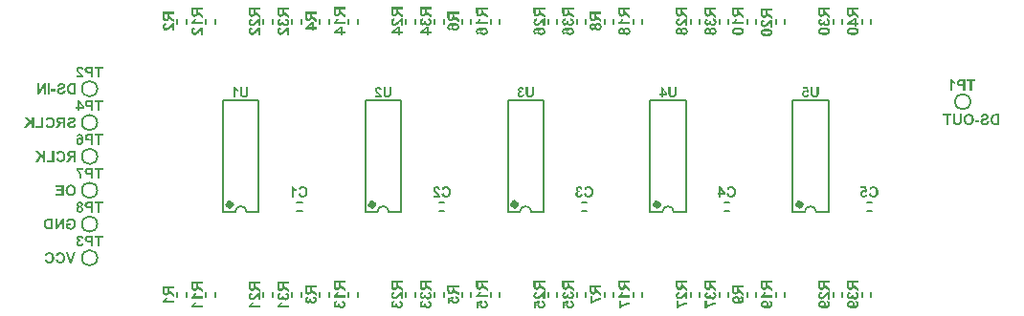
<source format=gbo>
G04*
G04 #@! TF.GenerationSoftware,Altium Limited,Altium Designer,21.2.1 (34)*
G04*
G04 Layer_Color=32896*
%FSTAX24Y24*%
%MOIN*%
G70*
G04*
G04 #@! TF.SameCoordinates,B5EDC26F-F54B-4B64-A331-42E7CDC04EED*
G04*
G04*
G04 #@! TF.FilePolarity,Positive*
G04*
G01*
G75*
%ADD11C,0.0079*%
%ADD21C,0.0197*%
%ADD40C,0.0059*%
G36*
X023851Y022214D02*
X023769D01*
X023634Y022592D01*
X023716D01*
X023808Y022312D01*
X023904Y022592D01*
X023986D01*
X023851Y022214D01*
D02*
G37*
G36*
X023447Y022598D02*
X023461Y022597D01*
X023474Y022594D01*
X023486Y022591D01*
X023497Y022587D01*
X023508Y022582D01*
X023517Y022578D01*
X023526Y022573D01*
X023534Y022568D01*
X023541Y022563D01*
X023547Y022558D01*
X023552Y022555D01*
X023556Y022551D01*
X023558Y022549D01*
X02356Y022547D01*
X023561Y022546D01*
X023569Y022536D01*
X023576Y022525D01*
X023583Y022514D01*
X023588Y022502D01*
X023593Y022489D01*
X023597Y022477D01*
X0236Y022465D01*
X023603Y022454D01*
X023605Y022442D01*
X023606Y022432D01*
X023608Y022423D01*
X023609Y022415D01*
Y022409D01*
X023609Y022404D01*
Y022401D01*
Y0224D01*
Y0224D01*
X023609Y022383D01*
X023607Y022368D01*
X023605Y022353D01*
X023602Y02234D01*
X023598Y022327D01*
X023594Y022315D01*
X02359Y022305D01*
X023585Y022296D01*
X023581Y022287D01*
X023576Y022279D01*
X023572Y022273D01*
X023569Y022268D01*
X023565Y022264D01*
X023563Y022261D01*
X023562Y022259D01*
X023561Y022259D01*
X023552Y022249D01*
X023542Y022242D01*
X023532Y022235D01*
X023521Y022229D01*
X023511Y022224D01*
X023501Y02222D01*
X023491Y022217D01*
X023481Y022214D01*
X023472Y022212D01*
X023464Y02221D01*
X023456Y022209D01*
X02345Y022208D01*
X023445Y022208D01*
X023441Y022207D01*
X023438D01*
X023426Y022208D01*
X023416Y022208D01*
X023406Y02221D01*
X023396Y022212D01*
X023387Y022214D01*
X023379Y022217D01*
X023372Y022219D01*
X023365Y022223D01*
X023359Y022225D01*
X023353Y022228D01*
X023348Y02223D01*
X023344Y022232D01*
X023341Y022235D01*
X023339Y022236D01*
X023338Y022237D01*
X023337Y022237D01*
X02333Y022243D01*
X023324Y02225D01*
X023312Y022265D01*
X023302Y02228D01*
X023294Y022295D01*
X023291Y022302D01*
X023288Y022308D01*
X023286Y022314D01*
X023284Y022319D01*
X023282Y022324D01*
X023281Y022327D01*
X02328Y022329D01*
Y02233D01*
X023355Y022353D01*
X023359Y022338D01*
X023364Y022325D01*
X023369Y022315D01*
X023374Y022306D01*
X023379Y0223D01*
X023383Y022295D01*
X023385Y022293D01*
X023386Y022291D01*
X023395Y022285D01*
X023404Y02228D01*
X023413Y022277D01*
X02342Y022274D01*
X023427Y022273D01*
X023433Y022273D01*
X023436Y022272D01*
X023438D01*
X023446Y022273D01*
X023453Y022273D01*
X023466Y022277D01*
X023478Y022282D01*
X023487Y022288D01*
X023495Y022293D01*
X0235Y022297D01*
X023502Y0223D01*
X023504Y022301D01*
X023504Y022302D01*
X023505Y022302D01*
X023509Y022308D01*
X023513Y022315D01*
X023517Y022323D01*
X02352Y022331D01*
X023524Y022348D01*
X023527Y022365D01*
X023528Y022373D01*
X023529Y02238D01*
X02353Y022388D01*
Y022394D01*
X023531Y022398D01*
Y022402D01*
Y022404D01*
Y022405D01*
X02353Y022418D01*
X023529Y022429D01*
X023528Y022439D01*
X023527Y022449D01*
X023525Y022458D01*
X023522Y022466D01*
X02352Y022473D01*
X023517Y02248D01*
X023515Y022485D01*
X023513Y02249D01*
X023511Y022494D01*
X023509Y022497D01*
X023507Y0225D01*
X023506Y022502D01*
X023505Y022503D01*
Y022503D01*
X0235Y022509D01*
X023495Y022514D01*
X023489Y022517D01*
X023483Y022521D01*
X023472Y022526D01*
X023461Y02253D01*
X023451Y022532D01*
X023447Y022533D01*
X023444Y022533D01*
X02344Y022534D01*
X023437D01*
X023426Y022533D01*
X023416Y022531D01*
X023407Y022528D01*
X0234Y022525D01*
X023393Y022522D01*
X023389Y022519D01*
X023386Y022517D01*
X023385Y022516D01*
X023378Y02251D01*
X023372Y022502D01*
X023367Y022495D01*
X023363Y022487D01*
X02336Y02248D01*
X023359Y022475D01*
X023357Y022473D01*
Y022472D01*
X023357Y022471D01*
Y022471D01*
X023282Y022489D01*
X023287Y022504D01*
X023293Y022518D01*
X0233Y02253D01*
X023306Y02254D01*
X023312Y022547D01*
X023314Y022551D01*
X023316Y022553D01*
X023318Y022555D01*
X023319Y022557D01*
X02332Y022558D01*
X02332D01*
X023329Y022565D01*
X023338Y022572D01*
X023347Y022577D01*
X023356Y022581D01*
X023366Y022586D01*
X023375Y022589D01*
X023384Y022592D01*
X023393Y022594D01*
X023401Y022596D01*
X023409Y022597D01*
X023415Y022598D01*
X023421Y022598D01*
X023426Y022599D01*
X023433D01*
X023447Y022598D01*
D02*
G37*
G36*
X023066D02*
X02308Y022597D01*
X023093Y022594D01*
X023105Y022591D01*
X023116Y022587D01*
X023127Y022582D01*
X023136Y022578D01*
X023145Y022573D01*
X023153Y022568D01*
X02316Y022563D01*
X023166Y022558D01*
X023171Y022555D01*
X023175Y022551D01*
X023177Y022549D01*
X023179Y022547D01*
X023179Y022546D01*
X023188Y022536D01*
X023195Y022525D01*
X023202Y022514D01*
X023207Y022502D01*
X023212Y022489D01*
X023216Y022477D01*
X023219Y022465D01*
X023222Y022454D01*
X023224Y022442D01*
X023225Y022432D01*
X023226Y022423D01*
X023228Y022415D01*
Y022409D01*
X023228Y022404D01*
Y022401D01*
Y0224D01*
Y0224D01*
X023228Y022383D01*
X023226Y022368D01*
X023224Y022353D01*
X02322Y02234D01*
X023217Y022327D01*
X023213Y022315D01*
X023208Y022305D01*
X023204Y022296D01*
X0232Y022287D01*
X023195Y022279D01*
X023191Y022273D01*
X023188Y022268D01*
X023184Y022264D01*
X023182Y022261D01*
X023181Y022259D01*
X02318Y022259D01*
X023171Y022249D01*
X023161Y022242D01*
X023151Y022235D01*
X02314Y022229D01*
X02313Y022224D01*
X023119Y02222D01*
X02311Y022217D01*
X0231Y022214D01*
X023091Y022212D01*
X023083Y02221D01*
X023075Y022209D01*
X023069Y022208D01*
X023064Y022208D01*
X02306Y022207D01*
X023057D01*
X023045Y022208D01*
X023035Y022208D01*
X023024Y02221D01*
X023015Y022212D01*
X023006Y022214D01*
X022998Y022217D01*
X022991Y022219D01*
X022983Y022223D01*
X022977Y022225D01*
X022972Y022228D01*
X022967Y02223D01*
X022963Y022232D01*
X02296Y022235D01*
X022958Y022236D01*
X022957Y022237D01*
X022956Y022237D01*
X022949Y022243D01*
X022943Y02225D01*
X02293Y022265D01*
X022921Y02228D01*
X022913Y022295D01*
X02291Y022302D01*
X022907Y022308D01*
X022905Y022314D01*
X022903Y022319D01*
X022901Y022324D01*
X0229Y022327D01*
X022899Y022329D01*
Y02233D01*
X022974Y022353D01*
X022978Y022338D01*
X022983Y022325D01*
X022988Y022315D01*
X022993Y022306D01*
X022998Y0223D01*
X023001Y022295D01*
X023004Y022293D01*
X023005Y022291D01*
X023014Y022285D01*
X023023Y02228D01*
X023031Y022277D01*
X023039Y022274D01*
X023046Y022273D01*
X023052Y022273D01*
X023054Y022272D01*
X023057D01*
X023065Y022273D01*
X023072Y022273D01*
X023085Y022277D01*
X023096Y022282D01*
X023106Y022288D01*
X023113Y022293D01*
X023119Y022297D01*
X023121Y0223D01*
X023123Y022301D01*
X023123Y022302D01*
X023124Y022302D01*
X023128Y022308D01*
X023132Y022315D01*
X023136Y022323D01*
X023139Y022331D01*
X023143Y022348D01*
X023146Y022365D01*
X023147Y022373D01*
X023148Y02238D01*
X023149Y022388D01*
Y022394D01*
X023149Y022398D01*
Y022402D01*
Y022404D01*
Y022405D01*
X023149Y022418D01*
X023148Y022429D01*
X023147Y022439D01*
X023146Y022449D01*
X023143Y022458D01*
X023141Y022466D01*
X023139Y022473D01*
X023136Y02248D01*
X023134Y022485D01*
X023132Y02249D01*
X02313Y022494D01*
X023128Y022497D01*
X023126Y0225D01*
X023125Y022502D01*
X023124Y022503D01*
Y022503D01*
X023119Y022509D01*
X023113Y022514D01*
X023108Y022517D01*
X023102Y022521D01*
X02309Y022526D01*
X02308Y02253D01*
X02307Y022532D01*
X023066Y022533D01*
X023063Y022533D01*
X023059Y022534D01*
X023056D01*
X023045Y022533D01*
X023035Y022531D01*
X023026Y022528D01*
X023018Y022525D01*
X023012Y022522D01*
X023008Y022519D01*
X023005Y022517D01*
X023004Y022516D01*
X022997Y02251D01*
X022991Y022502D01*
X022986Y022495D01*
X022982Y022487D01*
X022979Y02248D01*
X022977Y022475D01*
X022976Y022473D01*
Y022472D01*
X022976Y022471D01*
Y022471D01*
X0229Y022489D01*
X022906Y022504D01*
X022912Y022518D01*
X022918Y02253D01*
X022924Y02254D01*
X02293Y022547D01*
X022933Y022551D01*
X022935Y022553D01*
X022936Y022555D01*
X022938Y022557D01*
X022939Y022558D01*
X022939D01*
X022947Y022565D01*
X022957Y022572D01*
X022965Y022577D01*
X022975Y022581D01*
X022985Y022586D01*
X022994Y022589D01*
X023003Y022592D01*
X023012Y022594D01*
X02302Y022596D01*
X023028Y022597D01*
X023034Y022598D01*
X02304Y022598D01*
X023045Y022599D01*
X023052D01*
X023066Y022598D01*
D02*
G37*
G36*
X055431Y027148D02*
X055289D01*
Y027221D01*
X055431D01*
Y027148D01*
D02*
G37*
G36*
X054837Y027223D02*
Y027211D01*
X054836Y0272D01*
Y02719D01*
X054836Y027181D01*
X054835Y027172D01*
X054834Y027164D01*
X054834Y027157D01*
X054833Y027151D01*
X054832Y027145D01*
X054832Y02714D01*
X054831Y027136D01*
X054831Y027133D01*
X05483Y02713D01*
Y027128D01*
X05483Y027127D01*
Y027127D01*
X054827Y027118D01*
X054824Y027111D01*
X05482Y027104D01*
X054817Y027098D01*
X054814Y027092D01*
X054811Y027088D01*
X054809Y027086D01*
X054808Y027085D01*
X054802Y027077D01*
X054795Y027071D01*
X054787Y027065D01*
X05478Y027061D01*
X054774Y027057D01*
X054768Y027054D01*
X054765Y027052D01*
X054765Y027052D01*
X054764D01*
X054759Y02705D01*
X054753Y027048D01*
X054739Y027045D01*
X054725Y027043D01*
X054712Y027041D01*
X054706Y027041D01*
X0547Y02704D01*
X054695D01*
X05469Y02704D01*
X054682D01*
X054666Y02704D01*
X054652Y027041D01*
X054639Y027044D01*
X054629Y027046D01*
X054624Y027046D01*
X05462Y027047D01*
X054617Y027049D01*
X054614Y02705D01*
X054612Y02705D01*
X05461Y027051D01*
X054609Y027051D01*
X054609D01*
X054599Y027056D01*
X05459Y027061D01*
X054583Y027066D01*
X054576Y027071D01*
X054571Y027075D01*
X054567Y027079D01*
X054565Y027081D01*
X054565Y027082D01*
X054559Y02709D01*
X054554Y027098D01*
X05455Y027105D01*
X054547Y027113D01*
X054545Y02712D01*
X054543Y027125D01*
X054542Y027127D01*
Y027128D01*
X054542Y027129D01*
Y027129D01*
X054541Y027135D01*
X05454Y027142D01*
X054538Y027149D01*
X054538Y027156D01*
X054537Y027172D01*
X054536Y027188D01*
Y027195D01*
Y027203D01*
X054535Y027209D01*
Y027215D01*
Y027219D01*
Y027223D01*
Y027225D01*
Y027225D01*
Y027425D01*
X054612D01*
Y027215D01*
Y027207D01*
Y027199D01*
X054612Y027192D01*
Y027186D01*
X054613Y02718D01*
Y027175D01*
X054613Y02717D01*
Y027165D01*
X054614Y027159D01*
X054615Y027154D01*
X054615Y027151D01*
Y02715D01*
X054617Y027143D01*
X05462Y027137D01*
X054623Y027132D01*
X054626Y027127D01*
X05463Y027123D01*
X054632Y02712D01*
X054635Y027118D01*
X054635Y027118D01*
X054642Y027114D01*
X05465Y02711D01*
X054658Y027108D01*
X054666Y027106D01*
X054673Y027105D01*
X054678Y027105D01*
X054684D01*
X054695Y027105D01*
X054705Y027107D01*
X054714Y027109D01*
X054721Y027112D01*
X054727Y027114D01*
X054731Y027116D01*
X054733Y027118D01*
X054735Y027118D01*
X054741Y027124D01*
X054745Y02713D01*
X05475Y027136D01*
X054753Y027142D01*
X054755Y027148D01*
X054756Y027152D01*
X054757Y027155D01*
Y027156D01*
X054758Y027159D01*
X054759Y027163D01*
Y027167D01*
X054759Y027172D01*
X05476Y027182D01*
Y027193D01*
X05476Y027203D01*
Y027207D01*
Y027212D01*
Y027215D01*
Y027217D01*
Y027219D01*
Y027219D01*
Y027425D01*
X054837D01*
Y027223D01*
D02*
G37*
G36*
X056155Y027047D02*
X056012D01*
X055997Y027047D01*
X055984Y027048D01*
X055972Y027049D01*
X055963Y027051D01*
X055955Y027052D01*
X055949Y027053D01*
X055948Y027054D01*
X055946D01*
X055946Y027055D01*
X055945D01*
X055933Y027059D01*
X055922Y027064D01*
X055913Y027069D01*
X055906Y027074D01*
X0559Y027078D01*
X055895Y027081D01*
X055893Y027083D01*
X055891Y027085D01*
X055882Y027095D01*
X055874Y027106D01*
X055867Y027117D01*
X055861Y027128D01*
X055857Y027138D01*
X055855Y027141D01*
X055854Y027145D01*
X055853Y027148D01*
X055852Y02715D01*
X055851Y027151D01*
Y027152D01*
X055847Y027165D01*
X055844Y027178D01*
X055842Y027192D01*
X055841Y027204D01*
X05584Y02721D01*
X05584Y027216D01*
Y02722D01*
X055839Y027224D01*
Y027228D01*
Y02723D01*
Y027231D01*
Y027232D01*
X05584Y027251D01*
X055841Y027268D01*
X055842Y027276D01*
X055843Y027283D01*
X055844Y02729D01*
X055845Y027296D01*
X055847Y027302D01*
X055848Y027307D01*
X055849Y027311D01*
X055849Y027314D01*
X055851Y027317D01*
X055851Y027319D01*
X055852Y02732D01*
Y027321D01*
X055857Y027334D01*
X055863Y027346D01*
X055869Y027356D01*
X055875Y027365D01*
X055879Y027372D01*
X055884Y027378D01*
X055887Y027381D01*
X055887Y027382D01*
X055888D01*
X055897Y027391D01*
X055906Y027398D01*
X055916Y027404D01*
X055925Y027409D01*
X055932Y027413D01*
X055939Y027415D01*
X055941Y027416D01*
X055943Y027417D01*
X055944Y027417D01*
X055944D01*
X055955Y02742D01*
X055966Y027421D01*
X055978Y027423D01*
X05599Y027424D01*
X056Y027424D01*
X056005Y027425D01*
X056155D01*
Y027047D01*
D02*
G37*
G36*
X054481Y027361D02*
X054369D01*
Y027047D01*
X054293D01*
Y027361D01*
X054181D01*
Y027425D01*
X054481D01*
Y027361D01*
D02*
G37*
G36*
X055658Y027431D02*
X055673Y02743D01*
X055685Y027427D01*
X055696Y027425D01*
X055701Y027424D01*
X055705Y027423D01*
X055709Y027421D01*
X055712Y02742D01*
X055714Y027419D01*
X055716Y027419D01*
X055717Y027418D01*
X055717D01*
X055728Y027413D01*
X055738Y027407D01*
X055746Y0274D01*
X055752Y027394D01*
X055758Y027389D01*
X055761Y027384D01*
X055764Y027381D01*
X055764Y027381D01*
Y02738D01*
X05577Y027371D01*
X055774Y027361D01*
X055776Y027352D01*
X055778Y027343D01*
X055779Y027336D01*
X05578Y027331D01*
Y027329D01*
Y027327D01*
Y027326D01*
Y027326D01*
X05578Y027318D01*
X055778Y02731D01*
X055777Y027302D01*
X055775Y027295D01*
X055769Y027282D01*
X055763Y027271D01*
X05576Y027266D01*
X055757Y027262D01*
X055754Y027258D01*
X055751Y027255D01*
X055749Y027253D01*
X055747Y027251D01*
X055746Y02725D01*
X055746Y027249D01*
X055741Y027246D01*
X055735Y027242D01*
X055729Y027238D01*
X055722Y027235D01*
X055708Y027228D01*
X055694Y027223D01*
X055687Y027221D01*
X055681Y027218D01*
X055675Y027217D01*
X05567Y027215D01*
X055666Y027214D01*
X055663Y027213D01*
X055661Y027212D01*
X05566D01*
X055651Y02721D01*
X055644Y027208D01*
X055637Y027206D01*
X05563Y027205D01*
X055624Y027203D01*
X05562Y027202D01*
X055615Y0272D01*
X055611Y027199D01*
X055608Y027199D01*
X055605Y027198D01*
X055602Y027197D01*
X055599Y027195D01*
X055599D01*
X055592Y027193D01*
X055586Y02719D01*
X055581Y027187D01*
X055578Y027185D01*
X055575Y027182D01*
X055573Y027181D01*
X055572Y02718D01*
X055572Y027179D01*
X055569Y027175D01*
X055567Y027171D01*
X055566Y027168D01*
X055564Y027164D01*
X055564Y027161D01*
X055563Y027158D01*
Y027157D01*
Y027156D01*
X055564Y027148D01*
X055566Y027142D01*
X055569Y027135D01*
X055573Y02713D01*
X055576Y027126D01*
X055579Y027122D01*
X055581Y02712D01*
X055582Y02712D01*
X05559Y027115D01*
X055599Y027111D01*
X055608Y027108D01*
X055617Y027106D01*
X055625Y027105D01*
X055632Y027104D01*
X055638D01*
X05565Y027105D01*
X055661Y027107D01*
X05567Y02711D01*
X055679Y027113D01*
X055685Y027116D01*
X055689Y027119D01*
X055692Y027121D01*
X055693Y027122D01*
X0557Y027129D01*
X055706Y027138D01*
X055711Y027147D01*
X055714Y027156D01*
X055717Y027164D01*
X055719Y027171D01*
X055719Y027173D01*
Y027175D01*
X05572Y027176D01*
Y027177D01*
X055794Y02717D01*
X055793Y027158D01*
X05579Y027147D01*
X055787Y027137D01*
X055784Y027128D01*
X055781Y027119D01*
X055777Y027111D01*
X055773Y027104D01*
X055769Y027097D01*
X055765Y027092D01*
X055762Y027087D01*
X055758Y027082D01*
X055755Y027079D01*
X055753Y027076D01*
X055751Y027074D01*
X05575Y027073D01*
X055749Y027073D01*
X055741Y027067D01*
X055733Y027062D01*
X055724Y027057D01*
X055715Y027053D01*
X055706Y027051D01*
X055697Y027048D01*
X055679Y027044D01*
X055671Y027043D01*
X055663Y027041D01*
X055657Y027041D01*
X055651Y02704D01*
X055646Y02704D01*
X055639D01*
X055621Y02704D01*
X055605Y027042D01*
X055591Y027044D01*
X055585Y027045D01*
X055579Y027047D01*
X055574Y027048D01*
X05557Y027049D01*
X055566Y02705D01*
X055563Y027051D01*
X05556Y027052D01*
X055558Y027053D01*
X055557Y027053D01*
X055557D01*
X055545Y027059D01*
X055535Y027066D01*
X055526Y027073D01*
X055519Y02708D01*
X055513Y027086D01*
X055509Y027091D01*
X055507Y027094D01*
X055505Y027095D01*
Y027095D01*
X055499Y027106D01*
X055495Y027117D01*
X055491Y027127D01*
X055489Y027137D01*
X055488Y027145D01*
X055487Y027148D01*
X055487Y027151D01*
Y027153D01*
Y027155D01*
Y027156D01*
Y027157D01*
X055487Y02717D01*
X055489Y027181D01*
X055492Y027192D01*
X055495Y0272D01*
X055497Y027207D01*
X0555Y027212D01*
X055502Y027216D01*
X055502Y027217D01*
X055508Y027225D01*
X055515Y027233D01*
X055522Y02724D01*
X055529Y027245D01*
X055535Y027249D01*
X05554Y027253D01*
X055543Y027255D01*
X055544Y027255D01*
X055544D01*
X05555Y027258D01*
X055555Y027261D01*
X055568Y027266D01*
X055582Y02727D01*
X055595Y027275D01*
X055601Y027276D01*
X055607Y027278D01*
X055612Y02728D01*
X055617Y027281D01*
X055621Y027282D01*
X055623Y027282D01*
X055626Y027283D01*
X055626D01*
X055636Y027286D01*
X055645Y027288D01*
X055653Y02729D01*
X055661Y027292D01*
X055667Y027294D01*
X055673Y027296D01*
X055677Y027299D01*
X055682Y0273D01*
X055686Y027302D01*
X055688Y027304D01*
X055691Y027305D01*
X055693Y027306D01*
X055695Y027307D01*
X055696Y027308D01*
X0557Y027312D01*
X055703Y027316D01*
X055704Y027319D01*
X055705Y027323D01*
X055706Y027326D01*
X055707Y027329D01*
Y02733D01*
Y027331D01*
X055706Y027336D01*
X055705Y027341D01*
X055703Y027345D01*
X055701Y027348D01*
X055699Y027351D01*
X055697Y027353D01*
X055695Y027354D01*
X055695Y027354D01*
X055687Y027359D01*
X055679Y027362D01*
X05567Y027365D01*
X055662Y027367D01*
X055655Y027368D01*
X055649Y027369D01*
X055644D01*
X055632Y027368D01*
X055622Y027366D01*
X055614Y027364D01*
X055608Y027362D01*
X055602Y02736D01*
X055598Y027358D01*
X055596Y027356D01*
X055596Y027355D01*
X05559Y02735D01*
X055585Y027343D01*
X055581Y027337D01*
X055579Y02733D01*
X055576Y027324D01*
X055575Y027319D01*
X055574Y027315D01*
Y027314D01*
Y027314D01*
X055498Y027317D01*
X055498Y027326D01*
X0555Y027335D01*
X055502Y027344D01*
X055505Y027352D01*
X055508Y027359D01*
X055511Y027366D01*
X055514Y027372D01*
X055517Y027378D01*
X055521Y027383D01*
X055525Y027388D01*
X055528Y027391D01*
X055531Y027395D01*
X055533Y027397D01*
X055534Y027399D01*
X055535Y0274D01*
X055536Y0274D01*
X055543Y027406D01*
X055551Y027411D01*
X055559Y027415D01*
X055568Y027419D01*
X055576Y027421D01*
X055585Y027424D01*
X055603Y027428D01*
X055611Y027429D01*
X055618Y02743D01*
X055625Y027431D01*
X055631Y027431D01*
X055636Y027432D01*
X055643D01*
X055658Y027431D01*
D02*
G37*
G36*
X055096D02*
X055112Y02743D01*
X055125Y027427D01*
X055137Y027424D01*
X055142Y027423D01*
X055147Y027421D01*
X055151Y02742D01*
X055154Y027419D01*
X055157Y027418D01*
X055159Y027417D01*
X05516Y027417D01*
X055161D01*
X055171Y027412D01*
X05518Y027407D01*
X055188Y027401D01*
X055195Y027395D01*
X055201Y02739D01*
X055206Y027386D01*
X055209Y027383D01*
X05521Y027383D01*
X05521Y027382D01*
X055218Y027373D01*
X055225Y027364D01*
X055231Y027356D01*
X055236Y027348D01*
X05524Y027341D01*
X055243Y027335D01*
X055243Y027333D01*
X055244Y027331D01*
X055245Y027331D01*
Y02733D01*
X05525Y027315D01*
X055255Y027299D01*
X055258Y027282D01*
X05526Y027267D01*
X05526Y02726D01*
X055261Y027253D01*
X055261Y027248D01*
Y027243D01*
X055262Y027239D01*
Y027236D01*
Y027234D01*
Y027233D01*
X055261Y027217D01*
X05526Y027201D01*
X055258Y027186D01*
X055254Y027172D01*
X05525Y02716D01*
X055246Y027148D01*
X055242Y027138D01*
X055237Y027128D01*
X055232Y02712D01*
X055228Y027112D01*
X055224Y027106D01*
X05522Y0271D01*
X055217Y027097D01*
X055214Y027093D01*
X055213Y027092D01*
X055212Y027091D01*
X055202Y027082D01*
X055192Y027074D01*
X055182Y027067D01*
X05517Y027062D01*
X055159Y027057D01*
X055148Y027052D01*
X055137Y027049D01*
X055127Y027046D01*
X055117Y027044D01*
X055107Y027043D01*
X055099Y027041D01*
X055092Y027041D01*
X055087Y02704D01*
X055082Y02704D01*
X055079D01*
X055063Y02704D01*
X055049Y027042D01*
X055035Y027045D01*
X055023Y027048D01*
X055011Y027052D01*
X055Y027056D01*
X05499Y027061D01*
X054981Y027065D01*
X054973Y02707D01*
X054966Y027075D01*
X05496Y027079D01*
X054955Y027083D01*
X054951Y027086D01*
X054948Y027089D01*
X054946Y027091D01*
X054946Y027091D01*
X054937Y027102D01*
X054929Y027112D01*
X054922Y027124D01*
X054917Y027135D01*
X054912Y027147D01*
X054908Y027159D01*
X054904Y027171D01*
X054902Y027183D01*
X0549Y027193D01*
X054898Y027204D01*
X054897Y027212D01*
X054896Y02722D01*
Y027227D01*
X054896Y027231D01*
Y027234D01*
Y027235D01*
X054896Y027252D01*
X054898Y027268D01*
X0549Y027283D01*
X054903Y027297D01*
X054907Y02731D01*
X054911Y027322D01*
X054916Y027332D01*
X054921Y027342D01*
X054926Y02735D01*
X05493Y027358D01*
X054934Y027365D01*
X054938Y02737D01*
X054941Y027374D01*
X054944Y027377D01*
X054945Y027379D01*
X054946Y027379D01*
X054956Y027389D01*
X054966Y027397D01*
X054977Y027404D01*
X054988Y02741D01*
X054999Y027415D01*
X05501Y027419D01*
X055021Y027423D01*
X055032Y027425D01*
X055041Y027427D01*
X055051Y027429D01*
X055059Y02743D01*
X055066Y027431D01*
X055071D01*
X055076Y027432D01*
X05508D01*
X055096Y027431D01*
D02*
G37*
G36*
X023562Y023395D02*
X023492D01*
Y023644D01*
X023338Y023395D01*
X023262D01*
Y023773D01*
X023332D01*
Y023519D01*
X023489Y023773D01*
X023562D01*
Y023395D01*
D02*
G37*
G36*
X023819Y02378D02*
X023836Y023777D01*
X023844Y023776D01*
X023852Y023774D01*
X023859Y023773D01*
X023865Y023771D01*
X02387Y023769D01*
X023876Y023767D01*
X023879Y023765D01*
X023883Y023764D01*
X023886Y023763D01*
X023888Y023762D01*
X023889Y023761D01*
X02389D01*
X023907Y023751D01*
X023914Y023745D01*
X023921Y02374D01*
X023927Y023734D01*
X023933Y023728D01*
X023939Y023722D01*
X023944Y023716D01*
X023948Y023711D01*
X023952Y023706D01*
X023955Y023702D01*
X023958Y023698D01*
X023959Y023694D01*
X023961Y023692D01*
X023961Y023691D01*
X023962Y02369D01*
X023966Y023681D01*
X02397Y023673D01*
X023976Y023655D01*
X02398Y023637D01*
X023983Y023621D01*
X023984Y023613D01*
X023985Y023607D01*
X023986Y023601D01*
Y023595D01*
X023986Y023591D01*
Y023588D01*
Y023586D01*
Y023585D01*
X023985Y023565D01*
X023983Y023547D01*
X023979Y02353D01*
X023978Y023521D01*
X023976Y023514D01*
X023973Y023508D01*
X023972Y023502D01*
X02397Y023497D01*
X023968Y023492D01*
X023967Y023489D01*
X023966Y023486D01*
X023965Y023485D01*
Y023484D01*
X023955Y023468D01*
X023945Y023454D01*
X023934Y023441D01*
X023923Y023431D01*
X023918Y023427D01*
X023913Y023423D01*
X023909Y02342D01*
X023906Y023418D01*
X023903Y023415D01*
X0239Y023414D01*
X023899Y023413D01*
X023899Y023413D01*
X02389Y023408D01*
X023882Y023405D01*
X023864Y023399D01*
X023846Y023394D01*
X02383Y023391D01*
X023823Y02339D01*
X023816Y023389D01*
X02381Y023389D01*
X023805D01*
X023801Y023388D01*
X023795D01*
X023777Y023389D01*
X023761Y023391D01*
X023745Y023394D01*
X023731Y023397D01*
X023725Y023399D01*
X02372Y0234D01*
X023715Y023402D01*
X023711Y023403D01*
X023707Y023404D01*
X023705Y023405D01*
X023704Y023406D01*
X023703D01*
X023687Y023412D01*
X023673Y023419D01*
X023661Y023426D01*
X023651Y023432D01*
X023643Y023438D01*
X02364Y02344D01*
X023638Y023442D01*
X023636Y023444D01*
X023634Y023445D01*
X023633Y023446D01*
Y023598D01*
X023798D01*
Y023534D01*
X02371D01*
Y023485D01*
X023717Y02348D01*
X023724Y023476D01*
X023731Y023472D01*
X023737Y023469D01*
X023743Y023466D01*
X023748Y023464D01*
X023751Y023463D01*
X023751Y023462D01*
X023752D01*
X02376Y023459D01*
X023769Y023457D01*
X023777Y023455D01*
X023784Y023454D01*
X023791Y023454D01*
X023795Y023453D01*
X0238D01*
X023808Y023454D01*
X023817Y023455D01*
X023825Y023456D01*
X023832Y023459D01*
X023846Y023464D01*
X023852Y023467D01*
X023857Y02347D01*
X023862Y023473D01*
X023866Y023476D01*
X02387Y023479D01*
X023873Y023482D01*
X023875Y023484D01*
X023877Y023485D01*
X023878Y023486D01*
X023878Y023487D01*
X023883Y023494D01*
X023888Y023501D01*
X023892Y023509D01*
X023895Y023517D01*
X023901Y023534D01*
X023904Y02355D01*
X023905Y023558D01*
X023906Y023566D01*
X023907Y023572D01*
X023907Y023578D01*
X023908Y023582D01*
Y023586D01*
Y023588D01*
Y023589D01*
X023907Y0236D01*
X023907Y02361D01*
X023905Y023621D01*
X023903Y02363D01*
X023901Y023638D01*
X023899Y023646D01*
X023896Y023653D01*
X023893Y02366D01*
X023891Y023665D01*
X023888Y02367D01*
X023885Y023674D01*
X023883Y023677D01*
X023882Y02368D01*
X02388Y023681D01*
X023879Y023682D01*
X023879Y023683D01*
X023873Y023688D01*
X023867Y023694D01*
X02386Y023698D01*
X023854Y023702D01*
X023847Y023705D01*
X023841Y023708D01*
X023828Y023711D01*
X023822Y023712D01*
X023817Y023714D01*
X023812Y023714D01*
X023807Y023715D01*
X023804Y023715D01*
X023799D01*
X023787Y023715D01*
X023777Y023712D01*
X023768Y02371D01*
X023759Y023707D01*
X023753Y023704D01*
X023748Y023702D01*
X023746Y023699D01*
X023745Y023699D01*
X023737Y023692D01*
X02373Y023685D01*
X023725Y023678D01*
X023721Y023671D01*
X023718Y023664D01*
X023716Y02366D01*
X023715Y023656D01*
X023714Y023656D01*
Y023655D01*
X023638Y023669D01*
X02364Y023679D01*
X023644Y023688D01*
X023647Y023696D01*
X023651Y023704D01*
X023655Y023711D01*
X023659Y023718D01*
X023664Y023724D01*
X023668Y023729D01*
X023673Y023734D01*
X023676Y023739D01*
X02368Y023743D01*
X023683Y023745D01*
X023686Y023747D01*
X023688Y02375D01*
X023689Y02375D01*
X023689Y023751D01*
X023697Y023756D01*
X023705Y023761D01*
X023714Y023764D01*
X023723Y023768D01*
X023741Y023773D01*
X023759Y023776D01*
X023767Y023778D01*
X023775Y023779D01*
X023782Y023779D01*
X023788Y02378D01*
X023793Y02378D01*
X023799D01*
X023819Y02378D01*
D02*
G37*
G36*
X023181Y023395D02*
X023038D01*
X023023Y023396D01*
X02301Y023396D01*
X022998Y023397D01*
X022989Y023399D01*
X022981Y023401D01*
X022975Y023402D01*
X022974Y023402D01*
X022972D01*
X022971Y023403D01*
X022971D01*
X022959Y023407D01*
X022948Y023412D01*
X022939Y023417D01*
X022932Y023422D01*
X022926Y023426D01*
X022921Y02343D01*
X022918Y023432D01*
X022917Y023433D01*
X022908Y023443D01*
X0229Y023454D01*
X022893Y023466D01*
X022887Y023476D01*
X022883Y023486D01*
X022881Y02349D01*
X02288Y023493D01*
X022879Y023496D01*
X022878Y023498D01*
X022877Y0235D01*
Y0235D01*
X022873Y023513D01*
X02287Y023527D01*
X022868Y02354D01*
X022867Y023553D01*
X022866Y023559D01*
X022866Y023564D01*
Y023568D01*
X022865Y023573D01*
Y023576D01*
Y023578D01*
Y02358D01*
Y02358D01*
X022866Y023599D01*
X022867Y023616D01*
X022868Y023625D01*
X022869Y023632D01*
X02287Y023639D01*
X022871Y023645D01*
X022873Y02365D01*
X022874Y023655D01*
X022875Y02366D01*
X022875Y023663D01*
X022876Y023666D01*
X022877Y023668D01*
X022878Y023669D01*
Y023669D01*
X022882Y023682D01*
X022888Y023694D01*
X022894Y023705D01*
X0229Y023714D01*
X022905Y023721D01*
X02291Y023726D01*
X022912Y023729D01*
X022913Y02373D01*
X022914D01*
X022923Y023739D01*
X022932Y023746D01*
X022942Y023752D01*
X022951Y023757D01*
X022958Y023761D01*
X022965Y023764D01*
X022967Y023764D01*
X022969Y023765D01*
X02297Y023765D01*
X02297D01*
X022981Y023768D01*
X022992Y02377D01*
X023004Y023771D01*
X023016Y023772D01*
X023026Y023773D01*
X02303Y023773D01*
X023181D01*
Y023395D01*
D02*
G37*
G36*
X022902Y025757D02*
X022825D01*
Y025871D01*
X022763Y025935D01*
X022659Y025757D01*
X02256D01*
X02271Y025988D01*
X022567Y026135D01*
X02267D01*
X022825Y025967D01*
Y026135D01*
X022902D01*
Y025757D01*
D02*
G37*
G36*
X023457Y026142D02*
X023471Y02614D01*
X023484Y026137D01*
X023496Y026134D01*
X023507Y02613D01*
X023518Y026126D01*
X023527Y026121D01*
X023536Y026116D01*
X023544Y026111D01*
X023551Y026106D01*
X023557Y026102D01*
X023562Y026098D01*
X023565Y026095D01*
X023568Y026092D01*
X02357Y02609D01*
X02357Y02609D01*
X023579Y026079D01*
X023586Y026068D01*
X023593Y026057D01*
X023598Y026045D01*
X023603Y026032D01*
X023607Y02602D01*
X02361Y026008D01*
X023613Y025997D01*
X023615Y025985D01*
X023616Y025976D01*
X023617Y025966D01*
X023618Y025959D01*
Y025952D01*
X023619Y025947D01*
Y025944D01*
Y025943D01*
Y025943D01*
X023618Y025926D01*
X023617Y025911D01*
X023615Y025896D01*
X023611Y025883D01*
X023608Y025871D01*
X023604Y025859D01*
X023599Y025848D01*
X023595Y025839D01*
X023591Y02583D01*
X023586Y025823D01*
X023582Y025817D01*
X023579Y025811D01*
X023575Y025807D01*
X023573Y025804D01*
X023572Y025803D01*
X023571Y025802D01*
X023562Y025793D01*
X023552Y025785D01*
X023541Y025778D01*
X023531Y025772D01*
X023521Y025768D01*
X02351Y025763D01*
X023501Y02576D01*
X023491Y025757D01*
X023482Y025755D01*
X023474Y025753D01*
X023466Y025752D01*
X02346Y025752D01*
X023455Y025751D01*
X023451Y025751D01*
X023448D01*
X023436Y025751D01*
X023426Y025752D01*
X023415Y025753D01*
X023406Y025756D01*
X023397Y025758D01*
X023389Y02576D01*
X023381Y025763D01*
X023374Y025766D01*
X023368Y025769D01*
X023363Y025771D01*
X023358Y025774D01*
X023354Y025776D01*
X023351Y025778D01*
X023349Y02578D01*
X023348Y02578D01*
X023347Y025781D01*
X02334Y025787D01*
X023333Y025793D01*
X023321Y025808D01*
X023312Y025823D01*
X023304Y025838D01*
X023301Y025845D01*
X023298Y025852D01*
X023296Y025858D01*
X023294Y025863D01*
X023292Y025867D01*
X023291Y02587D01*
X02329Y025872D01*
Y025873D01*
X023365Y025896D01*
X023369Y025881D01*
X023374Y025869D01*
X023379Y025858D01*
X023384Y025849D01*
X023389Y025843D01*
X023392Y025839D01*
X023395Y025836D01*
X023396Y025835D01*
X023405Y025828D01*
X023414Y025824D01*
X023422Y025821D01*
X02343Y025818D01*
X023437Y025817D01*
X023443Y025816D01*
X023445Y025816D01*
X023448D01*
X023456Y025816D01*
X023463Y025817D01*
X023476Y025821D01*
X023487Y025825D01*
X023497Y025831D01*
X023504Y025836D01*
X02351Y025841D01*
X023512Y025843D01*
X023514Y025845D01*
X023514Y025845D01*
X023515Y025846D01*
X023519Y025852D01*
X023523Y025859D01*
X023527Y025866D01*
X023529Y025875D01*
X023534Y025891D01*
X023537Y025908D01*
X023538Y025917D01*
X023539Y025924D01*
X02354Y025931D01*
Y025937D01*
X02354Y025941D01*
Y025945D01*
Y025948D01*
Y025948D01*
X02354Y025961D01*
X023539Y025972D01*
X023538Y025983D01*
X023537Y025993D01*
X023534Y026001D01*
X023532Y026009D01*
X02353Y026017D01*
X023527Y026023D01*
X023525Y026029D01*
X023523Y026033D01*
X023521Y026037D01*
X023519Y026041D01*
X023517Y026043D01*
X023516Y026045D01*
X023515Y026046D01*
Y026047D01*
X02351Y026052D01*
X023504Y026057D01*
X023499Y026061D01*
X023493Y026064D01*
X023481Y02607D01*
X02347Y026073D01*
X023461Y026076D01*
X023457Y026076D01*
X023454Y026077D01*
X02345Y026077D01*
X023446D01*
X023436Y026077D01*
X023426Y026074D01*
X023417Y026072D01*
X023409Y026068D01*
X023403Y026065D01*
X023399Y026062D01*
X023396Y02606D01*
X023395Y02606D01*
X023388Y026053D01*
X023381Y026045D01*
X023377Y026038D01*
X023373Y02603D01*
X02337Y026024D01*
X023368Y026019D01*
X023367Y026017D01*
Y026015D01*
X023367Y026014D01*
Y026014D01*
X023291Y026032D01*
X023297Y026048D01*
X023303Y026061D01*
X023309Y026073D01*
X023315Y026083D01*
X023321Y026091D01*
X023324Y026094D01*
X023326Y026097D01*
X023327Y026098D01*
X023329Y0261D01*
X02333Y026101D01*
X02333D01*
X023338Y026108D01*
X023348Y026115D01*
X023356Y02612D01*
X023366Y026125D01*
X023375Y026129D01*
X023385Y026132D01*
X023394Y026135D01*
X023403Y026137D01*
X023411Y026139D01*
X023419Y02614D01*
X023425Y026141D01*
X023431Y026142D01*
X023436Y026142D01*
X023443D01*
X023457Y026142D01*
D02*
G37*
G36*
X023986Y025757D02*
X02391D01*
Y025915D01*
X023885D01*
X023878Y025914D01*
X023871Y025914D01*
X023866Y025913D01*
X023861Y025912D01*
X023859Y025911D01*
X023857Y025911D01*
X023857D01*
X023852Y025908D01*
X023848Y025906D01*
X023844Y025904D01*
X02384Y025901D01*
X023837Y025899D01*
X023835Y025896D01*
X023834Y025895D01*
X023834Y025895D01*
X023831Y025892D01*
X023829Y025889D01*
X023823Y025881D01*
X023816Y025872D01*
X023809Y025863D01*
X023803Y025854D01*
X0238Y025849D01*
X023798Y025846D01*
X023796Y025843D01*
X023794Y025841D01*
X023794Y02584D01*
X023793Y025839D01*
X023739Y025757D01*
X023647D01*
X023693Y025831D01*
X023698Y025839D01*
X023703Y025846D01*
X023707Y025853D01*
X023712Y025859D01*
X023716Y025864D01*
X023719Y02587D01*
X023725Y025878D01*
X02373Y025884D01*
X023734Y025889D01*
X023736Y025891D01*
X023737Y025892D01*
X023743Y025899D01*
X02375Y025905D01*
X023757Y02591D01*
X023763Y025914D01*
X023769Y025918D01*
X023773Y025921D01*
X023776Y025923D01*
X023777Y025924D01*
X023777D01*
X023768Y025925D01*
X02376Y025928D01*
X023752Y02593D01*
X023745Y025932D01*
X023738Y025935D01*
X023732Y025938D01*
X023726Y025941D01*
X023721Y025944D01*
X023717Y025947D01*
X023713Y025949D01*
X02371Y025952D01*
X023707Y025954D01*
X023705Y025956D01*
X023704Y025958D01*
X023703Y025958D01*
X023703Y025959D01*
X023698Y025964D01*
X023694Y02597D01*
X023688Y025982D01*
X023683Y025993D01*
X023681Y026005D01*
X023679Y026014D01*
X023678Y026018D01*
Y026022D01*
X023677Y026025D01*
Y026027D01*
Y026029D01*
Y026029D01*
X023678Y026041D01*
X02368Y026053D01*
X023683Y026062D01*
X023686Y026071D01*
X023689Y026078D01*
X023692Y026084D01*
X023693Y026085D01*
X023694Y026087D01*
X023694Y026088D01*
Y026088D01*
X023701Y026097D01*
X023708Y026105D01*
X023715Y026111D01*
X023722Y026116D01*
X023729Y02612D01*
X023734Y026122D01*
X023737Y026124D01*
X023737Y026125D01*
X023738D01*
X023743Y026126D01*
X023749Y026128D01*
X023763Y026131D01*
X023778Y026132D01*
X023792Y026134D01*
X023799D01*
X023805Y026134D01*
X023811D01*
X023816Y026135D01*
X023986D01*
Y025757D01*
D02*
G37*
G36*
X023223D02*
X022956D01*
Y025821D01*
X023146D01*
Y026132D01*
X023223D01*
Y025757D01*
D02*
G37*
G36*
X022529Y026939D02*
X022453D01*
Y027053D01*
X022391Y027116D01*
X022287Y026939D01*
X022188D01*
X022338Y027169D01*
X022195Y027316D01*
X022298D01*
X022453Y027148D01*
Y027316D01*
X022529D01*
Y026939D01*
D02*
G37*
G36*
X023084Y027323D02*
X023099Y027321D01*
X023111Y027319D01*
X023124Y027315D01*
X023135Y027311D01*
X023146Y027307D01*
X023155Y027302D01*
X023164Y027297D01*
X023172Y027292D01*
X023178Y027287D01*
X023184Y027283D01*
X023189Y027279D01*
X023193Y027276D01*
X023196Y027273D01*
X023197Y027272D01*
X023198Y027271D01*
X023207Y027261D01*
X023214Y02725D01*
X02322Y027238D01*
X023226Y027226D01*
X023231Y027214D01*
X023235Y027202D01*
X023238Y02719D01*
X023241Y027178D01*
X023243Y027167D01*
X023244Y027157D01*
X023245Y027148D01*
X023246Y02714D01*
Y027133D01*
X023247Y027129D01*
Y027125D01*
Y027125D01*
Y027124D01*
X023246Y027108D01*
X023244Y027093D01*
X023242Y027078D01*
X023239Y027065D01*
X023236Y027052D01*
X023231Y02704D01*
X023227Y02703D01*
X023223Y02702D01*
X023218Y027012D01*
X023214Y027004D01*
X02321Y026998D01*
X023206Y026993D01*
X023203Y026989D01*
X023201Y026986D01*
X023199Y026984D01*
X023199Y026983D01*
X023189Y026974D01*
X023179Y026966D01*
X023169Y026959D01*
X023159Y026954D01*
X023148Y026949D01*
X023138Y026945D01*
X023128Y026941D01*
X023119Y026939D01*
X02311Y026936D01*
X023101Y026935D01*
X023094Y026934D01*
X023088Y026933D01*
X023082Y026933D01*
X023078Y026932D01*
X023075D01*
X023064Y026933D01*
X023053Y026933D01*
X023043Y026935D01*
X023034Y026937D01*
X023025Y026939D01*
X023017Y026941D01*
X023009Y026944D01*
X023002Y026947D01*
X022996Y02695D01*
X022991Y026953D01*
X022986Y026955D01*
X022982Y026957D01*
X022979Y026959D01*
X022976Y026961D01*
X022975Y026961D01*
X022975Y026962D01*
X022968Y026968D01*
X022961Y026975D01*
X022949Y026989D01*
X022939Y027005D01*
X022932Y027019D01*
X022928Y027026D01*
X022926Y027033D01*
X022923Y027039D01*
X022921Y027044D01*
X02292Y027048D01*
X022918Y027052D01*
X022918Y027054D01*
Y027054D01*
X022992Y027077D01*
X022997Y027063D01*
X023001Y02705D01*
X023006Y02704D01*
X023012Y027031D01*
X023016Y027024D01*
X02302Y02702D01*
X023023Y027017D01*
X023024Y027016D01*
X023033Y02701D01*
X023041Y027005D01*
X02305Y027002D01*
X023058Y026999D01*
X023065Y026998D01*
X023071Y026998D01*
X023073Y026997D01*
X023076D01*
X023083Y026998D01*
X02309Y026998D01*
X023104Y027002D01*
X023115Y027006D01*
X023124Y027012D01*
X023132Y027018D01*
X023137Y027022D01*
X02314Y027024D01*
X023141Y027026D01*
X023142Y027026D01*
X023142Y027027D01*
X023147Y027033D01*
X023151Y02704D01*
X023154Y027048D01*
X023157Y027056D01*
X023161Y027073D01*
X023165Y02709D01*
X023166Y027098D01*
X023166Y027105D01*
X023167Y027112D01*
Y027118D01*
X023168Y027123D01*
Y027126D01*
Y027129D01*
Y02713D01*
X023167Y027142D01*
X023167Y027154D01*
X023166Y027164D01*
X023164Y027174D01*
X023162Y027183D01*
X02316Y027191D01*
X023158Y027198D01*
X023155Y027204D01*
X023153Y02721D01*
X023151Y027215D01*
X023148Y027219D01*
X023146Y027222D01*
X023145Y027225D01*
X023143Y027226D01*
X023142Y027227D01*
Y027228D01*
X023137Y027233D01*
X023132Y027238D01*
X023127Y027242D01*
X023121Y027245D01*
X023109Y027251D01*
X023098Y027255D01*
X023089Y027257D01*
X023084Y027257D01*
X023081Y027258D01*
X023078Y027259D01*
X023074D01*
X023063Y027258D01*
X023053Y027256D01*
X023045Y027253D01*
X023037Y02725D01*
X023031Y027247D01*
X023027Y027244D01*
X023024Y027242D01*
X023023Y027241D01*
X023016Y027234D01*
X023009Y027227D01*
X023004Y027219D01*
X023Y027212D01*
X022998Y027205D01*
X022996Y0272D01*
X022995Y027198D01*
Y027196D01*
X022994Y027196D01*
Y027195D01*
X022919Y027213D01*
X022924Y027229D01*
X02293Y027243D01*
X022937Y027255D01*
X022943Y027265D01*
X022949Y027272D01*
X022951Y027275D01*
X022953Y027278D01*
X022955Y02728D01*
X022957Y027281D01*
X022957Y027283D01*
X022958D01*
X022966Y02729D01*
X022975Y027296D01*
X022984Y027302D01*
X022993Y027306D01*
X023003Y02731D01*
X023012Y027314D01*
X023022Y027316D01*
X02303Y027319D01*
X023039Y02732D01*
X023046Y027321D01*
X023053Y027322D01*
X023059Y027323D01*
X023064Y027323D01*
X02307D01*
X023084Y027323D01*
D02*
G37*
G36*
X023614Y026939D02*
X023538D01*
Y027096D01*
X023513D01*
X023505Y027096D01*
X023499Y027095D01*
X023493Y027094D01*
X023489Y027094D01*
X023486Y027093D01*
X023485Y027092D01*
X023484D01*
X02348Y02709D01*
X023475Y027088D01*
X023472Y027085D01*
X023468Y027083D01*
X023465Y02708D01*
X023463Y027078D01*
X023462Y027077D01*
X023461Y027076D01*
X023459Y027073D01*
X023456Y027071D01*
X02345Y027063D01*
X023444Y027054D01*
X023437Y027044D01*
X023431Y027035D01*
X023428Y027031D01*
X023426Y027028D01*
X023424Y027025D01*
X023422Y027023D01*
X023421Y027021D01*
X023421Y02702D01*
X023366Y026939D01*
X023274D01*
X023321Y027012D01*
X023326Y02702D01*
X023331Y027028D01*
X023335Y027034D01*
X023339Y02704D01*
X023343Y027046D01*
X023347Y027051D01*
X023353Y027059D01*
X023358Y027066D01*
X023361Y02707D01*
X023364Y027073D01*
X023365Y027073D01*
X023371Y02708D01*
X023378Y027086D01*
X023384Y027091D01*
X023391Y027096D01*
X023396Y0271D01*
X023401Y027102D01*
X023404Y027105D01*
X023404Y027105D01*
X023405D01*
X023396Y027107D01*
X023387Y027109D01*
X02338Y027111D01*
X023372Y027114D01*
X023366Y027117D01*
X02336Y027119D01*
X023354Y027122D01*
X023349Y027125D01*
X023344Y027128D01*
X023341Y027131D01*
X023337Y027133D01*
X023335Y027136D01*
X023333Y027137D01*
X023331Y027139D01*
X023331Y027139D01*
X02333Y02714D01*
X023326Y027146D01*
X023322Y027151D01*
X023315Y027163D01*
X023311Y027174D01*
X023308Y027186D01*
X023306Y027196D01*
X023306Y0272D01*
Y027203D01*
X023305Y027206D01*
Y027209D01*
Y02721D01*
Y02721D01*
X023306Y027222D01*
X023308Y027234D01*
X023311Y027244D01*
X023313Y027253D01*
X023317Y02726D01*
X023319Y027265D01*
X02332Y027267D01*
X023321Y027268D01*
X023322Y027269D01*
Y027269D01*
X023329Y027279D01*
X023336Y027286D01*
X023343Y027292D01*
X02335Y027298D01*
X023356Y027301D01*
X023361Y027304D01*
X023365Y027305D01*
X023365Y027306D01*
X023366D01*
X023371Y027308D01*
X023377Y027309D01*
X023391Y027312D01*
X023406Y027314D01*
X02342Y027315D01*
X023427D01*
X023433Y027316D01*
X023439D01*
X023444Y027316D01*
X023614D01*
Y026939D01*
D02*
G37*
G36*
X02285D02*
X022584D01*
Y027002D01*
X022774D01*
Y027314D01*
X02285D01*
Y026939D01*
D02*
G37*
G36*
X023851Y027323D02*
X023865Y027321D01*
X023877Y027319D01*
X023888Y027317D01*
X023893Y027315D01*
X023897Y027314D01*
X023901Y027313D01*
X023904Y027312D01*
X023906Y027311D01*
X023908Y02731D01*
X023909Y02731D01*
X023909D01*
X02392Y027304D01*
X02393Y027298D01*
X023938Y027292D01*
X023944Y027286D01*
X02395Y02728D01*
X023953Y027276D01*
X023956Y027273D01*
X023956Y027272D01*
Y027272D01*
X023962Y027262D01*
X023966Y027253D01*
X023968Y027243D01*
X02397Y027235D01*
X023971Y027228D01*
X023972Y027222D01*
Y02722D01*
Y027219D01*
Y027218D01*
Y027218D01*
X023972Y027209D01*
X023971Y027201D01*
X023969Y027194D01*
X023967Y027187D01*
X023961Y027174D01*
X023955Y027162D01*
X023952Y027158D01*
X023949Y027154D01*
X023946Y02715D01*
X023943Y027147D01*
X023941Y027144D01*
X023939Y027143D01*
X023938Y027142D01*
X023938Y027141D01*
X023933Y027137D01*
X023927Y027133D01*
X023921Y02713D01*
X023914Y027126D01*
X0239Y02712D01*
X023886Y027114D01*
X023879Y027112D01*
X023873Y02711D01*
X023867Y027108D01*
X023862Y027107D01*
X023858Y027106D01*
X023855Y027105D01*
X023853Y027104D01*
X023852D01*
X023843Y027102D01*
X023836Y0271D01*
X023829Y027098D01*
X023822Y027096D01*
X023817Y027095D01*
X023812Y027094D01*
X023807Y027092D01*
X023804Y027091D01*
X0238Y02709D01*
X023798Y027089D01*
X023794Y027088D01*
X023792Y027087D01*
X023791D01*
X023784Y027084D01*
X023778Y027082D01*
X023774Y027079D01*
X02377Y027076D01*
X023767Y027074D01*
X023765Y027072D01*
X023764Y027071D01*
X023764Y027071D01*
X023761Y027067D01*
X023759Y027063D01*
X023758Y027059D01*
X023757Y027056D01*
X023756Y027053D01*
X023756Y02705D01*
Y027048D01*
Y027048D01*
X023756Y02704D01*
X023758Y027034D01*
X023762Y027027D01*
X023765Y027022D01*
X023769Y027017D01*
X023771Y027014D01*
X023774Y027012D01*
X023775Y027011D01*
X023782Y027006D01*
X023791Y027002D01*
X0238Y027D01*
X023809Y026998D01*
X023817Y026997D01*
X023824Y026996D01*
X02383D01*
X023842Y026996D01*
X023853Y026999D01*
X023863Y027001D01*
X023871Y027005D01*
X023877Y027008D01*
X023882Y027011D01*
X023884Y027013D01*
X023885Y027013D01*
X023893Y027021D01*
X023898Y027029D01*
X023903Y027038D01*
X023906Y027048D01*
X023909Y027056D01*
X023911Y027063D01*
X023912Y027065D01*
Y027067D01*
X023912Y027068D01*
Y027069D01*
X023986Y027061D01*
X023985Y02705D01*
X023983Y027039D01*
X023979Y027029D01*
X023977Y027019D01*
X023973Y027011D01*
X023969Y027002D01*
X023965Y026995D01*
X023961Y026989D01*
X023958Y026983D01*
X023954Y026978D01*
X02395Y026974D01*
X023947Y02697D01*
X023945Y026967D01*
X023943Y026966D01*
X023942Y026965D01*
X023941Y026964D01*
X023933Y026958D01*
X023925Y026953D01*
X023917Y026949D01*
X023907Y026945D01*
X023899Y026942D01*
X023889Y02694D01*
X023871Y026936D01*
X023863Y026934D01*
X023855Y026933D01*
X023849Y026933D01*
X023843Y026932D01*
X023838Y026931D01*
X023831D01*
X023813Y026932D01*
X023798Y026934D01*
X023783Y026936D01*
X023777Y026937D01*
X023771Y026939D01*
X023766Y02694D01*
X023762Y026941D01*
X023758Y026942D01*
X023755Y026943D01*
X023752Y026944D01*
X023751Y026945D01*
X023749Y026945D01*
X023749D01*
X023737Y026951D01*
X023727Y026958D01*
X023718Y026964D01*
X023711Y026971D01*
X023705Y026977D01*
X023701Y026983D01*
X023699Y026986D01*
X023698Y026987D01*
Y026987D01*
X023692Y026998D01*
X023687Y027008D01*
X023683Y027019D01*
X023681Y027029D01*
X02368Y027036D01*
X02368Y02704D01*
X023679Y027043D01*
Y027045D01*
Y027047D01*
Y027048D01*
Y027048D01*
X02368Y027061D01*
X023681Y027073D01*
X023684Y027083D01*
X023687Y027092D01*
X023689Y027099D01*
X023692Y027104D01*
X023694Y027107D01*
X023694Y027108D01*
X0237Y027117D01*
X023707Y027125D01*
X023715Y027131D01*
X023721Y027137D01*
X023727Y027141D01*
X023732Y027144D01*
X023735Y027147D01*
X023736Y027147D01*
X023736D01*
X023742Y02715D01*
X023747Y027153D01*
X02376Y027158D01*
X023774Y027162D01*
X023787Y027166D01*
X023793Y027168D01*
X023799Y02717D01*
X023805Y027171D01*
X023809Y027172D01*
X023813Y027173D01*
X023816Y027174D01*
X023818Y027174D01*
X023818D01*
X023828Y027177D01*
X023837Y027179D01*
X023845Y027182D01*
X023853Y027184D01*
X023859Y027186D01*
X023865Y027188D01*
X02387Y02719D01*
X023874Y027192D01*
X023878Y027194D01*
X023881Y027195D01*
X023883Y027196D01*
X023885Y027197D01*
X023888Y027199D01*
X023888Y0272D01*
X023892Y027203D01*
X023895Y027207D01*
X023896Y027211D01*
X023897Y027215D01*
X023899Y027218D01*
X023899Y02722D01*
Y027222D01*
Y027222D01*
X023899Y027228D01*
X023897Y027232D01*
X023895Y027237D01*
X023893Y02724D01*
X023891Y027243D01*
X023889Y027244D01*
X023888Y027245D01*
X023887Y027246D01*
X023879Y027251D01*
X023871Y027254D01*
X023863Y027257D01*
X023854Y027259D01*
X023847Y02726D01*
X023841Y02726D01*
X023836D01*
X023824Y02726D01*
X023814Y027258D01*
X023806Y027256D01*
X0238Y027254D01*
X023794Y027251D01*
X02379Y027249D01*
X023788Y027248D01*
X023788Y027247D01*
X023782Y027242D01*
X023777Y027235D01*
X023774Y027228D01*
X023771Y027221D01*
X023769Y027215D01*
X023768Y02721D01*
X023766Y027207D01*
Y027206D01*
Y027206D01*
X02369Y027208D01*
X023691Y027218D01*
X023692Y027227D01*
X023694Y027236D01*
X023697Y027243D01*
X0237Y027251D01*
X023703Y027258D01*
X023706Y027264D01*
X02371Y02727D01*
X023713Y027275D01*
X023717Y027279D01*
X02372Y027283D01*
X023723Y027286D01*
X023725Y027289D01*
X023727Y02729D01*
X023728Y027291D01*
X023728Y027292D01*
X023735Y027297D01*
X023743Y027302D01*
X023751Y027307D01*
X02376Y02731D01*
X023769Y027313D01*
X023777Y027316D01*
X023795Y02732D01*
X023803Y027321D01*
X02381Y027322D01*
X023817Y027322D01*
X023823Y027323D01*
X023828Y027323D01*
X023835D01*
X023851Y027323D01*
D02*
G37*
G36*
X02293Y02812D02*
X02286D01*
Y028369D01*
X022707Y02812D01*
X02263D01*
Y028498D01*
X022701D01*
Y028243D01*
X022857Y028498D01*
X02293D01*
Y02812D01*
D02*
G37*
G36*
X023262Y028221D02*
X02312D01*
Y028293D01*
X023262D01*
Y028221D01*
D02*
G37*
G36*
X023986Y02812D02*
X023843D01*
X023829Y02812D01*
X023815Y028121D01*
X023804Y028122D01*
X023794Y028123D01*
X023787Y028125D01*
X023781Y028126D01*
X023779Y028127D01*
X023777D01*
X023777Y028127D01*
X023776D01*
X023764Y028132D01*
X023753Y028137D01*
X023745Y028142D01*
X023737Y028146D01*
X023731Y028151D01*
X023727Y028154D01*
X023724Y028156D01*
X023723Y028157D01*
X023713Y028168D01*
X023705Y028179D01*
X023698Y02819D01*
X023693Y0282D01*
X023688Y02821D01*
X023686Y028214D01*
X023685Y028217D01*
X023684Y028221D01*
X023683Y028223D01*
X023682Y028224D01*
Y028224D01*
X023679Y028238D01*
X023675Y028251D01*
X023673Y028264D01*
X023672Y028277D01*
X023671Y028283D01*
X023671Y028288D01*
Y028293D01*
X02367Y028297D01*
Y0283D01*
Y028303D01*
Y028304D01*
Y028305D01*
X023671Y028324D01*
X023673Y028341D01*
X023673Y028349D01*
X023674Y028356D01*
X023675Y028363D01*
X023676Y028369D01*
X023678Y028375D01*
X023679Y02838D01*
X02368Y028384D01*
X023681Y028387D01*
X023682Y02839D01*
X023682Y028392D01*
X023683Y028393D01*
Y028394D01*
X023688Y028407D01*
X023694Y028419D01*
X0237Y028429D01*
X023706Y028438D01*
X023711Y028445D01*
X023715Y028451D01*
X023718Y028454D01*
X023718Y028455D01*
X023719D01*
X023728Y028464D01*
X023737Y028471D01*
X023747Y028477D01*
X023756Y028482D01*
X023764Y028485D01*
X02377Y028488D01*
X023772Y028489D01*
X023774Y028489D01*
X023775Y02849D01*
X023776D01*
X023786Y028493D01*
X023798Y028494D01*
X02381Y028496D01*
X023821Y028496D01*
X023831Y028497D01*
X023836Y028498D01*
X023986D01*
Y02812D01*
D02*
G37*
G36*
X02308D02*
X023004D01*
Y028498D01*
X02308D01*
Y02812D01*
D02*
G37*
G36*
X02349Y028504D02*
X023504Y028502D01*
X023516Y0285D01*
X023527Y028498D01*
X023532Y028496D01*
X023537Y028495D01*
X02354Y028494D01*
X023543Y028493D01*
X023545Y028492D01*
X023547Y028491D01*
X023548Y028491D01*
X023549D01*
X023559Y028485D01*
X023569Y028479D01*
X023577Y028473D01*
X023584Y028467D01*
X023589Y028461D01*
X023592Y028457D01*
X023595Y028454D01*
X023596Y028453D01*
Y028453D01*
X023601Y028443D01*
X023605Y028434D01*
X023608Y028424D01*
X023609Y028416D01*
X02361Y028409D01*
X023611Y028404D01*
Y028401D01*
Y0284D01*
Y028399D01*
Y028399D01*
X023611Y02839D01*
X02361Y028382D01*
X023608Y028375D01*
X023606Y028368D01*
X0236Y028355D01*
X023594Y028344D01*
X023591Y028339D01*
X023588Y028335D01*
X023585Y028331D01*
X023582Y028328D01*
X02358Y028326D01*
X023579Y028324D01*
X023577Y028323D01*
X023577Y028322D01*
X023572Y028318D01*
X023566Y028315D01*
X02356Y028311D01*
X023553Y028307D01*
X023539Y028301D01*
X023525Y028295D01*
X023518Y028293D01*
X023512Y028291D01*
X023506Y028289D01*
X023501Y028288D01*
X023497Y028287D01*
X023494Y028286D01*
X023492Y028285D01*
X023491D01*
X023482Y028283D01*
X023475Y028281D01*
X023468Y028279D01*
X023461Y028277D01*
X023456Y028276D01*
X023451Y028275D01*
X023446Y028273D01*
X023443Y028272D01*
X023439Y028271D01*
X023437Y02827D01*
X023433Y028269D01*
X023431Y028268D01*
X02343D01*
X023423Y028265D01*
X023418Y028263D01*
X023413Y02826D01*
X023409Y028257D01*
X023406Y028255D01*
X023404Y028253D01*
X023403Y028252D01*
X023403Y028252D01*
X0234Y028248D01*
X023398Y028244D01*
X023397Y02824D01*
X023396Y028237D01*
X023395Y028234D01*
X023395Y028231D01*
Y028229D01*
Y028229D01*
X023395Y028221D01*
X023397Y028215D01*
X023401Y028208D01*
X023404Y028203D01*
X023408Y028198D01*
X02341Y028195D01*
X023413Y028193D01*
X023414Y028192D01*
X023421Y028187D01*
X02343Y028184D01*
X023439Y028181D01*
X023448Y028179D01*
X023456Y028178D01*
X023463Y028177D01*
X023469D01*
X023481Y028178D01*
X023492Y02818D01*
X023502Y028182D01*
X02351Y028186D01*
X023516Y028189D01*
X023521Y028192D01*
X023523Y028194D01*
X023525Y028194D01*
X023532Y028202D01*
X023537Y02821D01*
X023542Y02822D01*
X023545Y028229D01*
X023548Y028237D01*
X02355Y028244D01*
X023551Y028246D01*
Y028248D01*
X023551Y028249D01*
Y02825D01*
X023626Y028243D01*
X023624Y028231D01*
X023622Y02822D01*
X023618Y02821D01*
X023616Y0282D01*
X023612Y028192D01*
X023608Y028184D01*
X023604Y028176D01*
X0236Y02817D01*
X023597Y028164D01*
X023593Y02816D01*
X02359Y028155D01*
X023586Y028151D01*
X023584Y028149D01*
X023582Y028147D01*
X023581Y028146D01*
X02358Y028145D01*
X023573Y028139D01*
X023564Y028134D01*
X023556Y02813D01*
X023546Y028126D01*
X023538Y028123D01*
X023528Y028121D01*
X02351Y028117D01*
X023502Y028115D01*
X023495Y028114D01*
X023488Y028114D01*
X023482Y028113D01*
X023477Y028113D01*
X02347D01*
X023452Y028113D01*
X023437Y028115D01*
X023422Y028117D01*
X023416Y028118D01*
X02341Y02812D01*
X023406Y028121D01*
X023401Y028122D01*
X023397Y028123D01*
X023394Y028124D01*
X023391Y028125D01*
X02339Y028126D01*
X023389Y028126D01*
X023388D01*
X023376Y028132D01*
X023366Y028139D01*
X023357Y028145D01*
X02335Y028152D01*
X023344Y028158D01*
X02334Y028164D01*
X023338Y028167D01*
X023337Y028168D01*
Y028168D01*
X023331Y028179D01*
X023326Y02819D01*
X023323Y0282D01*
X02332Y02821D01*
X023319Y028217D01*
X023319Y028221D01*
X023318Y028224D01*
Y028226D01*
Y028228D01*
Y028229D01*
Y028229D01*
X023319Y028243D01*
X02332Y028254D01*
X023323Y028264D01*
X023326Y028273D01*
X023329Y02828D01*
X023331Y028285D01*
X023333Y028288D01*
X023333Y028289D01*
X023339Y028298D01*
X023347Y028306D01*
X023354Y028312D01*
X02336Y028318D01*
X023366Y028322D01*
X023371Y028326D01*
X023374Y028328D01*
X023375Y028328D01*
X023375D01*
X023381Y028331D01*
X023386Y028334D01*
X0234Y028339D01*
X023413Y028343D01*
X023426Y028347D01*
X023432Y028349D01*
X023438Y028351D01*
X023444Y028352D01*
X023448Y028353D01*
X023452Y028354D01*
X023455Y028355D01*
X023457Y028356D01*
X023457D01*
X023467Y028358D01*
X023476Y02836D01*
X023484Y028363D01*
X023492Y028365D01*
X023498Y028367D01*
X023504Y028369D01*
X023509Y028371D01*
X023513Y028373D01*
X023517Y028375D01*
X02352Y028376D01*
X023522Y028377D01*
X023524Y028378D01*
X023527Y02838D01*
X023527Y028381D01*
X023531Y028384D01*
X023534Y028388D01*
X023535Y028392D01*
X023537Y028396D01*
X023538Y028399D01*
X023538Y028401D01*
Y028403D01*
Y028404D01*
X023538Y028409D01*
X023537Y028413D01*
X023534Y028418D01*
X023532Y028421D01*
X02353Y028424D01*
X023528Y028425D01*
X023527Y028427D01*
X023526Y028427D01*
X023519Y028432D01*
X02351Y028435D01*
X023502Y028438D01*
X023493Y02844D01*
X023486Y028441D01*
X02348Y028441D01*
X023475D01*
X023463Y028441D01*
X023454Y028439D01*
X023445Y028437D01*
X023439Y028435D01*
X023433Y028433D01*
X02343Y02843D01*
X023427Y028429D01*
X023427Y028428D01*
X023421Y028423D01*
X023416Y028416D01*
X023413Y02841D01*
X02341Y028402D01*
X023408Y028396D01*
X023407Y028392D01*
X023406Y028388D01*
Y028387D01*
Y028387D01*
X023329Y028389D01*
X02333Y028399D01*
X023331Y028408D01*
X023333Y028417D01*
X023336Y028424D01*
X023339Y028432D01*
X023342Y028439D01*
X023345Y028445D01*
X023349Y028451D01*
X023353Y028456D01*
X023356Y02846D01*
X023359Y028464D01*
X023362Y028467D01*
X023364Y02847D01*
X023366Y028471D01*
X023367Y028472D01*
X023367Y028473D01*
X023374Y028478D01*
X023382Y028483D01*
X02339Y028488D01*
X023399Y028491D01*
X023408Y028494D01*
X023416Y028497D01*
X023434Y028501D01*
X023442Y028502D01*
X023449Y028503D01*
X023456Y028503D01*
X023462Y028504D01*
X023467Y028505D01*
X023474D01*
X02349Y028504D01*
D02*
G37*
G36*
X02356Y024576D02*
X023273D01*
Y02464D01*
X023484D01*
Y024743D01*
X023294D01*
Y024807D01*
X023484D01*
Y02489D01*
X02328D01*
Y024954D01*
X02356D01*
Y024576D01*
D02*
G37*
G36*
X02382Y024961D02*
X023836Y024959D01*
X02385Y024956D01*
X023862Y024954D01*
X023867Y024952D01*
X023872Y024951D01*
X023876Y02495D01*
X023879Y024948D01*
X023882Y024948D01*
X023884Y024947D01*
X023885Y024946D01*
X023885D01*
X023895Y024942D01*
X023905Y024936D01*
X023913Y02493D01*
X02392Y024925D01*
X023926Y02492D01*
X023931Y024915D01*
X023933Y024913D01*
X023934Y024912D01*
X023935Y024912D01*
X023942Y024903D01*
X023949Y024894D01*
X023955Y024885D01*
X02396Y024877D01*
X023964Y02487D01*
X023967Y024865D01*
X023968Y024862D01*
X023969Y024861D01*
X02397Y02486D01*
Y02486D01*
X023975Y024844D01*
X023979Y024828D01*
X023982Y024812D01*
X023984Y024796D01*
X023985Y024789D01*
X023985Y024783D01*
X023986Y024777D01*
Y024772D01*
X023986Y024768D01*
Y024765D01*
Y024763D01*
Y024763D01*
X023986Y024746D01*
X023984Y02473D01*
X023982Y024716D01*
X023979Y024702D01*
X023975Y024689D01*
X023971Y024678D01*
X023966Y024667D01*
X023961Y024658D01*
X023957Y024649D01*
X023953Y024642D01*
X023948Y024635D01*
X023944Y02463D01*
X023941Y024626D01*
X023939Y024623D01*
X023937Y024621D01*
X023937Y024621D01*
X023927Y024611D01*
X023917Y024604D01*
X023906Y024597D01*
X023895Y024591D01*
X023884Y024586D01*
X023872Y024582D01*
X023862Y024579D01*
X023851Y024576D01*
X023841Y024574D01*
X023832Y024572D01*
X023824Y024571D01*
X023817Y02457D01*
X023811Y02457D01*
X023807Y024569D01*
X023803D01*
X023788Y02457D01*
X023774Y024571D01*
X02376Y024574D01*
X023747Y024577D01*
X023735Y024581D01*
X023724Y024586D01*
X023715Y02459D01*
X023705Y024595D01*
X023698Y0246D01*
X023691Y024604D01*
X023685Y024609D01*
X02368Y024612D01*
X023675Y024616D01*
X023673Y024618D01*
X023671Y02462D01*
X02367Y024621D01*
X023662Y024631D01*
X023654Y024642D01*
X023647Y024653D01*
X023641Y024665D01*
X023636Y024677D01*
X023632Y024689D01*
X023629Y024701D01*
X023626Y024712D01*
X023624Y024723D01*
X023623Y024733D01*
X023622Y024742D01*
X023621Y024749D01*
Y024756D01*
X02362Y024761D01*
Y024764D01*
Y024765D01*
X023621Y024782D01*
X023622Y024797D01*
X023624Y024812D01*
X023628Y024826D01*
X023632Y024839D01*
X023636Y024851D01*
X02364Y024862D01*
X023645Y024871D01*
X02365Y02488D01*
X023654Y024888D01*
X023659Y024894D01*
X023663Y0249D01*
X023665Y024903D01*
X023668Y024907D01*
X02367Y024908D01*
X02367Y024909D01*
X02368Y024918D01*
X023691Y024926D01*
X023701Y024933D01*
X023712Y024939D01*
X023724Y024944D01*
X023735Y024949D01*
X023746Y024952D01*
X023756Y024955D01*
X023766Y024957D01*
X023775Y024959D01*
X023783Y02496D01*
X02379Y024961D01*
X023796D01*
X0238Y024961D01*
X023804D01*
X02382Y024961D01*
D02*
G37*
G36*
X024133Y023187D02*
X024143Y023186D01*
X024153Y023183D01*
X024161Y023181D01*
X024168Y023179D01*
X024173Y023177D01*
X024177Y023176D01*
X024177Y023175D01*
X024178D01*
X024186Y02317D01*
X024195Y023165D01*
X024201Y023159D01*
X024207Y023154D01*
X024211Y023149D01*
X024214Y023146D01*
X024216Y023143D01*
X024217Y023142D01*
X024222Y023134D01*
X024226Y023125D01*
X02423Y023116D01*
X024233Y023107D01*
X024235Y023099D01*
X024237Y023093D01*
X024237Y023091D01*
Y023089D01*
X024238Y023088D01*
Y023087D01*
X024171Y023076D01*
X02417Y023085D01*
X024167Y023093D01*
X024165Y023099D01*
X024162Y023104D01*
X02416Y023109D01*
X024158Y023112D01*
X024156Y023113D01*
X024155Y023114D01*
X02415Y023118D01*
X024145Y023122D01*
X024139Y023124D01*
X024135Y023125D01*
X02413Y023127D01*
X024127Y023127D01*
X024124D01*
X024117Y023127D01*
X024111Y023125D01*
X024106Y023123D01*
X024101Y023122D01*
X024097Y023119D01*
X024095Y023117D01*
X024094Y023116D01*
X024093Y023116D01*
X024089Y023111D01*
X024087Y023106D01*
X024084Y023101D01*
X024083Y023096D01*
X024082Y023092D01*
X024082Y023088D01*
Y023086D01*
Y023085D01*
X024082Y023077D01*
X024084Y02307D01*
X024087Y023064D01*
X024089Y023059D01*
X024093Y023054D01*
X024095Y023052D01*
X024097Y02305D01*
X024097Y023049D01*
X024104Y023045D01*
X024111Y023041D01*
X024119Y023039D01*
X024126Y023038D01*
X024132Y023037D01*
X024138Y023036D01*
X024143D01*
X02415Y022978D01*
X024143Y02298D01*
X024137Y022981D01*
X024131Y022982D01*
X024126Y022983D01*
X024123Y022984D01*
X024117D01*
X024109Y022983D01*
X024103Y022981D01*
X024097Y022979D01*
X024091Y022975D01*
X024088Y022973D01*
X024084Y02297D01*
X024082Y022968D01*
X024082Y022967D01*
X024077Y022961D01*
X024073Y022953D01*
X02407Y022946D01*
X024068Y022939D01*
X024067Y022933D01*
X024066Y022928D01*
Y022925D01*
Y022924D01*
Y022923D01*
X024067Y022913D01*
X024069Y022904D01*
X024071Y022896D01*
X024074Y022889D01*
X024077Y022884D01*
X024079Y02288D01*
X024082Y022878D01*
X024082Y022877D01*
X024088Y022872D01*
X024095Y022867D01*
X024101Y022864D01*
X024107Y022862D01*
X024112Y022861D01*
X024116Y022861D01*
X024119Y02286D01*
X02412D01*
X024127Y022861D01*
X024134Y022862D01*
X02414Y022864D01*
X024145Y022867D01*
X024149Y022869D01*
X024153Y022872D01*
X024155Y022873D01*
X024155Y022874D01*
X02416Y02288D01*
X024165Y022886D01*
X024167Y022893D01*
X02417Y0229D01*
X024172Y022906D01*
X024173Y022911D01*
X024173Y022914D01*
Y022915D01*
Y022915D01*
X024243Y022907D01*
X024242Y022898D01*
X02424Y02289D01*
X024235Y022874D01*
X024229Y022861D01*
X024225Y022856D01*
X024222Y02285D01*
X024219Y022845D01*
X024215Y022842D01*
X024213Y022838D01*
X02421Y022835D01*
X024208Y022833D01*
X024206Y022831D01*
X024205Y02283D01*
X024204Y02283D01*
X024198Y022825D01*
X024191Y02282D01*
X024184Y022816D01*
X024177Y022813D01*
X024162Y022807D01*
X024149Y022804D01*
X024143Y022803D01*
X024137Y022802D01*
X024132Y022801D01*
X024128Y022801D01*
X024124Y0228D01*
X024119D01*
X024109Y022801D01*
X0241Y022802D01*
X024091Y022803D01*
X024082Y022806D01*
X024075Y022808D01*
X024067Y022811D01*
X02406Y022814D01*
X024054Y022818D01*
X024048Y022821D01*
X024043Y022824D01*
X024039Y022827D01*
X024035Y02283D01*
X024032Y022832D01*
X02403Y022833D01*
X024029Y022834D01*
X024029Y022835D01*
X024022Y022842D01*
X024017Y022849D01*
X024012Y022856D01*
X024007Y022863D01*
X024004Y022871D01*
X024001Y022878D01*
X023996Y022891D01*
X023995Y022897D01*
X023994Y022903D01*
X023993Y022908D01*
X023993Y022912D01*
X023992Y022915D01*
Y022918D01*
Y02292D01*
Y02292D01*
X023993Y022933D01*
X023995Y022944D01*
X023998Y022954D01*
X024002Y022962D01*
X024006Y022969D01*
X024008Y022974D01*
X024011Y022978D01*
X024012Y022979D01*
X024019Y022987D01*
X024028Y022994D01*
X024037Y022999D01*
X024045Y023004D01*
X024052Y023007D01*
X024058Y023009D01*
X02406Y02301D01*
X024062D01*
X024063Y02301D01*
X024064D01*
X024054Y023016D01*
X024046Y023022D01*
X024038Y023029D01*
X024032Y023035D01*
X024026Y023042D01*
X024022Y023048D01*
X024019Y023055D01*
X024016Y023061D01*
X024013Y023067D01*
X024012Y023073D01*
X024011Y023077D01*
X02401Y023082D01*
X02401Y023085D01*
X024009Y023088D01*
Y023089D01*
Y02309D01*
X02401Y023097D01*
X02401Y023103D01*
X024013Y023115D01*
X024017Y023125D01*
X024022Y023135D01*
X024027Y023142D01*
X024031Y023148D01*
X024033Y02315D01*
X024035Y023152D01*
X024035Y023152D01*
X024036Y023153D01*
X024042Y023159D01*
X024049Y023164D01*
X024055Y023169D01*
X024062Y023172D01*
X02407Y023176D01*
X024077Y023179D01*
X024091Y023183D01*
X024097Y023184D01*
X024103Y023186D01*
X024108Y023186D01*
X024113Y023187D01*
X024117Y023187D01*
X024121D01*
X024133Y023187D01*
D02*
G37*
G36*
X024926Y023121D02*
X024814D01*
Y022807D01*
X024737D01*
Y023121D01*
X024626D01*
Y023185D01*
X024926D01*
Y023121D01*
D02*
G37*
G36*
X024576Y022807D02*
X0245D01*
Y02295D01*
X024432D01*
X024424Y02295D01*
X024416D01*
X024409Y022951D01*
X024403Y022951D01*
X024397Y022952D01*
X024392Y022952D01*
X024387D01*
X024383Y022953D01*
X024379Y022953D01*
X024376Y022954D01*
X024374D01*
X024373Y022955D01*
X024372D01*
X024364Y022957D01*
X024357Y022959D01*
X02435Y022962D01*
X024344Y022966D01*
X024339Y022968D01*
X024335Y02297D01*
X024333Y022972D01*
X024332Y022973D01*
X024325Y022978D01*
X024319Y022984D01*
X024313Y022991D01*
X024309Y022996D01*
X024305Y023002D01*
X024302Y023006D01*
X024301Y023009D01*
X0243Y02301D01*
X024296Y023019D01*
X024292Y023029D01*
X02429Y023039D01*
X024289Y023048D01*
X024287Y023056D01*
Y02306D01*
X024287Y023063D01*
Y023065D01*
Y023067D01*
Y023068D01*
Y023069D01*
X024288Y023085D01*
X02429Y023099D01*
X024294Y023111D01*
X024298Y023122D01*
X0243Y023127D01*
X024302Y02313D01*
X024304Y023134D01*
X024306Y023137D01*
X024307Y023139D01*
X024308Y023141D01*
X024309Y023141D01*
Y023142D01*
X024318Y023152D01*
X024327Y02316D01*
X024336Y023166D01*
X024344Y023171D01*
X024352Y023175D01*
X024358Y023177D01*
X02436Y023178D01*
X024362Y023178D01*
X024363Y023179D01*
X024363D01*
X024368Y02318D01*
X024373Y023181D01*
X02438Y023182D01*
X024386Y023182D01*
X024402Y023183D01*
X024417Y023184D01*
X024431D01*
X024437Y023185D01*
X024576D01*
Y022807D01*
D02*
G37*
G36*
X051544Y024695D02*
X051486Y024687D01*
X051481Y024692D01*
X051476Y024696D01*
X051471Y0247D01*
X051466Y024703D01*
X051457Y024708D01*
X051448Y024711D01*
X051441Y024713D01*
X051435Y024714D01*
X051433Y024715D01*
X05143D01*
X051421Y024714D01*
X051413Y024712D01*
X051406Y024709D01*
X0514Y024706D01*
X051395Y024702D01*
X051391Y024699D01*
X051389Y024697D01*
X051389Y024697D01*
X051383Y02469D01*
X051379Y024681D01*
X051377Y024673D01*
X051375Y024664D01*
X051373Y024656D01*
X051373Y02465D01*
Y024648D01*
Y024646D01*
Y024645D01*
Y024644D01*
X051373Y024631D01*
X051375Y02462D01*
X051378Y02461D01*
X051381Y024603D01*
X051384Y024596D01*
X051386Y024592D01*
X051388Y02459D01*
X051389Y024589D01*
X051395Y024583D01*
X051401Y024578D01*
X051408Y024574D01*
X051414Y024572D01*
X051419Y024571D01*
X051424Y024571D01*
X051426Y02457D01*
X051427D01*
X051435Y024571D01*
X051442Y024572D01*
X051448Y024574D01*
X051453Y024577D01*
X051457Y02458D01*
X05146Y024582D01*
X051462Y024584D01*
X051463Y024584D01*
X051468Y02459D01*
X051472Y024596D01*
X051476Y024603D01*
X051478Y024609D01*
X051479Y024614D01*
X05148Y024619D01*
X051481Y024622D01*
Y024623D01*
X051553Y024615D01*
X051551Y024607D01*
X05155Y024598D01*
X051544Y024584D01*
X051538Y024571D01*
X051535Y024565D01*
X051531Y02456D01*
X051528Y024555D01*
X051525Y024551D01*
X051522Y024548D01*
X05152Y024545D01*
X051518Y024543D01*
X051516Y024541D01*
X051515Y024541D01*
X051514Y02454D01*
X051508Y024535D01*
X051501Y024531D01*
X051494Y024527D01*
X051487Y024524D01*
X051472Y024519D01*
X051459Y024515D01*
X051453Y024514D01*
X051447Y024514D01*
X051442Y024513D01*
X051437Y024513D01*
X051434Y024512D01*
X051429D01*
X051417Y024513D01*
X051405Y024514D01*
X051395Y024517D01*
X051385Y02452D01*
X051376Y024524D01*
X051367Y024528D01*
X05136Y024532D01*
X051353Y024537D01*
X051347Y024542D01*
X051341Y024546D01*
X051336Y02455D01*
X051332Y024554D01*
X05133Y024557D01*
X051328Y02456D01*
X051326Y024561D01*
X051326Y024562D01*
X051321Y024569D01*
X051317Y024576D01*
X051313Y024583D01*
X05131Y024591D01*
X051305Y024605D01*
X051302Y024618D01*
X051301Y024624D01*
X0513Y024629D01*
X051299Y024634D01*
Y024638D01*
X051299Y024642D01*
Y024644D01*
Y024645D01*
Y024646D01*
X051299Y024656D01*
X0513Y024666D01*
X051302Y024675D01*
X051304Y024684D01*
X051306Y024692D01*
X05131Y024699D01*
X051312Y024707D01*
X051316Y024713D01*
X051319Y024718D01*
X051322Y024723D01*
X051325Y024727D01*
X051327Y024731D01*
X051329Y024733D01*
X051331Y024735D01*
X051332Y024737D01*
X051332Y024737D01*
X051339Y024743D01*
X051346Y024749D01*
X051353Y024753D01*
X05136Y024758D01*
X051366Y024761D01*
X051373Y024764D01*
X051386Y024768D01*
X051392Y02477D01*
X051397Y024771D01*
X051402Y024772D01*
X051406Y024772D01*
X051409Y024773D01*
X051414D01*
X051424Y024772D01*
X051433Y02477D01*
X051441Y024769D01*
X051449Y024767D01*
X051455Y024764D01*
X05146Y024762D01*
X051463Y024761D01*
X051464Y02476D01*
X051464D01*
X051453Y024824D01*
X051316D01*
Y024892D01*
X051507D01*
X051544Y024695D01*
D02*
G37*
G36*
X05177Y024904D02*
X051785Y024902D01*
X051797Y024899D01*
X05181Y024896D01*
X051821Y024892D01*
X051832Y024888D01*
X051841Y024883D01*
X05185Y024878D01*
X051858Y024873D01*
X051864Y024868D01*
X05187Y024864D01*
X051875Y02486D01*
X051879Y024857D01*
X051882Y024854D01*
X051883Y024852D01*
X051884Y024852D01*
X051893Y024841D01*
X0519Y02483D01*
X051906Y024819D01*
X051912Y024807D01*
X051917Y024794D01*
X051921Y024782D01*
X051924Y02477D01*
X051927Y024759D01*
X051929Y024748D01*
X05193Y024738D01*
X051931Y024728D01*
X051932Y024721D01*
Y024714D01*
X051933Y024709D01*
Y024706D01*
Y024705D01*
Y024705D01*
X051932Y024689D01*
X05193Y024673D01*
X051928Y024659D01*
X051925Y024645D01*
X051922Y024633D01*
X051917Y024621D01*
X051913Y02461D01*
X051909Y024601D01*
X051904Y024592D01*
X0519Y024585D01*
X051895Y024579D01*
X051892Y024573D01*
X051889Y024569D01*
X051887Y024566D01*
X051885Y024565D01*
X051884Y024564D01*
X051875Y024555D01*
X051865Y024547D01*
X051855Y02454D01*
X051845Y024535D01*
X051834Y02453D01*
X051824Y024525D01*
X051814Y024522D01*
X051805Y024519D01*
X051796Y024517D01*
X051787Y024515D01*
X05178Y024514D01*
X051774Y024514D01*
X051768Y024513D01*
X051764Y024513D01*
X051761D01*
X05175Y024513D01*
X051739Y024514D01*
X051729Y024515D01*
X05172Y024518D01*
X051711Y02452D01*
X051703Y024522D01*
X051695Y024525D01*
X051688Y024528D01*
X051682Y024531D01*
X051676Y024533D01*
X051672Y024536D01*
X051668Y024538D01*
X051664Y02454D01*
X051662Y024542D01*
X051661Y024542D01*
X051661Y024543D01*
X051654Y024549D01*
X051647Y024555D01*
X051635Y02457D01*
X051625Y024585D01*
X051617Y0246D01*
X051614Y024607D01*
X051611Y024614D01*
X051609Y02462D01*
X051607Y024625D01*
X051605Y024629D01*
X051604Y024632D01*
X051604Y024634D01*
Y024635D01*
X051678Y024658D01*
X051682Y024643D01*
X051687Y024631D01*
X051692Y02462D01*
X051698Y024612D01*
X051702Y024605D01*
X051706Y024601D01*
X051709Y024598D01*
X05171Y024597D01*
X051719Y02459D01*
X051727Y024586D01*
X051736Y024583D01*
X051744Y02458D01*
X051751Y024579D01*
X051757Y024578D01*
X051759Y024578D01*
X051762D01*
X051769Y024578D01*
X051776Y024579D01*
X051789Y024583D01*
X051801Y024587D01*
X05181Y024593D01*
X051818Y024598D01*
X051823Y024603D01*
X051826Y024605D01*
X051827Y024607D01*
X051828Y024607D01*
X051828Y024608D01*
X051833Y024614D01*
X051836Y024621D01*
X05184Y024628D01*
X051843Y024637D01*
X051847Y024654D01*
X051851Y024671D01*
X051852Y024679D01*
X051852Y024686D01*
X051853Y024693D01*
Y024699D01*
X051854Y024703D01*
Y024707D01*
Y02471D01*
Y02471D01*
X051853Y024723D01*
X051853Y024734D01*
X051852Y024745D01*
X05185Y024755D01*
X051848Y024763D01*
X051846Y024772D01*
X051844Y024779D01*
X051841Y024785D01*
X051839Y024791D01*
X051836Y024796D01*
X051834Y024799D01*
X051832Y024803D01*
X05183Y024805D01*
X051829Y024807D01*
X051828Y024808D01*
Y024809D01*
X051823Y024814D01*
X051818Y024819D01*
X051812Y024823D01*
X051806Y024826D01*
X051795Y024832D01*
X051784Y024835D01*
X051775Y024838D01*
X05177Y024838D01*
X051767Y024839D01*
X051764Y024839D01*
X05176D01*
X051749Y024839D01*
X051739Y024836D01*
X051731Y024834D01*
X051723Y02483D01*
X051717Y024827D01*
X051713Y024824D01*
X05171Y024822D01*
X051709Y024822D01*
X051702Y024815D01*
X051695Y024808D01*
X05169Y0248D01*
X051686Y024792D01*
X051684Y024786D01*
X051682Y024781D01*
X051681Y024779D01*
Y024777D01*
X05168Y024776D01*
Y024776D01*
X051605Y024794D01*
X05161Y02481D01*
X051616Y024823D01*
X051623Y024835D01*
X051629Y024845D01*
X051635Y024853D01*
X051637Y024856D01*
X051639Y024859D01*
X051641Y024861D01*
X051643Y024862D01*
X051643Y024863D01*
X051644D01*
X051652Y02487D01*
X051661Y024877D01*
X05167Y024882D01*
X051679Y024887D01*
X051689Y024891D01*
X051698Y024894D01*
X051708Y024897D01*
X051716Y024899D01*
X051725Y024901D01*
X051732Y024902D01*
X051739Y024903D01*
X051745Y024904D01*
X05175Y024904D01*
X051756D01*
X05177Y024904D01*
D02*
G37*
G36*
X046812Y024903D02*
X046826Y024902D01*
X046838Y024899D01*
X046851Y024896D01*
X046862Y024892D01*
X046873Y024888D01*
X046882Y024883D01*
X046891Y024878D01*
X046899Y024873D01*
X046906Y024868D01*
X046912Y024864D01*
X046916Y02486D01*
X04692Y024856D01*
X046923Y024854D01*
X046925Y024852D01*
X046925Y024852D01*
X046934Y024841D01*
X046941Y02483D01*
X046948Y024819D01*
X046953Y024807D01*
X046958Y024794D01*
X046962Y024782D01*
X046965Y02477D01*
X046968Y024759D01*
X04697Y024747D01*
X046971Y024737D01*
X046972Y024728D01*
X046973Y02472D01*
Y024714D01*
X046974Y024709D01*
Y024706D01*
Y024705D01*
Y024705D01*
X046973Y024688D01*
X046972Y024673D01*
X046969Y024658D01*
X046966Y024645D01*
X046963Y024633D01*
X046959Y024621D01*
X046954Y02461D01*
X04695Y024601D01*
X046945Y024592D01*
X046941Y024585D01*
X046937Y024579D01*
X046933Y024573D01*
X04693Y024569D01*
X046928Y024566D01*
X046926Y024564D01*
X046926Y024564D01*
X046916Y024554D01*
X046907Y024547D01*
X046896Y02454D01*
X046886Y024534D01*
X046876Y024529D01*
X046865Y024525D01*
X046855Y024522D01*
X046846Y024519D01*
X046837Y024517D01*
X046829Y024515D01*
X046821Y024514D01*
X046815Y024514D01*
X046809Y024513D01*
X046806Y024512D01*
X046802D01*
X046791Y024513D01*
X046781Y024514D01*
X04677Y024515D01*
X046761Y024517D01*
X046752Y02452D01*
X046744Y024522D01*
X046736Y024524D01*
X046729Y024528D01*
X046723Y02453D01*
X046718Y024533D01*
X046713Y024535D01*
X046709Y024538D01*
X046706Y02454D01*
X046704Y024541D01*
X046702Y024542D01*
X046702Y024542D01*
X046695Y024548D01*
X046688Y024555D01*
X046676Y02457D01*
X046666Y024585D01*
X046659Y0246D01*
X046656Y024607D01*
X046653Y024613D01*
X046651Y024619D01*
X046648Y024624D01*
X046647Y024629D01*
X046646Y024632D01*
X046645Y024634D01*
Y024635D01*
X046719Y024658D01*
X046724Y024643D01*
X046729Y02463D01*
X046734Y02462D01*
X046739Y024611D01*
X046743Y024605D01*
X046747Y0246D01*
X04675Y024598D01*
X046751Y024597D01*
X04676Y02459D01*
X046769Y024586D01*
X046777Y024582D01*
X046785Y02458D01*
X046792Y024579D01*
X046798Y024578D01*
X0468Y024577D01*
X046803D01*
X046811Y024578D01*
X046818Y024579D01*
X046831Y024582D01*
X046842Y024587D01*
X046852Y024593D01*
X046859Y024598D01*
X046865Y024603D01*
X046867Y024605D01*
X046868Y024606D01*
X046869Y024607D01*
X04687Y024607D01*
X046874Y024613D01*
X046878Y024621D01*
X046882Y024628D01*
X046884Y024636D01*
X046889Y024653D01*
X046892Y02467D01*
X046893Y024678D01*
X046894Y024686D01*
X046895Y024693D01*
Y024699D01*
X046895Y024703D01*
Y024707D01*
Y02471D01*
Y02471D01*
X046895Y024723D01*
X046894Y024734D01*
X046893Y024745D01*
X046891Y024754D01*
X046889Y024763D01*
X046887Y024771D01*
X046885Y024778D01*
X046882Y024785D01*
X04688Y02479D01*
X046878Y024795D01*
X046876Y024799D01*
X046873Y024802D01*
X046872Y024805D01*
X046871Y024807D01*
X04687Y024808D01*
Y024808D01*
X046865Y024814D01*
X046859Y024819D01*
X046854Y024823D01*
X046848Y024826D01*
X046836Y024831D01*
X046825Y024835D01*
X046816Y024837D01*
X046812Y024838D01*
X046808Y024838D01*
X046805Y024839D01*
X046801D01*
X04679Y024838D01*
X046781Y024836D01*
X046772Y024833D01*
X046764Y02483D01*
X046758Y024827D01*
X046754Y024824D01*
X046751Y024822D01*
X04675Y024821D01*
X046743Y024815D01*
X046736Y024807D01*
X046731Y0248D01*
X046728Y024792D01*
X046725Y024785D01*
X046723Y024781D01*
X046722Y024778D01*
Y024777D01*
X046722Y024776D01*
Y024776D01*
X046646Y024794D01*
X046652Y024809D01*
X046658Y024823D01*
X046664Y024835D01*
X04667Y024845D01*
X046676Y024853D01*
X046678Y024856D01*
X046681Y024859D01*
X046682Y02486D01*
X046684Y024862D01*
X046684Y024863D01*
X046685D01*
X046693Y02487D01*
X046702Y024877D01*
X046711Y024882D01*
X04672Y024886D01*
X04673Y024891D01*
X04674Y024894D01*
X046749Y024897D01*
X046758Y024899D01*
X046766Y024901D01*
X046773Y024902D01*
X04678Y024903D01*
X046786Y024903D01*
X046791Y024904D01*
X046797D01*
X046812Y024903D01*
D02*
G37*
G36*
X046608Y024658D02*
Y024595D01*
X046453D01*
Y024519D01*
X046383D01*
Y024595D01*
X046336D01*
Y024658D01*
X046383D01*
Y024898D01*
X046444D01*
X046608Y024658D01*
D02*
G37*
G36*
X041522Y024899D02*
X041532Y024898D01*
X041542Y024895D01*
X04155Y024893D01*
X041557Y024891D01*
X041562Y024889D01*
X041565Y024888D01*
X041566Y024887D01*
X041567D01*
X041575Y024882D01*
X041583Y024877D01*
X04159Y024871D01*
X041596Y024867D01*
X0416Y024862D01*
X041603Y024858D01*
X041605Y024856D01*
X041606Y024855D01*
X041611Y024846D01*
X041615Y024838D01*
X041618Y024828D01*
X041622Y02482D01*
X041624Y024811D01*
X041626Y024805D01*
X041626Y024803D01*
Y024801D01*
X041627Y0248D01*
Y024799D01*
X04156Y024788D01*
X041558Y024797D01*
X041556Y024805D01*
X041554Y024811D01*
X041551Y024816D01*
X041549Y024821D01*
X041546Y024824D01*
X041545Y024826D01*
X041544Y024826D01*
X041539Y02483D01*
X041534Y024834D01*
X041528Y024836D01*
X041523Y024838D01*
X041519Y024839D01*
X041516Y024839D01*
X041513D01*
X041506Y024839D01*
X041499Y024838D01*
X041494Y024835D01*
X04149Y024834D01*
X041486Y024832D01*
X041484Y024829D01*
X041482Y024828D01*
X041482Y024828D01*
X041478Y024823D01*
X041475Y024818D01*
X041473Y024813D01*
X041472Y024808D01*
X041471Y024804D01*
X04147Y0248D01*
Y024798D01*
Y024797D01*
X041471Y024789D01*
X041473Y024782D01*
X041475Y024776D01*
X041478Y024771D01*
X041481Y024767D01*
X041484Y024764D01*
X041486Y024762D01*
X041486Y024761D01*
X041493Y024757D01*
X0415Y024753D01*
X041508Y024751D01*
X041515Y02475D01*
X041521Y024749D01*
X041527Y024749D01*
X041532D01*
X041539Y02469D01*
X041532Y024692D01*
X041526Y024693D01*
X04152Y024695D01*
X041515Y024695D01*
X041511Y024696D01*
X041506D01*
X041498Y024695D01*
X041492Y024693D01*
X041486Y024691D01*
X04148Y024687D01*
X041476Y024685D01*
X041473Y024682D01*
X041471Y02468D01*
X04147Y024679D01*
X041466Y024673D01*
X041462Y024666D01*
X041459Y024659D01*
X041457Y024651D01*
X041456Y024645D01*
X041455Y02464D01*
Y024637D01*
Y024636D01*
Y024636D01*
X041456Y024625D01*
X041457Y024616D01*
X04146Y024608D01*
X041463Y024601D01*
X041466Y024596D01*
X041468Y024592D01*
X04147Y02459D01*
X041471Y024589D01*
X041477Y024584D01*
X041484Y024579D01*
X04149Y024577D01*
X041496Y024574D01*
X041501Y024573D01*
X041505Y024573D01*
X041508Y024572D01*
X041509D01*
X041516Y024573D01*
X041523Y024574D01*
X041529Y024577D01*
X041534Y024579D01*
X041538Y024582D01*
X041541Y024584D01*
X041544Y024585D01*
X041544Y024586D01*
X041549Y024592D01*
X041553Y024598D01*
X041556Y024606D01*
X041559Y024612D01*
X041561Y024618D01*
X041562Y024623D01*
X041562Y024626D01*
Y024627D01*
Y024627D01*
X041632Y024619D01*
X041631Y02461D01*
X041629Y024602D01*
X041624Y024586D01*
X041618Y024573D01*
X041614Y024568D01*
X041611Y024562D01*
X041608Y024557D01*
X041604Y024554D01*
X041602Y02455D01*
X041599Y024547D01*
X041597Y024545D01*
X041595Y024543D01*
X041594Y024542D01*
X041593Y024542D01*
X041587Y024537D01*
X04158Y024532D01*
X041573Y024528D01*
X041565Y024525D01*
X041551Y024519D01*
X041538Y024516D01*
X041532Y024515D01*
X041526Y024514D01*
X041521Y024513D01*
X041517Y024513D01*
X041513Y024512D01*
X041508D01*
X041498Y024513D01*
X041488Y024514D01*
X04148Y024515D01*
X041471Y024518D01*
X041463Y02452D01*
X041456Y024523D01*
X041449Y024526D01*
X041443Y02453D01*
X041437Y024533D01*
X041432Y024536D01*
X041428Y024539D01*
X041424Y024542D01*
X041421Y024544D01*
X041419Y024545D01*
X041418Y024547D01*
X041418Y024547D01*
X041411Y024554D01*
X041406Y024561D01*
X041401Y024568D01*
X041396Y024575D01*
X041393Y024583D01*
X04139Y02459D01*
X041385Y024603D01*
X041384Y024609D01*
X041383Y024615D01*
X041382Y02462D01*
X041381Y024624D01*
X041381Y024627D01*
Y02463D01*
Y024632D01*
Y024632D01*
X041382Y024645D01*
X041384Y024656D01*
X041387Y024666D01*
X041391Y024674D01*
X041395Y024681D01*
X041397Y024686D01*
X041399Y02469D01*
X041401Y024691D01*
X041408Y024699D01*
X041417Y024706D01*
X041426Y024711D01*
X041434Y024716D01*
X041441Y024719D01*
X041447Y024721D01*
X041449Y024722D01*
X041451D01*
X041452Y024722D01*
X041452D01*
X041443Y024728D01*
X041434Y024734D01*
X041427Y024741D01*
X041421Y024748D01*
X041415Y024754D01*
X041411Y024761D01*
X041408Y024767D01*
X041404Y024773D01*
X041402Y024779D01*
X041401Y024785D01*
X041399Y02479D01*
X041399Y024794D01*
X041398Y024797D01*
X041398Y0248D01*
Y024802D01*
Y024802D01*
X041398Y024809D01*
X041399Y024815D01*
X041402Y024827D01*
X041406Y024838D01*
X041411Y024847D01*
X041416Y024855D01*
X04142Y02486D01*
X041422Y024862D01*
X041424Y024864D01*
X041424Y024864D01*
X041425Y024865D01*
X041431Y024871D01*
X041438Y024876D01*
X041444Y024881D01*
X041451Y024885D01*
X041459Y024888D01*
X041466Y024891D01*
X04148Y024895D01*
X041486Y024897D01*
X041492Y024898D01*
X041497Y024898D01*
X041502Y024899D01*
X041505Y024899D01*
X04151D01*
X041522Y024899D01*
D02*
G37*
G36*
X041846Y024904D02*
X04186Y024902D01*
X041872Y024899D01*
X041885Y024896D01*
X041896Y024892D01*
X041907Y024888D01*
X041916Y024883D01*
X041925Y024878D01*
X041933Y024873D01*
X041939Y024868D01*
X041945Y024864D01*
X04195Y02486D01*
X041954Y024857D01*
X041957Y024854D01*
X041959Y024852D01*
X041959Y024852D01*
X041968Y024841D01*
X041975Y02483D01*
X041982Y024819D01*
X041987Y024807D01*
X041992Y024794D01*
X041996Y024782D01*
X041999Y02477D01*
X042002Y024759D01*
X042004Y024748D01*
X042005Y024738D01*
X042006Y024728D01*
X042007Y024721D01*
Y024714D01*
X042008Y024709D01*
Y024706D01*
Y024705D01*
Y024705D01*
X042007Y024689D01*
X042006Y024673D01*
X042003Y024659D01*
X042Y024645D01*
X041997Y024633D01*
X041992Y024621D01*
X041988Y02461D01*
X041984Y024601D01*
X041979Y024592D01*
X041975Y024585D01*
X041971Y024579D01*
X041967Y024573D01*
X041964Y024569D01*
X041962Y024566D01*
X04196Y024565D01*
X04196Y024564D01*
X04195Y024555D01*
X041941Y024547D01*
X04193Y02454D01*
X04192Y024535D01*
X041909Y02453D01*
X041899Y024525D01*
X041889Y024522D01*
X04188Y024519D01*
X041871Y024517D01*
X041863Y024515D01*
X041855Y024514D01*
X041849Y024514D01*
X041843Y024513D01*
X04184Y024513D01*
X041836D01*
X041825Y024513D01*
X041814Y024514D01*
X041804Y024515D01*
X041795Y024518D01*
X041786Y02452D01*
X041778Y024522D01*
X04177Y024525D01*
X041763Y024528D01*
X041757Y024531D01*
X041752Y024533D01*
X041747Y024536D01*
X041743Y024538D01*
X04174Y02454D01*
X041737Y024542D01*
X041736Y024542D01*
X041736Y024543D01*
X041729Y024549D01*
X041722Y024555D01*
X04171Y02457D01*
X0417Y024585D01*
X041693Y0246D01*
X041689Y024607D01*
X041687Y024614D01*
X041684Y02462D01*
X041682Y024625D01*
X041681Y024629D01*
X04168Y024632D01*
X041679Y024634D01*
Y024635D01*
X041753Y024658D01*
X041758Y024643D01*
X041763Y024631D01*
X041768Y02462D01*
X041773Y024612D01*
X041777Y024605D01*
X041781Y024601D01*
X041784Y024598D01*
X041785Y024597D01*
X041794Y02459D01*
X041802Y024586D01*
X041811Y024583D01*
X041819Y02458D01*
X041826Y024579D01*
X041832Y024578D01*
X041834Y024578D01*
X041837D01*
X041844Y024578D01*
X041852Y024579D01*
X041865Y024583D01*
X041876Y024587D01*
X041885Y024593D01*
X041893Y024598D01*
X041899Y024603D01*
X041901Y024605D01*
X041902Y024607D01*
X041903Y024607D01*
X041903Y024608D01*
X041908Y024614D01*
X041912Y024621D01*
X041915Y024628D01*
X041918Y024637D01*
X041923Y024654D01*
X041926Y024671D01*
X041927Y024679D01*
X041927Y024686D01*
X041929Y024693D01*
Y024699D01*
X041929Y024703D01*
Y024707D01*
Y02471D01*
Y02471D01*
X041929Y024723D01*
X041928Y024734D01*
X041927Y024745D01*
X041925Y024755D01*
X041923Y024763D01*
X041921Y024772D01*
X041919Y024779D01*
X041916Y024785D01*
X041914Y024791D01*
X041912Y024796D01*
X041909Y024799D01*
X041907Y024803D01*
X041906Y024805D01*
X041905Y024807D01*
X041903Y024808D01*
Y024809D01*
X041899Y024814D01*
X041893Y024819D01*
X041888Y024823D01*
X041882Y024826D01*
X04187Y024832D01*
X041859Y024835D01*
X04185Y024838D01*
X041846Y024838D01*
X041842Y024839D01*
X041839Y024839D01*
X041835D01*
X041824Y024839D01*
X041814Y024836D01*
X041806Y024834D01*
X041798Y02483D01*
X041792Y024827D01*
X041788Y024824D01*
X041785Y024822D01*
X041784Y024822D01*
X041777Y024815D01*
X04177Y024808D01*
X041765Y0248D01*
X041761Y024792D01*
X041759Y024786D01*
X041757Y024781D01*
X041756Y024779D01*
Y024777D01*
X041755Y024776D01*
Y024776D01*
X04168Y024794D01*
X041686Y02481D01*
X041692Y024823D01*
X041698Y024835D01*
X041704Y024845D01*
X04171Y024853D01*
X041712Y024856D01*
X041715Y024859D01*
X041716Y024861D01*
X041718Y024862D01*
X041718Y024863D01*
X041719D01*
X041727Y02487D01*
X041736Y024877D01*
X041745Y024882D01*
X041754Y024887D01*
X041764Y024891D01*
X041774Y024894D01*
X041783Y024897D01*
X041792Y024899D01*
X0418Y024901D01*
X041807Y024902D01*
X041814Y024903D01*
X04182Y024904D01*
X041825Y024904D01*
X041831D01*
X041846Y024904D01*
D02*
G37*
G36*
X036552Y024898D02*
X03656Y024898D01*
X036577Y024895D01*
X036591Y024891D01*
X036598Y024889D01*
X036604Y024886D01*
X036609Y024884D01*
X036614Y024881D01*
X036618Y024879D01*
X036621Y024877D01*
X036624Y024875D01*
X036626Y024874D01*
X036627Y024873D01*
X036628Y024873D01*
X036634Y024867D01*
X036639Y024862D01*
X036644Y024855D01*
X036648Y024848D01*
X036655Y024834D01*
X03666Y02482D01*
X036662Y024813D01*
X036664Y024807D01*
X036665Y024802D01*
X036666Y024797D01*
X036667Y024793D01*
Y02479D01*
X036667Y024788D01*
Y024787D01*
X036595Y02478D01*
X036594Y024791D01*
X036592Y0248D01*
X03659Y024808D01*
X036587Y024814D01*
X036585Y024819D01*
X036583Y024823D01*
X036581Y024825D01*
X036581Y024825D01*
X036575Y02483D01*
X036569Y024833D01*
X036563Y024836D01*
X036557Y024837D01*
X036552Y024838D01*
X036548Y024839D01*
X036544D01*
X036536Y024838D01*
X036529Y024837D01*
X036523Y024835D01*
X036517Y024832D01*
X036513Y02483D01*
X03651Y024828D01*
X036508Y024826D01*
X036508Y024826D01*
X036504Y02482D01*
X0365Y024814D01*
X036498Y024808D01*
X036496Y024802D01*
X036495Y024797D01*
X036495Y024792D01*
Y024789D01*
Y024789D01*
Y024788D01*
X036495Y02478D01*
X036497Y024772D01*
X0365Y024765D01*
X036502Y024758D01*
X036505Y024752D01*
X036508Y024748D01*
X03651Y024745D01*
X03651Y024744D01*
X036512Y024741D01*
X036516Y024737D01*
X03652Y024732D01*
X036524Y024728D01*
X036534Y024717D01*
X036544Y024707D01*
X036554Y024697D01*
X036558Y024693D01*
X036563Y024689D01*
X036566Y024686D01*
X036568Y024684D01*
X03657Y024682D01*
X03657Y024682D01*
X036581Y024671D01*
X036591Y024662D01*
X0366Y024652D01*
X036608Y024644D01*
X036616Y024636D01*
X036623Y024628D01*
X036629Y024622D01*
X036634Y024615D01*
X036638Y02461D01*
X036642Y024605D01*
X036645Y024601D01*
X036647Y024597D01*
X036649Y024595D01*
X03665Y024593D01*
X036652Y024592D01*
Y024591D01*
X036659Y024579D01*
X036664Y024565D01*
X036668Y024553D01*
X036672Y024542D01*
X036674Y024533D01*
X036674Y024529D01*
X036675Y024526D01*
X036676Y024523D01*
X036676Y024521D01*
Y02452D01*
Y024519D01*
X036422D01*
Y024586D01*
X036566D01*
X036562Y024593D01*
X036557Y024599D01*
X036555Y024602D01*
X036553Y024604D01*
X036552Y024605D01*
X036552Y024606D01*
X036549Y024608D01*
X036547Y024611D01*
X036541Y024617D01*
X036534Y024624D01*
X036526Y024631D01*
X036519Y024637D01*
X036513Y024643D01*
X036511Y024645D01*
X03651Y024647D01*
X036508Y024647D01*
X036508Y024648D01*
X036496Y024659D01*
X036486Y024669D01*
X036478Y024677D01*
X036471Y024684D01*
X036466Y024689D01*
X036463Y024693D01*
X036461Y024696D01*
X03646Y024696D01*
X036453Y024706D01*
X036447Y024714D01*
X036442Y024723D01*
X036439Y02473D01*
X036435Y024736D01*
X036433Y024741D01*
X036432Y024743D01*
X036431Y024745D01*
X036428Y024753D01*
X036426Y024762D01*
X036424Y02477D01*
X036423Y024778D01*
X036423Y024784D01*
X036422Y024789D01*
Y024792D01*
Y024793D01*
X036423Y024801D01*
X036424Y024809D01*
X036425Y024817D01*
X036427Y024824D01*
X036433Y024837D01*
X036438Y024848D01*
X036441Y024853D01*
X036444Y024856D01*
X036447Y02486D01*
X03645Y024863D01*
X036452Y024865D01*
X036453Y024867D01*
X036454Y024868D01*
X036454Y024868D01*
X03646Y024874D01*
X036468Y024879D01*
X036474Y024883D01*
X036482Y024886D01*
X036496Y024891D01*
X03651Y024895D01*
X036517Y024896D01*
X036523Y024897D01*
X036528Y024898D01*
X036533Y024898D01*
X036537Y024899D01*
X036542D01*
X036552Y024898D01*
D02*
G37*
G36*
X036883Y024903D02*
X036897Y024902D01*
X03691Y024899D01*
X036922Y024896D01*
X036933Y024892D01*
X036944Y024888D01*
X036953Y024883D01*
X036962Y024878D01*
X03697Y024873D01*
X036977Y024868D01*
X036983Y024864D01*
X036988Y02486D01*
X036992Y024856D01*
X036994Y024854D01*
X036996Y024852D01*
X036997Y024852D01*
X037005Y024841D01*
X037012Y02483D01*
X037019Y024819D01*
X037024Y024807D01*
X037029Y024794D01*
X037033Y024782D01*
X037036Y02477D01*
X037039Y024759D01*
X037041Y024747D01*
X037042Y024737D01*
X037044Y024728D01*
X037045Y02472D01*
Y024714D01*
X037045Y024709D01*
Y024706D01*
Y024705D01*
Y024705D01*
X037045Y024688D01*
X037043Y024673D01*
X037041Y024658D01*
X037038Y024645D01*
X037034Y024633D01*
X03703Y024621D01*
X037026Y02461D01*
X037021Y024601D01*
X037017Y024592D01*
X037012Y024585D01*
X037008Y024579D01*
X037005Y024573D01*
X037002Y024569D01*
X036999Y024566D01*
X036998Y024564D01*
X036997Y024564D01*
X036988Y024554D01*
X036978Y024547D01*
X036968Y02454D01*
X036957Y024534D01*
X036947Y024529D01*
X036937Y024525D01*
X036927Y024522D01*
X036917Y024519D01*
X036908Y024517D01*
X0369Y024515D01*
X036892Y024514D01*
X036886Y024514D01*
X036881Y024513D01*
X036877Y024512D01*
X036874D01*
X036862Y024513D01*
X036852Y024514D01*
X036842Y024515D01*
X036832Y024517D01*
X036824Y02452D01*
X036815Y024522D01*
X036808Y024524D01*
X036801Y024528D01*
X036795Y02453D01*
X036789Y024533D01*
X036784Y024535D01*
X03678Y024538D01*
X036777Y02454D01*
X036775Y024541D01*
X036774Y024542D01*
X036773Y024542D01*
X036766Y024548D01*
X03676Y024555D01*
X036748Y02457D01*
X036738Y024585D01*
X03673Y0246D01*
X036727Y024607D01*
X036724Y024613D01*
X036722Y024619D01*
X03672Y024624D01*
X036718Y024629D01*
X036717Y024632D01*
X036716Y024634D01*
Y024635D01*
X036791Y024658D01*
X036795Y024643D01*
X0368Y02463D01*
X036805Y02462D01*
X03681Y024611D01*
X036815Y024605D01*
X036819Y0246D01*
X036821Y024598D01*
X036822Y024597D01*
X036831Y02459D01*
X03684Y024586D01*
X036849Y024582D01*
X036856Y02458D01*
X036863Y024579D01*
X036869Y024578D01*
X036872Y024577D01*
X036874D01*
X036882Y024578D01*
X036889Y024579D01*
X036902Y024582D01*
X036914Y024587D01*
X036923Y024593D01*
X036931Y024598D01*
X036936Y024603D01*
X036938Y024605D01*
X03694Y024606D01*
X03694Y024607D01*
X036941Y024607D01*
X036945Y024613D01*
X036949Y024621D01*
X036953Y024628D01*
X036956Y024636D01*
X03696Y024653D01*
X036963Y02467D01*
X036964Y024678D01*
X036965Y024686D01*
X036966Y024693D01*
Y024699D01*
X036967Y024703D01*
Y024707D01*
Y02471D01*
Y02471D01*
X036966Y024723D01*
X036965Y024734D01*
X036964Y024745D01*
X036963Y024754D01*
X036961Y024763D01*
X036958Y024771D01*
X036956Y024778D01*
X036953Y024785D01*
X036951Y02479D01*
X036949Y024795D01*
X036947Y024799D01*
X036945Y024802D01*
X036943Y024805D01*
X036942Y024807D01*
X036941Y024808D01*
Y024808D01*
X036936Y024814D01*
X036931Y024819D01*
X036925Y024823D01*
X036919Y024826D01*
X036908Y024831D01*
X036897Y024835D01*
X036887Y024837D01*
X036883Y024838D01*
X03688Y024838D01*
X036876Y024839D01*
X036873D01*
X036862Y024838D01*
X036852Y024836D01*
X036843Y024833D01*
X036836Y02483D01*
X03683Y024827D01*
X036825Y024824D01*
X036822Y024822D01*
X036821Y024821D01*
X036814Y024815D01*
X036808Y024807D01*
X036803Y0248D01*
X036799Y024792D01*
X036796Y024785D01*
X036795Y024781D01*
X036793Y024778D01*
Y024777D01*
X036793Y024776D01*
Y024776D01*
X036718Y024794D01*
X036723Y024809D01*
X036729Y024823D01*
X036736Y024835D01*
X036742Y024845D01*
X036748Y024853D01*
X03675Y024856D01*
X036752Y024859D01*
X036754Y02486D01*
X036755Y024862D01*
X036756Y024863D01*
X036756D01*
X036765Y02487D01*
X036774Y024877D01*
X036783Y024882D01*
X036792Y024886D01*
X036802Y024891D01*
X036811Y024894D01*
X03682Y024897D01*
X036829Y024899D01*
X036837Y024901D01*
X036845Y024902D01*
X036851Y024903D01*
X036857Y024903D01*
X036862Y024904D01*
X036869D01*
X036883Y024903D01*
D02*
G37*
G36*
X031556Y024886D02*
X031563Y024875D01*
X031571Y024864D01*
X031578Y024855D01*
X031585Y024848D01*
X031591Y024843D01*
X031593Y024841D01*
X031595Y024839D01*
X031596Y024838D01*
X031596Y024838D01*
X031608Y024829D01*
X03162Y024821D01*
X03163Y024815D01*
X031639Y024811D01*
X031647Y024808D01*
X031652Y024805D01*
X031655Y024805D01*
X031656Y024804D01*
X031657Y024803D01*
X031657D01*
Y024738D01*
X031638Y024746D01*
X03162Y024754D01*
X031612Y024758D01*
X031604Y024763D01*
X031597Y024767D01*
X031591Y024772D01*
X031585Y024776D01*
X031579Y02478D01*
X031575Y024783D01*
X031571Y024787D01*
X031568Y024789D01*
X031566Y024791D01*
X031565Y024792D01*
X031564Y024793D01*
Y024519D01*
X031491D01*
Y024899D01*
X03155D01*
X031556Y024886D01*
D02*
G37*
G36*
X031893Y024903D02*
X031907Y024902D01*
X031919Y024899D01*
X031932Y024896D01*
X031943Y024892D01*
X031954Y024888D01*
X031963Y024883D01*
X031972Y024878D01*
X03198Y024873D01*
X031987Y024868D01*
X031993Y024864D01*
X031997Y02486D01*
X032001Y024856D01*
X032004Y024854D01*
X032006Y024852D01*
X032006Y024852D01*
X032015Y024841D01*
X032022Y02483D01*
X032029Y024819D01*
X032034Y024807D01*
X032039Y024794D01*
X032043Y024782D01*
X032046Y02477D01*
X032049Y024759D01*
X032051Y024747D01*
X032052Y024737D01*
X032053Y024728D01*
X032054Y02472D01*
Y024714D01*
X032055Y024709D01*
Y024706D01*
Y024705D01*
Y024705D01*
X032054Y024688D01*
X032053Y024673D01*
X03205Y024658D01*
X032047Y024645D01*
X032044Y024633D01*
X03204Y024621D01*
X032035Y02461D01*
X032031Y024601D01*
X032026Y024592D01*
X032022Y024585D01*
X032018Y024579D01*
X032014Y024573D01*
X032011Y024569D01*
X032009Y024566D01*
X032007Y024564D01*
X032007Y024564D01*
X031997Y024554D01*
X031988Y024547D01*
X031977Y02454D01*
X031967Y024534D01*
X031957Y024529D01*
X031946Y024525D01*
X031936Y024522D01*
X031927Y024519D01*
X031918Y024517D01*
X03191Y024515D01*
X031902Y024514D01*
X031896Y024514D01*
X03189Y024513D01*
X031887Y024512D01*
X031883D01*
X031872Y024513D01*
X031862Y024514D01*
X031851Y024515D01*
X031842Y024517D01*
X031833Y02452D01*
X031825Y024522D01*
X031817Y024524D01*
X03181Y024528D01*
X031804Y02453D01*
X031799Y024533D01*
X031794Y024535D01*
X03179Y024538D01*
X031787Y02454D01*
X031785Y024541D01*
X031783Y024542D01*
X031783Y024542D01*
X031776Y024548D01*
X031769Y024555D01*
X031757Y02457D01*
X031747Y024585D01*
X03174Y0246D01*
X031736Y024607D01*
X031734Y024613D01*
X031732Y024619D01*
X031729Y024624D01*
X031728Y024629D01*
X031727Y024632D01*
X031726Y024634D01*
Y024635D01*
X0318Y024658D01*
X031805Y024643D01*
X03181Y02463D01*
X031815Y02462D01*
X03182Y024611D01*
X031824Y024605D01*
X031828Y0246D01*
X031831Y024598D01*
X031832Y024597D01*
X031841Y02459D01*
X03185Y024586D01*
X031858Y024582D01*
X031866Y02458D01*
X031873Y024579D01*
X031879Y024578D01*
X031881Y024577D01*
X031884D01*
X031892Y024578D01*
X031899Y024579D01*
X031912Y024582D01*
X031923Y024587D01*
X031932Y024593D01*
X03194Y024598D01*
X031946Y024603D01*
X031948Y024605D01*
X031949Y024606D01*
X03195Y024607D01*
X031951Y024607D01*
X031955Y024613D01*
X031959Y024621D01*
X031963Y024628D01*
X031965Y024636D01*
X03197Y024653D01*
X031973Y02467D01*
X031974Y024678D01*
X031975Y024686D01*
X031976Y024693D01*
Y024699D01*
X031976Y024703D01*
Y024707D01*
Y02471D01*
Y02471D01*
X031976Y024723D01*
X031975Y024734D01*
X031974Y024745D01*
X031972Y024754D01*
X03197Y024763D01*
X031968Y024771D01*
X031966Y024778D01*
X031963Y024785D01*
X031961Y02479D01*
X031959Y024795D01*
X031957Y024799D01*
X031954Y024802D01*
X031953Y024805D01*
X031952Y024807D01*
X031951Y024808D01*
Y024808D01*
X031946Y024814D01*
X03194Y024819D01*
X031935Y024823D01*
X031929Y024826D01*
X031917Y024831D01*
X031906Y024835D01*
X031897Y024837D01*
X031893Y024838D01*
X031889Y024838D01*
X031886Y024839D01*
X031882D01*
X031871Y024838D01*
X031862Y024836D01*
X031853Y024833D01*
X031845Y02483D01*
X031839Y024827D01*
X031835Y024824D01*
X031832Y024822D01*
X031831Y024821D01*
X031824Y024815D01*
X031817Y024807D01*
X031812Y0248D01*
X031809Y024792D01*
X031806Y024785D01*
X031804Y024781D01*
X031803Y024778D01*
Y024777D01*
X031803Y024776D01*
Y024776D01*
X031727Y024794D01*
X031733Y024809D01*
X031739Y024823D01*
X031745Y024835D01*
X031751Y024845D01*
X031757Y024853D01*
X031759Y024856D01*
X031762Y024859D01*
X031763Y02486D01*
X031765Y024862D01*
X031765Y024863D01*
X031766D01*
X031774Y02487D01*
X031783Y024877D01*
X031792Y024882D01*
X031801Y024886D01*
X031811Y024891D01*
X031821Y024894D01*
X03183Y024897D01*
X031839Y024899D01*
X031847Y024901D01*
X031854Y024902D01*
X031861Y024903D01*
X031867Y024903D01*
X031872Y024904D01*
X031878D01*
X031893Y024903D01*
D02*
G37*
G36*
X024925Y024302D02*
X024814D01*
Y023988D01*
X024737D01*
Y024302D01*
X024626D01*
Y024366D01*
X024925D01*
Y024302D01*
D02*
G37*
G36*
X024576Y023988D02*
X0245D01*
Y024131D01*
X024432D01*
X024424Y024131D01*
X024416D01*
X024409Y024132D01*
X024402Y024132D01*
X024396Y024133D01*
X024391Y024134D01*
X024387D01*
X024383Y024134D01*
X024379Y024135D01*
X024376Y024135D01*
X024374D01*
X024372Y024136D01*
X024371D01*
X024364Y024138D01*
X024357Y024141D01*
X02435Y024143D01*
X024344Y024147D01*
X024339Y024149D01*
X024335Y024152D01*
X024333Y024153D01*
X024332Y024154D01*
X024325Y024159D01*
X024319Y024165D01*
X024313Y024172D01*
X024308Y024177D01*
X024305Y024183D01*
X024302Y024187D01*
X0243Y02419D01*
X0243Y024191D01*
X024295Y0242D01*
X024292Y02421D01*
X02429Y02422D01*
X024288Y02423D01*
X024287Y024237D01*
Y024241D01*
X024287Y024244D01*
Y024247D01*
Y024248D01*
Y024249D01*
Y02425D01*
X024288Y024266D01*
X02429Y02428D01*
X024294Y024292D01*
X024298Y024303D01*
X0243Y024308D01*
X024302Y024311D01*
X024304Y024315D01*
X024306Y024318D01*
X024307Y02432D01*
X024308Y024322D01*
X024309Y024322D01*
Y024323D01*
X024318Y024333D01*
X024326Y024341D01*
X024336Y024348D01*
X024344Y024352D01*
X024352Y024356D01*
X024358Y024358D01*
X02436Y024359D01*
X024361Y02436D01*
X024363Y02436D01*
X024363D01*
X024367Y024361D01*
X024373Y024362D01*
X024379Y024363D01*
X024386Y024363D01*
X024401Y024364D01*
X024417Y024366D01*
X024431D01*
X024437Y024366D01*
X024576D01*
Y023988D01*
D02*
G37*
G36*
X024128Y024368D02*
X024138Y024367D01*
X024146Y024366D01*
X024155Y024364D01*
X024162Y024362D01*
X024169Y02436D01*
X024175Y024357D01*
X024181Y024355D01*
X024186Y024352D01*
X024191Y024349D01*
X024194Y024347D01*
X024197Y024345D01*
X024199Y024343D01*
X024201Y024342D01*
X024202Y024341D01*
X024203Y02434D01*
X024207Y024335D01*
X024212Y02433D01*
X024216Y024324D01*
X024219Y024318D01*
X024225Y024306D01*
X024228Y024295D01*
X02423Y024285D01*
X024231Y024281D01*
X024231Y024278D01*
X024232Y024274D01*
Y024272D01*
Y024271D01*
Y024271D01*
X024231Y024261D01*
X02423Y024253D01*
X024228Y024245D01*
X024225Y024238D01*
X024223Y024232D01*
X024222Y024229D01*
X02422Y024226D01*
X024219Y024225D01*
X024214Y024218D01*
X024207Y024211D01*
X024201Y024206D01*
X024194Y024201D01*
X024188Y024197D01*
X024183Y024195D01*
X02418Y024193D01*
X024179Y024192D01*
X024179D01*
X02419Y024186D01*
X0242Y02418D01*
X024208Y024174D01*
X024215Y024167D01*
X02422Y024161D01*
X024224Y024157D01*
X024226Y024154D01*
X024227Y024153D01*
Y024153D01*
X024231Y024143D01*
X024235Y024133D01*
X024237Y024123D01*
X02424Y024114D01*
X024241Y024107D01*
X024241Y024101D01*
Y024099D01*
Y024097D01*
Y024096D01*
Y024096D01*
X024241Y024085D01*
X02424Y024076D01*
X024237Y024067D01*
X024235Y024059D01*
X024232Y024051D01*
X024229Y024043D01*
X024225Y024037D01*
X024221Y024031D01*
X024217Y024026D01*
X024213Y024021D01*
X02421Y024017D01*
X024207Y024014D01*
X024205Y024011D01*
X024203Y02401D01*
X024201Y024008D01*
X024201Y024008D01*
X024194Y024003D01*
X024187Y023999D01*
X02418Y023995D01*
X024173Y023993D01*
X024159Y023988D01*
X024145Y023984D01*
X024139Y023983D01*
X024133Y023983D01*
X024128Y023982D01*
X024124Y023982D01*
X02412Y023981D01*
X024115D01*
X024105Y023982D01*
X024096Y023983D01*
X024086Y023984D01*
X024078Y023986D01*
X02407Y023989D01*
X024063Y023992D01*
X024056Y023994D01*
X02405Y023998D01*
X024044Y024001D01*
X02404Y024004D01*
X024035Y024006D01*
X024032Y024009D01*
X024029Y024011D01*
X024028Y024012D01*
X024027Y024013D01*
X024026Y024014D01*
X02402Y02402D01*
X024015Y024027D01*
X02401Y024034D01*
X024007Y024041D01*
X024003Y024048D01*
X024001Y024055D01*
X023997Y024069D01*
X023995Y024075D01*
X023994Y024081D01*
X023993Y024086D01*
X023993Y02409D01*
X023992Y024094D01*
Y024097D01*
Y024099D01*
Y024099D01*
X023993Y024111D01*
X023995Y024121D01*
X023997Y024131D01*
X024001Y024139D01*
X024003Y024146D01*
X024006Y02415D01*
X024008Y024154D01*
X024009Y024155D01*
X024015Y024164D01*
X024023Y024171D01*
X024031Y024178D01*
X024039Y024183D01*
X024046Y024187D01*
X024051Y02419D01*
X024053Y024191D01*
X024055Y024192D01*
X024056Y024192D01*
X024057D01*
X024048Y024197D01*
X02404Y024202D01*
X024034Y024207D01*
X024028Y024212D01*
X024024Y024216D01*
X024021Y02422D01*
X024019Y024223D01*
X024019Y024224D01*
X024014Y024232D01*
X02401Y02424D01*
X024008Y024248D01*
X024006Y024255D01*
X024005Y024261D01*
X024004Y024266D01*
Y024269D01*
Y02427D01*
Y024271D01*
X024005Y024278D01*
X024005Y024286D01*
X024009Y024299D01*
X024014Y024311D01*
X024019Y024321D01*
X024025Y02433D01*
X024027Y024333D01*
X024029Y024336D01*
X024032Y024338D01*
X024033Y024339D01*
X024034Y02434D01*
X024034Y02434D01*
X02404Y024345D01*
X024046Y02435D01*
X024053Y024354D01*
X02406Y024357D01*
X024074Y024362D01*
X024088Y024365D01*
X024094Y024366D01*
X0241Y024367D01*
X024105Y024367D01*
X02411Y024368D01*
X024113Y024368D01*
X024118D01*
X024128Y024368D01*
D02*
G37*
G36*
X024925Y025481D02*
X024814D01*
Y025167D01*
X024737D01*
Y025481D01*
X024626D01*
Y025545D01*
X024925D01*
Y025481D01*
D02*
G37*
G36*
X024576Y025167D02*
X0245D01*
Y025309D01*
X024432D01*
X024424Y02531D01*
X024416D01*
X024409Y025311D01*
X024402Y025311D01*
X024396Y025312D01*
X024391Y025312D01*
X024387D01*
X024383Y025313D01*
X024379Y025313D01*
X024376Y025314D01*
X024374D01*
X024372Y025314D01*
X024371D01*
X024364Y025317D01*
X024357Y025319D01*
X02435Y025322D01*
X024344Y025325D01*
X024339Y025328D01*
X024335Y02533D01*
X024333Y025332D01*
X024332Y025332D01*
X024325Y025338D01*
X024319Y025344D01*
X024313Y02535D01*
X024308Y025356D01*
X024305Y025361D01*
X024302Y025366D01*
X0243Y025368D01*
X0243Y025369D01*
X024295Y025379D01*
X024292Y025389D01*
X02429Y025399D01*
X024288Y025408D01*
X024287Y025416D01*
Y02542D01*
X024287Y025422D01*
Y025425D01*
Y025427D01*
Y025428D01*
Y025428D01*
X024288Y025444D01*
X02429Y025459D01*
X024294Y025471D01*
X024298Y025482D01*
X0243Y025486D01*
X024302Y02549D01*
X024304Y025493D01*
X024306Y025497D01*
X024307Y025499D01*
X024308Y025501D01*
X024309Y025501D01*
Y025502D01*
X024318Y025511D01*
X024326Y02552D01*
X024336Y025526D01*
X024344Y025531D01*
X024352Y025534D01*
X024358Y025537D01*
X02436Y025538D01*
X024361Y025538D01*
X024363Y025539D01*
X024363D01*
X024367Y02554D01*
X024373Y025541D01*
X024379Y025541D01*
X024386Y025542D01*
X024401Y025543D01*
X024417Y025544D01*
X024431D01*
X024437Y025545D01*
X024576D01*
Y025167D01*
D02*
G37*
G36*
X02424Y025473D02*
X024076D01*
X024094Y025448D01*
X02411Y025422D01*
X024117Y02541D01*
X024124Y025398D01*
X02413Y025386D01*
X024135Y025375D01*
X02414Y025365D01*
X024145Y025356D01*
X024148Y025347D01*
X024152Y02534D01*
X024154Y025335D01*
X024156Y02533D01*
X024157Y025327D01*
X024157Y025326D01*
X024163Y025311D01*
X024168Y025296D01*
X024171Y025282D01*
X024175Y025267D01*
X024178Y025253D01*
X024181Y02524D01*
X024183Y025228D01*
X024185Y025216D01*
X024186Y025206D01*
X024187Y025196D01*
X024188Y025188D01*
X024189Y025181D01*
Y025175D01*
X024189Y02517D01*
Y025168D01*
Y025167D01*
X02412D01*
X024119Y025186D01*
X024117Y025206D01*
X024115Y025225D01*
X024114Y025234D01*
X024112Y025242D01*
X02411Y02525D01*
X024109Y025258D01*
X024108Y025264D01*
X024106Y025269D01*
X024105Y025274D01*
X024104Y025277D01*
X024104Y025279D01*
Y02528D01*
X024097Y025303D01*
X024089Y025326D01*
X024085Y025336D01*
X024081Y025346D01*
X024077Y025355D01*
X024073Y025364D01*
X024069Y025372D01*
X024066Y025379D01*
X024063Y025385D01*
X024061Y02539D01*
X024058Y025395D01*
X024057Y025397D01*
X024056Y0254D01*
X024055Y0254D01*
X024049Y02541D01*
X024043Y02542D01*
X024038Y025429D01*
X024032Y025438D01*
X024027Y025445D01*
X024021Y025452D01*
X024016Y025459D01*
X024012Y025465D01*
X024008Y02547D01*
X024004Y025475D01*
X024001Y025479D01*
X023998Y025482D01*
X023996Y025484D01*
X023994Y025486D01*
X023993Y025487D01*
X023992Y025487D01*
Y02554D01*
X02424D01*
Y025473D01*
D02*
G37*
G36*
X024116Y02673D02*
X024126Y026728D01*
X024137Y026726D01*
X024146Y026723D01*
X024155Y02672D01*
X024164Y026716D01*
X024171Y026711D01*
X024178Y026708D01*
X024184Y026703D01*
X024189Y026699D01*
X024194Y026695D01*
X024197Y026691D01*
X024201Y026688D01*
X024203Y026686D01*
X024204Y026685D01*
X024204Y026684D01*
X024211Y026675D01*
X024217Y026664D01*
X024222Y026653D01*
X024226Y026641D01*
X02423Y026629D01*
X024233Y026616D01*
X024236Y026604D01*
X024238Y026592D01*
X024239Y02658D01*
X024241Y026569D01*
X024242Y02656D01*
X024242Y026551D01*
X024243Y026544D01*
Y026538D01*
Y026537D01*
Y026535D01*
Y026534D01*
Y026534D01*
X024242Y026515D01*
X024241Y026498D01*
X024239Y026483D01*
X024237Y026468D01*
X024234Y026455D01*
X024231Y026443D01*
X024228Y026432D01*
X024224Y026423D01*
X024221Y026414D01*
X024218Y026407D01*
X024215Y026401D01*
X024212Y026396D01*
X024209Y026393D01*
X024208Y02639D01*
X024207Y026388D01*
X024206Y026388D01*
X024199Y02638D01*
X024191Y026373D01*
X024184Y026367D01*
X024176Y026362D01*
X024168Y026358D01*
X02416Y026354D01*
X024152Y026351D01*
X024145Y026349D01*
X024138Y026347D01*
X024132Y026346D01*
X024126Y026345D01*
X024121Y026344D01*
X024117D01*
X024114Y026343D01*
X024112D01*
X024102Y026344D01*
X024093Y026345D01*
X024084Y026347D01*
X024076Y026349D01*
X024067Y026352D01*
X02406Y026354D01*
X024054Y026358D01*
X024048Y026361D01*
X024042Y026364D01*
X024038Y026367D01*
X024034Y02637D01*
X02403Y026373D01*
X024028Y026375D01*
X024026Y026377D01*
X024025Y026378D01*
X024024Y026378D01*
X024018Y026385D01*
X024013Y026393D01*
X024008Y0264D01*
X024005Y026408D01*
X024001Y026415D01*
X023998Y026423D01*
X023994Y026438D01*
X023993Y026445D01*
X023992Y026451D01*
X023991Y026457D01*
X02399Y026462D01*
X02399Y026466D01*
Y026469D01*
Y026471D01*
Y026472D01*
X02399Y026482D01*
X023992Y026491D01*
X023993Y026501D01*
X023995Y026509D01*
X023998Y026517D01*
X024Y026524D01*
X024003Y026531D01*
X024006Y026537D01*
X02401Y026543D01*
X024012Y026548D01*
X024015Y026551D01*
X024018Y026555D01*
X024019Y026558D01*
X024021Y02656D01*
X024022Y026561D01*
X024023Y026561D01*
X024029Y026567D01*
X024035Y026573D01*
X024042Y026578D01*
X024048Y026581D01*
X024055Y026585D01*
X024061Y026587D01*
X024073Y026592D01*
X024079Y026593D01*
X024084Y026595D01*
X024089Y026595D01*
X024093Y026596D01*
X024096Y026596D01*
X0241D01*
X024108Y026596D01*
X024115Y026595D01*
X024121Y026593D01*
X024128Y026591D01*
X024139Y026586D01*
X024149Y02658D01*
X024157Y026574D01*
X02416Y026572D01*
X024163Y026569D01*
X024165Y026567D01*
X024167Y026566D01*
X024167Y026565D01*
X024168Y026564D01*
X024167Y026575D01*
X024166Y026586D01*
X024165Y026596D01*
X024163Y026605D01*
X024161Y026613D01*
X02416Y02662D01*
X024158Y026626D01*
X024156Y026631D01*
X024154Y026636D01*
X024153Y02664D01*
X024151Y026643D01*
X02415Y026645D01*
X024149Y026647D01*
X024148Y026649D01*
X024148Y02665D01*
X024142Y026657D01*
X024135Y026662D01*
X024129Y026666D01*
X024123Y026668D01*
X024117Y026669D01*
X024113Y02667D01*
X02411Y02667D01*
X024109D01*
X024103Y02667D01*
X024097Y026669D01*
X024092Y026667D01*
X024088Y026666D01*
X024085Y026663D01*
X024083Y026662D01*
X024081Y026661D01*
X024081Y02666D01*
X024077Y026656D01*
X024074Y026651D01*
X024071Y026645D01*
X02407Y02664D01*
X024069Y026635D01*
X024067Y026632D01*
X024067Y026629D01*
Y026628D01*
X023997Y026636D01*
X024001Y026652D01*
X024006Y026666D01*
X024012Y026678D01*
X024018Y026688D01*
X024024Y026696D01*
X024026Y026699D01*
X024029Y026702D01*
X024031Y026703D01*
X024032Y026705D01*
X024033Y026706D01*
X024034D01*
X024039Y02671D01*
X024044Y026714D01*
X024056Y02672D01*
X024069Y026724D01*
X024079Y026727D01*
X024089Y026729D01*
X024094Y02673D01*
X024097D01*
X0241Y02673D01*
X024105D01*
X024116Y02673D01*
D02*
G37*
G36*
X024928Y026664D02*
X024816D01*
Y02635D01*
X02474D01*
Y026664D01*
X024628D01*
Y026728D01*
X024928D01*
Y026664D01*
D02*
G37*
G36*
X024578Y02635D02*
X024502D01*
Y026493D01*
X024434D01*
X024426Y026494D01*
X024418D01*
X024411Y026494D01*
X024405Y026495D01*
X024399Y026495D01*
X024394Y026496D01*
X024389D01*
X024385Y026496D01*
X024381Y026497D01*
X024379Y026497D01*
X024376D01*
X024375Y026498D01*
X024374D01*
X024366Y0265D01*
X024359Y026503D01*
X024352Y026506D01*
X024346Y026509D01*
X024342Y026512D01*
X024338Y026514D01*
X024335Y026515D01*
X024334Y026516D01*
X024327Y026521D01*
X024321Y026527D01*
X024315Y026534D01*
X024311Y026539D01*
X024307Y026545D01*
X024304Y026549D01*
X024303Y026552D01*
X024302Y026553D01*
X024298Y026562D01*
X024295Y026572D01*
X024292Y026583D01*
X024291Y026592D01*
X02429Y026599D01*
Y026603D01*
X024289Y026606D01*
Y026609D01*
Y02661D01*
Y026611D01*
Y026612D01*
X02429Y026628D01*
X024292Y026643D01*
X024296Y026655D01*
X0243Y026666D01*
X024302Y02667D01*
X024304Y026674D01*
X024306Y026677D01*
X024308Y02668D01*
X024309Y026682D01*
X02431Y026684D01*
X024311Y026685D01*
Y026685D01*
X02432Y026695D01*
X024329Y026703D01*
X024338Y02671D01*
X024346Y026715D01*
X024354Y026718D01*
X02436Y026721D01*
X024362Y026721D01*
X024364Y026722D01*
X024365Y026722D01*
X024366D01*
X02437Y026723D01*
X024375Y026724D01*
X024382Y026725D01*
X024388Y026726D01*
X024404Y026727D01*
X024419Y026728D01*
X024433D01*
X024439Y026728D01*
X024578D01*
Y02635D01*
D02*
G37*
G36*
X024931Y027842D02*
X024819D01*
Y027528D01*
X024743D01*
Y027842D01*
X024631D01*
Y027906D01*
X024931D01*
Y027842D01*
D02*
G37*
G36*
X024582Y027528D02*
X024505D01*
Y027671D01*
X024438D01*
X024429Y027671D01*
X024422D01*
X024415Y027672D01*
X024408Y027672D01*
X024402Y027673D01*
X024397Y027674D01*
X024392D01*
X024388Y027674D01*
X024385Y027675D01*
X024382Y027675D01*
X02438D01*
X024378Y027676D01*
X024377D01*
X024369Y027678D01*
X024362Y027681D01*
X024356Y027683D01*
X02435Y027687D01*
X024345Y027689D01*
X024341Y027692D01*
X024339Y027693D01*
X024338Y027694D01*
X024331Y027699D01*
X024325Y027705D01*
X024319Y027712D01*
X024314Y027717D01*
X02431Y027723D01*
X024308Y027727D01*
X024306Y02773D01*
X024305Y027731D01*
X024301Y02774D01*
X024298Y02775D01*
X024296Y02776D01*
X024294Y02777D01*
X024293Y027777D01*
Y027781D01*
X024292Y027784D01*
Y027787D01*
Y027788D01*
Y027789D01*
Y02779D01*
X024293Y027806D01*
X024296Y02782D01*
X024299Y027832D01*
X024303Y027843D01*
X024305Y027848D01*
X024308Y027852D01*
X024309Y027855D01*
X024311Y027858D01*
X024313Y02786D01*
X024314Y027862D01*
X024315Y027862D01*
Y027863D01*
X024323Y027873D01*
X024332Y027881D01*
X024342Y027888D01*
X02435Y027892D01*
X024357Y027896D01*
X024363Y027898D01*
X024366Y027899D01*
X024367Y0279D01*
X024368Y0279D01*
X024369D01*
X024373Y027901D01*
X024379Y027902D01*
X024385Y027903D01*
X024392Y027903D01*
X024407Y027904D01*
X024422Y027906D01*
X024437D01*
X024443Y027906D01*
X024582D01*
Y027528D01*
D02*
G37*
G36*
X024259Y027667D02*
Y027604D01*
X024103D01*
Y027528D01*
X024034D01*
Y027604D01*
X023987D01*
Y027668D01*
X024034D01*
Y027908D01*
X024095D01*
X024259Y027667D01*
D02*
G37*
G36*
X024123Y029089D02*
X024132Y029088D01*
X024149Y029085D01*
X024163Y029081D01*
X02417Y029079D01*
X024176Y029076D01*
X024181Y029074D01*
X024186Y029071D01*
X02419Y029069D01*
X024193Y029067D01*
X024196Y029065D01*
X024198Y029064D01*
X024199Y029063D01*
X024199Y029063D01*
X024205Y029057D01*
X024211Y029052D01*
X024216Y029045D01*
X02422Y029038D01*
X024227Y029024D01*
X024232Y029011D01*
X024234Y029003D01*
X024235Y028997D01*
X024237Y028992D01*
X024237Y028987D01*
X024239Y028983D01*
Y02898D01*
X024239Y028978D01*
Y028977D01*
X024167Y02897D01*
X024166Y028981D01*
X024164Y02899D01*
X024162Y028998D01*
X024159Y029005D01*
X024157Y029009D01*
X024155Y029013D01*
X024153Y029015D01*
X024152Y029015D01*
X024147Y02902D01*
X024141Y029023D01*
X024135Y029026D01*
X024129Y029027D01*
X024124Y029029D01*
X02412Y029029D01*
X024116D01*
X024108Y029029D01*
X0241Y029027D01*
X024094Y029025D01*
X024089Y029023D01*
X024085Y02902D01*
X024082Y029018D01*
X02408Y029017D01*
X02408Y029016D01*
X024075Y029011D01*
X024072Y029005D01*
X02407Y028998D01*
X024068Y028993D01*
X024067Y028987D01*
X024067Y028982D01*
Y028979D01*
Y028979D01*
Y028978D01*
X024067Y02897D01*
X024069Y028962D01*
X024072Y028955D01*
X024074Y028948D01*
X024077Y028942D01*
X02408Y028938D01*
X024081Y028935D01*
X024082Y028934D01*
X024084Y028931D01*
X024087Y028927D01*
X024092Y028922D01*
X024096Y028918D01*
X024106Y028907D01*
X024116Y028897D01*
X024126Y028887D01*
X02413Y028883D01*
X024134Y028879D01*
X024138Y028876D01*
X02414Y028874D01*
X024141Y028872D01*
X024142Y028872D01*
X024153Y028861D01*
X024163Y028852D01*
X024172Y028842D01*
X02418Y028834D01*
X024188Y028826D01*
X024194Y028818D01*
X0242Y028812D01*
X024205Y028805D01*
X02421Y0288D01*
X024213Y028795D01*
X024217Y028791D01*
X024219Y028787D01*
X024221Y028785D01*
X024222Y028783D01*
X024223Y028782D01*
Y028781D01*
X02423Y028769D01*
X024236Y028756D01*
X02424Y028744D01*
X024244Y028733D01*
X024246Y028723D01*
X024246Y028719D01*
X024247Y028716D01*
X024247Y028713D01*
X024248Y028711D01*
Y02871D01*
Y028709D01*
X023994D01*
Y028776D01*
X024138D01*
X024134Y028783D01*
X024129Y028789D01*
X024127Y028792D01*
X024125Y028794D01*
X024124Y028795D01*
X024123Y028796D01*
X024121Y028798D01*
X024119Y028801D01*
X024112Y028807D01*
X024105Y028814D01*
X024098Y028821D01*
X024091Y028828D01*
X024085Y028833D01*
X024083Y028835D01*
X024081Y028837D01*
X02408Y028837D01*
X02408Y028838D01*
X024068Y028849D01*
X024058Y028859D01*
X02405Y028867D01*
X024043Y028874D01*
X024038Y028879D01*
X024035Y028883D01*
X024033Y028886D01*
X024032Y028887D01*
X024025Y028896D01*
X024019Y028905D01*
X024014Y028913D01*
X02401Y02892D01*
X024007Y028926D01*
X024005Y028931D01*
X024004Y028934D01*
X024003Y028935D01*
X024Y028943D01*
X023998Y028952D01*
X023996Y02896D01*
X023995Y028968D01*
X023995Y028974D01*
X023994Y028979D01*
Y028982D01*
Y028983D01*
X023995Y028991D01*
X023996Y029D01*
X023997Y029007D01*
X023999Y029014D01*
X024004Y029027D01*
X02401Y029038D01*
X024013Y029043D01*
X024016Y029047D01*
X024019Y02905D01*
X024021Y029053D01*
X024023Y029055D01*
X024025Y029057D01*
X024026Y029058D01*
X024026Y029059D01*
X024032Y029064D01*
X024039Y029069D01*
X024046Y029073D01*
X024053Y029076D01*
X024068Y029081D01*
X024082Y029085D01*
X024088Y029086D01*
X024094Y029088D01*
X0241Y029088D01*
X024105Y029089D01*
X024109Y029089D01*
X024114D01*
X024123Y029089D01*
D02*
G37*
G36*
X024924Y029023D02*
X024812D01*
Y028709D01*
X024735D01*
Y029023D01*
X024624D01*
Y029087D01*
X024924D01*
Y029023D01*
D02*
G37*
G36*
X024574Y028709D02*
X024498D01*
Y028852D01*
X02443D01*
X024422Y028852D01*
X024414D01*
X024407Y028853D01*
X024401Y028853D01*
X024395Y028854D01*
X02439Y028854D01*
X024385D01*
X024381Y028855D01*
X024377Y028855D01*
X024375Y028856D01*
X024372D01*
X024371Y028857D01*
X02437D01*
X024362Y028859D01*
X024355Y028861D01*
X024348Y028864D01*
X024342Y028867D01*
X024337Y02887D01*
X024334Y028872D01*
X024331Y028874D01*
X02433Y028875D01*
X024323Y02888D01*
X024317Y028886D01*
X024311Y028893D01*
X024307Y028898D01*
X024303Y028904D01*
X0243Y028908D01*
X024299Y028911D01*
X024298Y028912D01*
X024294Y028921D01*
X02429Y028931D01*
X024288Y028941D01*
X024287Y02895D01*
X024286Y028958D01*
Y028962D01*
X024285Y028965D01*
Y028967D01*
Y028969D01*
Y02897D01*
Y028971D01*
X024286Y028986D01*
X024288Y029001D01*
X024292Y029013D01*
X024296Y029024D01*
X024298Y029029D01*
X0243Y029032D01*
X024302Y029036D01*
X024304Y029039D01*
X024305Y029041D01*
X024306Y029043D01*
X024307Y029043D01*
Y029044D01*
X024316Y029054D01*
X024325Y029062D01*
X024334Y029068D01*
X024342Y029073D01*
X02435Y029077D01*
X024356Y029079D01*
X024358Y02908D01*
X02436Y02908D01*
X024361Y029081D01*
X024361D01*
X024366Y029082D01*
X024371Y029083D01*
X024378Y029084D01*
X024384Y029084D01*
X0244Y029085D01*
X024415Y029086D01*
X024429D01*
X024435Y029087D01*
X024574D01*
Y028709D01*
D02*
G37*
G36*
X054501Y028624D02*
X054508Y028612D01*
X054515Y028601D01*
X054523Y028593D01*
X05453Y028586D01*
X054536Y02858D01*
X054538Y028578D01*
X054539Y028576D01*
X054541Y028576D01*
X054541Y028575D01*
X054553Y028567D01*
X054565Y028559D01*
X054575Y028553D01*
X054584Y028548D01*
X054592Y028545D01*
X054597Y028542D01*
X0546Y028542D01*
X054601Y028541D01*
X054602Y028541D01*
X054602D01*
Y028475D01*
X054583Y028483D01*
X054565Y028491D01*
X054557Y028496D01*
X054549Y0285D01*
X054542Y028505D01*
X054536Y028509D01*
X05453Y028514D01*
X054524Y028517D01*
X05452Y028521D01*
X054516Y028524D01*
X054513Y028527D01*
X054511Y028528D01*
X054509Y028529D01*
X054509Y02853D01*
Y028256D01*
X054436D01*
Y028636D01*
X054495D01*
X054501Y028624D01*
D02*
G37*
G36*
X055307Y02857D02*
X055195D01*
Y028256D01*
X055118D01*
Y02857D01*
X055007D01*
Y028634D01*
X055307D01*
Y02857D01*
D02*
G37*
G36*
X054957Y028256D02*
X054881D01*
Y028399D01*
X054813D01*
X054805Y028399D01*
X054797D01*
X05479Y0284D01*
X054784Y028401D01*
X054778Y028401D01*
X054773Y028402D01*
X054768D01*
X054764Y028402D01*
X05476Y028403D01*
X054757Y028403D01*
X054755D01*
X054753Y028404D01*
X054752D01*
X054745Y028406D01*
X054738Y028409D01*
X054731Y028411D01*
X054725Y028415D01*
X05472Y028417D01*
X054716Y02842D01*
X054714Y028421D01*
X054713Y028422D01*
X054706Y028427D01*
X0547Y028433D01*
X054694Y02844D01*
X05469Y028445D01*
X054686Y028451D01*
X054683Y028455D01*
X054681Y028458D01*
X054681Y028459D01*
X054676Y028468D01*
X054673Y028478D01*
X054671Y028488D01*
X054669Y028498D01*
X054668Y028505D01*
Y028509D01*
X054668Y028512D01*
Y028515D01*
Y028516D01*
Y028517D01*
Y028518D01*
X054669Y028534D01*
X054671Y028548D01*
X054675Y02856D01*
X054679Y028571D01*
X054681Y028576D01*
X054683Y02858D01*
X054685Y028583D01*
X054687Y028586D01*
X054688Y028588D01*
X054689Y02859D01*
X05469Y028591D01*
Y028591D01*
X054699Y028601D01*
X054708Y028609D01*
X054717Y028616D01*
X054725Y028621D01*
X054733Y028624D01*
X054739Y028627D01*
X054741Y028627D01*
X054743Y028628D01*
X054744Y028628D01*
X054744D01*
X054749Y028629D01*
X054754Y02863D01*
X054761Y028631D01*
X054767Y028631D01*
X054782Y028633D01*
X054798Y028634D01*
X054812D01*
X054818Y028634D01*
X054957D01*
Y028256D01*
D02*
G37*
G36*
X029529Y02836D02*
X029535Y028349D01*
X029542Y028339D01*
X02955Y02833D01*
X029556Y028324D01*
X029561Y028319D01*
X029563Y028317D01*
X029565Y028315D01*
X029566Y028315D01*
X029566Y028314D01*
X029578Y028306D01*
X029588Y028299D01*
X029598Y028293D01*
X029607Y028289D01*
X029614Y028286D01*
X029619Y028284D01*
X029621Y028283D01*
X029623Y028283D01*
X029623Y028282D01*
X029624D01*
Y028221D01*
X029605Y028228D01*
X029589Y028236D01*
X029581Y02824D01*
X029574Y028244D01*
X029567Y028248D01*
X029561Y028252D01*
X029556Y028257D01*
X029551Y02826D01*
X029547Y028263D01*
X029543Y028266D01*
X02954Y028269D01*
X029538Y02827D01*
X029537Y028271D01*
X029536Y028272D01*
Y028016D01*
X029469D01*
Y028371D01*
X029524D01*
X029529Y02836D01*
D02*
G37*
G36*
X029983Y028181D02*
Y02817D01*
X029983Y02816D01*
Y02815D01*
X029982Y028141D01*
X029982Y028133D01*
X029981Y028126D01*
X029981Y028119D01*
X02998Y028113D01*
X029979Y028108D01*
X029979Y028104D01*
X029978Y028099D01*
X029978Y028096D01*
X029977Y028094D01*
Y028092D01*
X029976Y028091D01*
Y028091D01*
X029974Y028083D01*
X029971Y028076D01*
X029968Y028069D01*
X029965Y028064D01*
X029962Y028059D01*
X029959Y028055D01*
X029957Y028053D01*
X029957Y028051D01*
X02995Y028045D01*
X029944Y028039D01*
X029937Y028034D01*
X02993Y028029D01*
X029924Y028025D01*
X029919Y028023D01*
X029916Y028021D01*
X029916Y028021D01*
X029915D01*
X02991Y028019D01*
X029905Y028017D01*
X029892Y028014D01*
X029879Y028012D01*
X029867Y028011D01*
X029861Y028011D01*
X029856Y02801D01*
X029851D01*
X029846Y02801D01*
X029838D01*
X029823Y02801D01*
X02981Y028011D01*
X029799Y028013D01*
X029789Y028015D01*
X029785Y028016D01*
X029781Y028017D01*
X029778Y028018D01*
X029775Y028019D01*
X029773Y028019D01*
X029771Y02802D01*
X029771Y02802D01*
X02977D01*
X029761Y028024D01*
X029753Y02803D01*
X029746Y028034D01*
X02974Y028039D01*
X029735Y028043D01*
X029732Y028046D01*
X02973Y028048D01*
X029729Y028049D01*
X029724Y028056D01*
X029719Y028064D01*
X029715Y028071D01*
X029712Y028078D01*
X02971Y028084D01*
X029709Y028089D01*
X029708Y028091D01*
Y028092D01*
X029708Y028093D01*
Y028093D01*
X029707Y028099D01*
X029706Y028105D01*
X029705Y028112D01*
X029704Y028118D01*
X029703Y028134D01*
X029702Y028148D01*
Y028155D01*
Y028162D01*
X029702Y028168D01*
Y028173D01*
Y028177D01*
Y028181D01*
Y028183D01*
Y028183D01*
Y028369D01*
X029773D01*
Y028173D01*
Y028166D01*
Y028159D01*
X029774Y028152D01*
Y028146D01*
X029774Y028141D01*
Y028136D01*
X029775Y028131D01*
Y028127D01*
X029776Y028121D01*
X029776Y028116D01*
X029777Y028114D01*
Y028113D01*
X029778Y028106D01*
X029781Y0281D01*
X029784Y028095D01*
X029787Y028091D01*
X02979Y028087D01*
X029792Y028085D01*
X029794Y028083D01*
X029795Y028083D01*
X029801Y028079D01*
X029809Y028075D01*
X029816Y028073D01*
X029823Y028072D01*
X02983Y028071D01*
X029835Y02807D01*
X02984D01*
X029851Y028071D01*
X02986Y028072D01*
X029868Y028074D01*
X029876Y028077D01*
X029881Y028079D01*
X029885Y028081D01*
X029887Y028083D01*
X029888Y028083D01*
X029893Y028088D01*
X029898Y028094D01*
X029902Y0281D01*
X029905Y028106D01*
X029907Y028111D01*
X029908Y028115D01*
X029909Y028117D01*
Y028118D01*
X02991Y028121D01*
X02991Y028124D01*
Y028128D01*
X029911Y028133D01*
X029911Y028143D01*
Y028153D01*
X029912Y028162D01*
Y028166D01*
Y02817D01*
Y028173D01*
Y028175D01*
Y028177D01*
Y028177D01*
Y028369D01*
X029983D01*
Y028181D01*
D02*
G37*
G36*
X034522Y028371D02*
X03453Y02837D01*
X034546Y028368D01*
X034559Y028364D01*
X034566Y028362D01*
X034571Y028359D01*
X034576Y028357D01*
X03458Y028354D01*
X034584Y028352D01*
X034588Y028351D01*
X03459Y028349D01*
X034592Y028348D01*
X034593Y028347D01*
X034593Y028347D01*
X034599Y028342D01*
X034604Y028337D01*
X034608Y02833D01*
X034613Y028324D01*
X034619Y028311D01*
X034624Y028298D01*
X034625Y028291D01*
X034627Y028286D01*
X034628Y02828D01*
X034629Y028276D01*
X03463Y028272D01*
Y028269D01*
X03463Y028267D01*
Y028267D01*
X034563Y02826D01*
X034562Y02827D01*
X03456Y028279D01*
X034558Y028287D01*
X034555Y028292D01*
X034553Y028297D01*
X034551Y0283D01*
X03455Y028302D01*
X034549Y028302D01*
X034544Y028306D01*
X034539Y02831D01*
X034533Y028312D01*
X034527Y028314D01*
X034523Y028315D01*
X034519Y028315D01*
X034515D01*
X034507Y028315D01*
X034501Y028313D01*
X034495Y028311D01*
X03449Y028309D01*
X034487Y028307D01*
X034483Y028305D01*
X034482Y028303D01*
X034481Y028303D01*
X034477Y028298D01*
X034474Y028292D01*
X034472Y028287D01*
X034471Y028281D01*
X03447Y028276D01*
X034469Y028271D01*
Y028269D01*
Y028268D01*
Y028268D01*
X03447Y02826D01*
X034471Y028253D01*
X034474Y028246D01*
X034476Y02824D01*
X034479Y028234D01*
X034481Y02823D01*
X034483Y028227D01*
X034483Y028226D01*
X034486Y028223D01*
X034489Y02822D01*
X034493Y028215D01*
X034497Y028211D01*
X034506Y028201D01*
X034515Y028192D01*
X034524Y028183D01*
X034528Y028178D01*
X034532Y028175D01*
X034536Y028172D01*
X034538Y02817D01*
X034539Y028169D01*
X03454Y028168D01*
X03455Y028159D01*
X034559Y028149D01*
X034568Y028141D01*
X034575Y028133D01*
X034582Y028125D01*
X034589Y028118D01*
X034594Y028112D01*
X034599Y028106D01*
X034603Y028101D01*
X034606Y028096D01*
X034609Y028093D01*
X034611Y028089D01*
X034614Y028087D01*
X034615Y028085D01*
X034616Y028084D01*
Y028084D01*
X034622Y028072D01*
X034627Y02806D01*
X034631Y028048D01*
X034634Y028038D01*
X034636Y028029D01*
X034637Y028025D01*
X034637Y028022D01*
X034638Y02802D01*
X034639Y028018D01*
Y028017D01*
Y028016D01*
X034401D01*
Y028079D01*
X034536D01*
X034532Y028086D01*
X034527Y028091D01*
X034525Y028094D01*
X034524Y028096D01*
X034523Y028097D01*
X034522Y028097D01*
X03452Y028099D01*
X034518Y028102D01*
X034512Y028108D01*
X034505Y028114D01*
X034499Y028121D01*
X034492Y028127D01*
X034487Y028132D01*
X034485Y028134D01*
X034483Y028136D01*
X034482Y028136D01*
X034481Y028137D01*
X03447Y028147D01*
X034461Y028156D01*
X034453Y028164D01*
X034447Y02817D01*
X034443Y028175D01*
X03444Y028179D01*
X034438Y028182D01*
X034437Y028182D01*
X03443Y028191D01*
X034425Y028199D01*
X03442Y028207D01*
X034417Y028213D01*
X034414Y028219D01*
X034412Y028223D01*
X034411Y028226D01*
X03441Y028227D01*
X034407Y028235D01*
X034405Y028243D01*
X034403Y028251D01*
X034402Y028258D01*
X034402Y028264D01*
X034401Y028268D01*
Y028271D01*
Y028272D01*
X034402Y02828D01*
X034403Y028288D01*
X034404Y028295D01*
X034406Y028301D01*
X034411Y028313D01*
X034416Y028323D01*
X034419Y028328D01*
X034422Y028331D01*
X034424Y028335D01*
X034427Y028338D01*
X034429Y02834D01*
X03443Y028342D01*
X034431Y028342D01*
X034431Y028343D01*
X034437Y028348D01*
X034444Y028352D01*
X03445Y028356D01*
X034457Y028359D01*
X03447Y028364D01*
X034483Y028368D01*
X03449Y028369D01*
X034495Y02837D01*
X0345Y02837D01*
X034505Y028371D01*
X034508Y028371D01*
X034514D01*
X034522Y028371D01*
D02*
G37*
G36*
X034972Y028181D02*
Y02817D01*
X034971Y02816D01*
Y02815D01*
X034971Y028141D01*
X03497Y028133D01*
X03497Y028126D01*
X034969Y028119D01*
X034968Y028113D01*
X034967Y028108D01*
X034967Y028104D01*
X034966Y028099D01*
X034966Y028096D01*
X034965Y028094D01*
Y028092D01*
X034965Y028091D01*
Y028091D01*
X034962Y028083D01*
X03496Y028076D01*
X034956Y028069D01*
X034953Y028064D01*
X03495Y028059D01*
X034948Y028055D01*
X034946Y028053D01*
X034945Y028051D01*
X034939Y028045D01*
X034932Y028039D01*
X034925Y028034D01*
X034919Y028029D01*
X034913Y028025D01*
X034908Y028023D01*
X034905Y028021D01*
X034904Y028021D01*
X034904D01*
X034899Y028019D01*
X034893Y028017D01*
X03488Y028014D01*
X034868Y028012D01*
X034855Y028011D01*
X03485Y028011D01*
X034844Y02801D01*
X034839D01*
X034835Y02801D01*
X034827D01*
X034812Y02801D01*
X034799Y028011D01*
X034787Y028013D01*
X034777Y028015D01*
X034773Y028016D01*
X034769Y028017D01*
X034766Y028018D01*
X034763Y028019D01*
X034761Y028019D01*
X03476Y02802D01*
X034759Y02802D01*
X034759D01*
X03475Y028024D01*
X034742Y02803D01*
X034734Y028034D01*
X034728Y028039D01*
X034724Y028043D01*
X03472Y028046D01*
X034718Y028048D01*
X034718Y028049D01*
X034712Y028056D01*
X034707Y028064D01*
X034704Y028071D01*
X034701Y028078D01*
X034699Y028084D01*
X034697Y028089D01*
X034697Y028091D01*
Y028092D01*
X034696Y028093D01*
Y028093D01*
X034695Y028099D01*
X034694Y028105D01*
X034693Y028112D01*
X034693Y028118D01*
X034692Y028134D01*
X034691Y028148D01*
Y028155D01*
Y028162D01*
X03469Y028168D01*
Y028173D01*
Y028177D01*
Y028181D01*
Y028183D01*
Y028183D01*
Y028369D01*
X034761D01*
Y028173D01*
Y028166D01*
Y028159D01*
X034762Y028152D01*
Y028146D01*
X034762Y028141D01*
Y028136D01*
X034763Y028131D01*
Y028127D01*
X034764Y028121D01*
X034764Y028116D01*
X034765Y028114D01*
Y028113D01*
X034767Y028106D01*
X034769Y0281D01*
X034772Y028095D01*
X034775Y028091D01*
X034778Y028087D01*
X034781Y028085D01*
X034783Y028083D01*
X034783Y028083D01*
X034789Y028079D01*
X034797Y028075D01*
X034804Y028073D01*
X034812Y028072D01*
X034819Y028071D01*
X034824Y02807D01*
X034829D01*
X034839Y028071D01*
X034849Y028072D01*
X034857Y028074D01*
X034864Y028077D01*
X034869Y028079D01*
X034873Y028081D01*
X034875Y028083D01*
X034876Y028083D01*
X034882Y028088D01*
X034886Y028094D01*
X03489Y0281D01*
X034893Y028106D01*
X034895Y028111D01*
X034897Y028115D01*
X034898Y028117D01*
Y028118D01*
X034898Y028121D01*
X034899Y028124D01*
Y028128D01*
X034899Y028133D01*
X0349Y028143D01*
Y028153D01*
X0349Y028162D01*
Y028166D01*
Y02817D01*
Y028173D01*
Y028175D01*
Y028177D01*
Y028177D01*
Y028369D01*
X034972D01*
Y028181D01*
D02*
G37*
G36*
X039492Y028371D02*
X039501Y02837D01*
X039511Y028368D01*
X039518Y028366D01*
X039524Y028364D01*
X03953Y028362D01*
X039533Y028361D01*
X039533Y02836D01*
X039534D01*
X039542Y028355D01*
X039549Y02835D01*
X039556Y028345D01*
X039561Y028341D01*
X039565Y028336D01*
X039568Y028333D01*
X03957Y02833D01*
X03957Y028329D01*
X039575Y028322D01*
X039579Y028314D01*
X039582Y028305D01*
X039585Y028297D01*
X039587Y028289D01*
X039589Y028284D01*
X039589Y028281D01*
Y028279D01*
X03959Y028278D01*
Y028278D01*
X039527Y028268D01*
X039526Y028276D01*
X039524Y028283D01*
X039522Y028289D01*
X039519Y028294D01*
X039517Y028298D01*
X039515Y028301D01*
X039513Y028302D01*
X039513Y028303D01*
X039508Y028307D01*
X039503Y02831D01*
X039498Y028312D01*
X039493Y028314D01*
X039489Y028315D01*
X039486Y028315D01*
X039483D01*
X039477Y028315D01*
X039471Y028314D01*
X039466Y028312D01*
X039462Y02831D01*
X039459Y028308D01*
X039457Y028306D01*
X039455Y028305D01*
X039455Y028304D01*
X039451Y0283D01*
X039448Y028295D01*
X039446Y028291D01*
X039445Y028286D01*
X039444Y028282D01*
X039444Y028279D01*
Y028277D01*
Y028276D01*
X039444Y028268D01*
X039446Y028262D01*
X039448Y028256D01*
X039451Y028251D01*
X039454Y028247D01*
X039456Y028245D01*
X039458Y028243D01*
X039459Y028242D01*
X039465Y028238D01*
X039471Y028235D01*
X039479Y028233D01*
X039485Y028232D01*
X039491Y028231D01*
X039496Y028231D01*
X039501D01*
X039508Y028176D01*
X039501Y028177D01*
X039496Y028179D01*
X03949Y02818D01*
X039486Y028181D01*
X039482Y028181D01*
X039477D01*
X03947Y028181D01*
X039464Y028178D01*
X039458Y028176D01*
X039453Y028173D01*
X039449Y028171D01*
X039446Y028168D01*
X039444Y028166D01*
X039444Y028166D01*
X039439Y02816D01*
X039436Y028153D01*
X039433Y028146D01*
X039431Y02814D01*
X03943Y028134D01*
X03943Y028129D01*
Y028126D01*
Y028125D01*
Y028125D01*
X03943Y028115D01*
X039432Y028107D01*
X039434Y028099D01*
X039437Y028093D01*
X03944Y028088D01*
X039442Y028085D01*
X039444Y028082D01*
X039444Y028082D01*
X03945Y028076D01*
X039456Y028072D01*
X039462Y02807D01*
X039467Y028068D01*
X039472Y028067D01*
X039476Y028066D01*
X039479Y028066D01*
X03948D01*
X039487Y028066D01*
X039493Y028068D01*
X039498Y02807D01*
X039504Y028072D01*
X039507Y028074D01*
X03951Y028076D01*
X039512Y028078D01*
X039513Y028079D01*
X039517Y028084D01*
X039521Y02809D01*
X039524Y028097D01*
X039526Y028103D01*
X039528Y028109D01*
X039529Y028113D01*
X03953Y028116D01*
Y028117D01*
Y028117D01*
X039595Y028109D01*
X039594Y028101D01*
X039592Y028093D01*
X039587Y028079D01*
X039582Y028067D01*
X039578Y028062D01*
X039575Y028057D01*
X039572Y028052D01*
X039569Y028048D01*
X039566Y028045D01*
X039564Y028042D01*
X039562Y02804D01*
X03956Y028039D01*
X039559Y028038D01*
X039559Y028037D01*
X039552Y028033D01*
X039546Y028028D01*
X03954Y028024D01*
X039533Y028021D01*
X039519Y028016D01*
X039507Y028013D01*
X039501Y028012D01*
X039496Y028011D01*
X039491Y028011D01*
X039487Y02801D01*
X039484Y02801D01*
X039479D01*
X03947Y02801D01*
X039461Y028011D01*
X039453Y028013D01*
X039444Y028015D01*
X039437Y028017D01*
X03943Y02802D01*
X039423Y028023D01*
X039418Y028026D01*
X039413Y028029D01*
X039408Y028032D01*
X039404Y028035D01*
X0394Y028037D01*
X039398Y028039D01*
X039396Y028041D01*
X039395Y028042D01*
X039394Y028042D01*
X039388Y028048D01*
X039383Y028055D01*
X039379Y028062D01*
X039374Y028068D01*
X039371Y028075D01*
X039368Y028082D01*
X039364Y028094D01*
X039363Y0281D01*
X039362Y028106D01*
X039361Y02811D01*
X039361Y028114D01*
X03936Y028117D01*
Y02812D01*
Y028121D01*
Y028122D01*
X039361Y028134D01*
X039363Y028144D01*
X039366Y028153D01*
X039369Y028161D01*
X039373Y028168D01*
X039376Y028172D01*
X039378Y028175D01*
X039379Y028176D01*
X039386Y028184D01*
X039394Y028191D01*
X039402Y028196D01*
X03941Y0282D01*
X039416Y028203D01*
X039422Y028204D01*
X039424Y028206D01*
X039425D01*
X039427Y028206D01*
X039427D01*
X039418Y028212D01*
X03941Y028217D01*
X039404Y028223D01*
X039397Y028229D01*
X039392Y028236D01*
X039388Y028242D01*
X039385Y028248D01*
X039382Y028253D01*
X03938Y028259D01*
X039379Y028264D01*
X039378Y028269D01*
X039377Y028273D01*
X039377Y028276D01*
X039376Y028278D01*
Y02828D01*
Y02828D01*
X039377Y028287D01*
X039377Y028292D01*
X03938Y028303D01*
X039384Y028314D01*
X039388Y028322D01*
X039393Y028329D01*
X039397Y028335D01*
X039398Y028337D01*
X0394Y028338D01*
X0394Y028339D01*
X039401Y028339D01*
X039407Y028345D01*
X039413Y02835D01*
X039419Y028354D01*
X039426Y028357D01*
X039433Y028361D01*
X03944Y028364D01*
X039453Y028367D01*
X039458Y028369D01*
X039464Y02837D01*
X039468Y02837D01*
X039473Y028371D01*
X039476Y028371D01*
X039481D01*
X039492Y028371D01*
D02*
G37*
G36*
X039934Y028181D02*
Y02817D01*
X039933Y02816D01*
Y02815D01*
X039933Y028141D01*
X039932Y028133D01*
X039932Y028126D01*
X039931Y028119D01*
X03993Y028113D01*
X03993Y028108D01*
X039929Y028104D01*
X039929Y028099D01*
X039928Y028096D01*
X039928Y028094D01*
Y028092D01*
X039927Y028091D01*
Y028091D01*
X039925Y028083D01*
X039922Y028076D01*
X039919Y028069D01*
X039916Y028064D01*
X039913Y028059D01*
X03991Y028055D01*
X039908Y028053D01*
X039907Y028051D01*
X039901Y028045D01*
X039895Y028039D01*
X039888Y028034D01*
X039881Y028029D01*
X039875Y028025D01*
X03987Y028023D01*
X039867Y028021D01*
X039867Y028021D01*
X039866D01*
X039861Y028019D01*
X039855Y028017D01*
X039843Y028014D01*
X03983Y028012D01*
X039818Y028011D01*
X039812Y028011D01*
X039806Y02801D01*
X039802D01*
X039797Y02801D01*
X039789D01*
X039774Y02801D01*
X039761Y028011D01*
X039749Y028013D01*
X03974Y028015D01*
X039736Y028016D01*
X039731Y028017D01*
X039728Y028018D01*
X039726Y028019D01*
X039724Y028019D01*
X039722Y02802D01*
X039722Y02802D01*
X039721D01*
X039712Y028024D01*
X039704Y02803D01*
X039697Y028034D01*
X039691Y028039D01*
X039686Y028043D01*
X039683Y028046D01*
X03968Y028048D01*
X03968Y028049D01*
X039674Y028056D01*
X03967Y028064D01*
X039666Y028071D01*
X039663Y028078D01*
X039661Y028084D01*
X03966Y028089D01*
X039659Y028091D01*
Y028092D01*
X039659Y028093D01*
Y028093D01*
X039658Y028099D01*
X039657Y028105D01*
X039655Y028112D01*
X039655Y028118D01*
X039654Y028134D01*
X039653Y028148D01*
Y028155D01*
Y028162D01*
X039652Y028168D01*
Y028173D01*
Y028177D01*
Y028181D01*
Y028183D01*
Y028183D01*
Y028369D01*
X039724D01*
Y028173D01*
Y028166D01*
Y028159D01*
X039724Y028152D01*
Y028146D01*
X039725Y028141D01*
Y028136D01*
X039725Y028131D01*
Y028127D01*
X039726Y028121D01*
X039727Y028116D01*
X039727Y028114D01*
Y028113D01*
X039729Y028106D01*
X039731Y0281D01*
X039735Y028095D01*
X039738Y028091D01*
X039741Y028087D01*
X039743Y028085D01*
X039745Y028083D01*
X039746Y028083D01*
X039752Y028079D01*
X03976Y028075D01*
X039767Y028073D01*
X039774Y028072D01*
X039781Y028071D01*
X039786Y02807D01*
X039791D01*
X039802Y028071D01*
X039811Y028072D01*
X039819Y028074D01*
X039826Y028077D01*
X039831Y028079D01*
X039836Y028081D01*
X039838Y028083D01*
X039839Y028083D01*
X039844Y028088D01*
X039849Y028094D01*
X039853Y0281D01*
X039855Y028106D01*
X039857Y028111D01*
X039859Y028115D01*
X03986Y028117D01*
Y028118D01*
X039861Y028121D01*
X039861Y028124D01*
Y028128D01*
X039862Y028133D01*
X039862Y028143D01*
Y028153D01*
X039863Y028162D01*
Y028166D01*
Y02817D01*
Y028173D01*
Y028175D01*
Y028177D01*
Y028177D01*
Y028369D01*
X039934D01*
Y028181D01*
D02*
G37*
G36*
X0449Y028181D02*
Y02817D01*
X044899Y02816D01*
Y02815D01*
X044899Y028142D01*
X044898Y028133D01*
X044898Y028126D01*
X044897Y02812D01*
X044896Y028113D01*
X044896Y028108D01*
X044895Y028104D01*
X044895Y0281D01*
X044894Y028097D01*
X044894Y028094D01*
Y028093D01*
X044893Y028092D01*
Y028091D01*
X044891Y028083D01*
X044888Y028076D01*
X044884Y02807D01*
X044881Y028064D01*
X044878Y028059D01*
X044876Y028055D01*
X044874Y028053D01*
X044873Y028052D01*
X044867Y028045D01*
X04486Y028039D01*
X044853Y028034D01*
X044847Y028029D01*
X044841Y028026D01*
X044836Y028023D01*
X044833Y028022D01*
X044832Y028021D01*
X044832D01*
X044827Y028019D01*
X044821Y028018D01*
X044808Y028015D01*
X044796Y028012D01*
X044783Y028011D01*
X044778Y028011D01*
X044772Y02801D01*
X044768D01*
X044763Y02801D01*
X044755D01*
X04474Y02801D01*
X044727Y028011D01*
X044715Y028014D01*
X044705Y028016D01*
X044701Y028016D01*
X044697Y028017D01*
X044694Y028018D01*
X044692Y028019D01*
X04469Y02802D01*
X044688Y02802D01*
X044688Y028021D01*
X044687D01*
X044678Y028025D01*
X04467Y02803D01*
X044663Y028034D01*
X044656Y028039D01*
X044652Y028043D01*
X044648Y028046D01*
X044646Y028048D01*
X044646Y028049D01*
X04464Y028056D01*
X044636Y028064D01*
X044632Y028071D01*
X044629Y028078D01*
X044627Y028084D01*
X044625Y028089D01*
X044625Y028091D01*
Y028093D01*
X044624Y028093D01*
Y028094D01*
X044623Y028099D01*
X044622Y028105D01*
X044621Y028112D01*
X044621Y028119D01*
X04462Y028134D01*
X044619Y028149D01*
Y028155D01*
Y028162D01*
X044618Y028168D01*
Y028173D01*
Y028177D01*
Y028181D01*
Y028183D01*
Y028183D01*
Y028369D01*
X04469D01*
Y028174D01*
Y028166D01*
Y028159D01*
X04469Y028152D01*
Y028146D01*
X044691Y028141D01*
Y028136D01*
X044691Y028131D01*
Y028127D01*
X044692Y028121D01*
X044693Y028117D01*
X044693Y028114D01*
Y028113D01*
X044695Y028106D01*
X044697Y028101D01*
X0447Y028096D01*
X044703Y028091D01*
X044706Y028087D01*
X044709Y028085D01*
X044711Y028083D01*
X044711Y028083D01*
X044718Y028079D01*
X044725Y028076D01*
X044732Y028074D01*
X04474Y028072D01*
X044747Y028071D01*
X044752Y028071D01*
X044757D01*
X044768Y028071D01*
X044777Y028073D01*
X044785Y028075D01*
X044792Y028077D01*
X044797Y028079D01*
X044801Y028081D01*
X044803Y028083D01*
X044804Y028083D01*
X04481Y028088D01*
X044815Y028095D01*
X044819Y0281D01*
X044821Y028106D01*
X044823Y028111D01*
X044825Y028115D01*
X044826Y028118D01*
Y028119D01*
X044826Y028122D01*
X044827Y028125D01*
Y028129D01*
X044827Y028133D01*
X044828Y028143D01*
Y028153D01*
X044828Y028162D01*
Y028166D01*
Y028171D01*
Y028174D01*
Y028176D01*
Y028177D01*
Y028178D01*
Y028369D01*
X0449D01*
Y028181D01*
D02*
G37*
G36*
X04457Y028146D02*
Y028087D01*
X044425D01*
Y028017D01*
X04436D01*
Y028087D01*
X044316D01*
Y028147D01*
X04436D01*
Y028371D01*
X044417D01*
X04457Y028146D01*
D02*
G37*
G36*
X049508Y028182D02*
X049453Y028174D01*
X049448Y028178D01*
X049444Y028183D01*
X049439Y028186D01*
X049435Y028189D01*
X049426Y028194D01*
X049418Y028197D01*
X049411Y028198D01*
X049406Y028199D01*
X049404Y0282D01*
X049401D01*
X049392Y028199D01*
X049385Y028197D01*
X049378Y028195D01*
X049373Y028192D01*
X049368Y028188D01*
X049365Y028186D01*
X049363Y028184D01*
X049362Y028183D01*
X049357Y028176D01*
X049354Y028169D01*
X049351Y028161D01*
X04935Y028152D01*
X049348Y028145D01*
X049348Y02814D01*
Y028137D01*
Y028136D01*
Y028135D01*
Y028134D01*
X049348Y028122D01*
X04935Y028111D01*
X049352Y028102D01*
X049355Y028095D01*
X049358Y028089D01*
X04936Y028085D01*
X049362Y028083D01*
X049362Y028082D01*
X049368Y028076D01*
X049374Y028072D01*
X04938Y028069D01*
X049386Y028067D01*
X049391Y028066D01*
X049395Y028065D01*
X049398Y028065D01*
X049399D01*
X049405Y028065D01*
X049412Y028067D01*
X049417Y028069D01*
X049422Y028071D01*
X049426Y028074D01*
X049429Y028076D01*
X049431Y028077D01*
X049432Y028078D01*
X049436Y028084D01*
X04944Y028089D01*
X049443Y028095D01*
X049445Y028101D01*
X049447Y028106D01*
X049448Y028111D01*
X049448Y028113D01*
Y028114D01*
X049516Y028107D01*
X049514Y028099D01*
X049513Y028091D01*
X049508Y028077D01*
X049502Y028065D01*
X049499Y02806D01*
X049495Y028055D01*
X049492Y028051D01*
X04949Y028047D01*
X049487Y028044D01*
X049485Y028041D01*
X049483Y028039D01*
X049481Y028038D01*
X04948Y028037D01*
X04948Y028037D01*
X049473Y028032D01*
X049467Y028028D01*
X049461Y028024D01*
X049454Y028022D01*
X04944Y028017D01*
X049428Y028014D01*
X049422Y028013D01*
X049417Y028012D01*
X049412Y028012D01*
X049408Y028011D01*
X049404Y028011D01*
X0494D01*
X049388Y028011D01*
X049378Y028013D01*
X049368Y028015D01*
X049359Y028018D01*
X04935Y028021D01*
X049342Y028025D01*
X049335Y02803D01*
X049329Y028034D01*
X049323Y028038D01*
X049318Y028042D01*
X049313Y028046D01*
X04931Y02805D01*
X049307Y028053D01*
X049305Y028055D01*
X049304Y028057D01*
X049304Y028057D01*
X049299Y028064D01*
X049295Y02807D01*
X049292Y028077D01*
X049289Y028084D01*
X049284Y028097D01*
X049281Y02811D01*
X04928Y028115D01*
X04928Y02812D01*
X049279Y028124D01*
Y028128D01*
X049278Y028132D01*
Y028134D01*
Y028135D01*
Y028136D01*
X049279Y028145D01*
X04928Y028155D01*
X049281Y028163D01*
X049283Y028171D01*
X049285Y028178D01*
X049288Y028186D01*
X049291Y028192D01*
X049294Y028198D01*
X049297Y028203D01*
X0493Y028208D01*
X049303Y028212D01*
X049305Y028215D01*
X049307Y028217D01*
X049308Y028219D01*
X049309Y02822D01*
X04931Y028221D01*
X049316Y028226D01*
X049322Y028232D01*
X049329Y028236D01*
X049335Y02824D01*
X049341Y028243D01*
X049348Y028246D01*
X04936Y02825D01*
X049365Y028251D01*
X04937Y028252D01*
X049375Y028253D01*
X049379Y028253D01*
X049382Y028254D01*
X049386D01*
X049395Y028253D01*
X049404Y028252D01*
X049411Y02825D01*
X049418Y028248D01*
X049424Y028246D01*
X049429Y028244D01*
X049432Y028243D01*
X049432Y028242D01*
X049433D01*
X049422Y028302D01*
X049294D01*
Y028366D01*
X049473D01*
X049508Y028182D01*
D02*
G37*
G36*
X049859D02*
Y028171D01*
X049858Y028161D01*
Y028151D01*
X049858Y028142D01*
X049857Y028134D01*
X049857Y028127D01*
X049856Y02812D01*
X049855Y028114D01*
X049854Y028109D01*
X049854Y028105D01*
X049853Y0281D01*
X049853Y028097D01*
X049852Y028095D01*
Y028093D01*
X049852Y028092D01*
Y028092D01*
X049849Y028084D01*
X049847Y028077D01*
X049843Y02807D01*
X04984Y028065D01*
X049837Y02806D01*
X049835Y028056D01*
X049833Y028054D01*
X049832Y028053D01*
X049826Y028046D01*
X049819Y02804D01*
X049812Y028035D01*
X049805Y02803D01*
X0498Y028026D01*
X049795Y028024D01*
X049792Y028022D01*
X049791Y028022D01*
X049791D01*
X049786Y02802D01*
X04978Y028018D01*
X049767Y028015D01*
X049755Y028013D01*
X049742Y028012D01*
X049737Y028012D01*
X049731Y028011D01*
X049726D01*
X049722Y028011D01*
X049714D01*
X049699Y028011D01*
X049686Y028012D01*
X049674Y028014D01*
X049664Y028016D01*
X04966Y028017D01*
X049656Y028018D01*
X049653Y028019D01*
X04965Y02802D01*
X049648Y02802D01*
X049647Y028021D01*
X049646Y028021D01*
X049646D01*
X049637Y028025D01*
X049629Y028031D01*
X049621Y028035D01*
X049615Y02804D01*
X049611Y028044D01*
X049607Y028047D01*
X049605Y028049D01*
X049605Y02805D01*
X049599Y028057D01*
X049594Y028065D01*
X049591Y028072D01*
X049588Y028079D01*
X049586Y028085D01*
X049584Y02809D01*
X049584Y028092D01*
Y028093D01*
X049583Y028094D01*
Y028094D01*
X049582Y0281D01*
X049581Y028106D01*
X04958Y028113D01*
X04958Y028119D01*
X049579Y028135D01*
X049578Y028149D01*
Y028156D01*
Y028163D01*
X049577Y028169D01*
Y028174D01*
Y028178D01*
Y028182D01*
Y028184D01*
Y028184D01*
Y02837D01*
X049648D01*
Y028174D01*
Y028167D01*
Y02816D01*
X049649Y028153D01*
Y028147D01*
X049649Y028142D01*
Y028137D01*
X04965Y028132D01*
Y028128D01*
X049651Y028122D01*
X049651Y028117D01*
X049652Y028115D01*
Y028114D01*
X049654Y028107D01*
X049656Y028101D01*
X049659Y028096D01*
X049662Y028092D01*
X049665Y028088D01*
X049668Y028086D01*
X04967Y028084D01*
X04967Y028084D01*
X049676Y02808D01*
X049684Y028076D01*
X049691Y028074D01*
X049699Y028073D01*
X049706Y028072D01*
X049711Y028071D01*
X049716D01*
X049726Y028072D01*
X049736Y028073D01*
X049744Y028075D01*
X049751Y028078D01*
X049756Y02808D01*
X04976Y028082D01*
X049762Y028084D01*
X049763Y028084D01*
X049769Y028089D01*
X049773Y028095D01*
X049777Y028101D01*
X04978Y028107D01*
X049782Y028112D01*
X049784Y028116D01*
X049785Y028118D01*
Y028119D01*
X049785Y028122D01*
X049786Y028125D01*
Y02813D01*
X049786Y028134D01*
X049787Y028144D01*
Y028154D01*
X049787Y028163D01*
Y028167D01*
Y028171D01*
Y028174D01*
Y028176D01*
Y028178D01*
Y028178D01*
Y02837D01*
X049859D01*
Y028182D01*
D02*
G37*
G36*
X027406Y021337D02*
X027238D01*
Y02131D01*
X027238Y021302D01*
X027239Y021295D01*
X02724Y021289D01*
X027241Y021285D01*
X027242Y021282D01*
X027242Y02128D01*
Y02128D01*
X027245Y021275D01*
X027247Y02127D01*
X02725Y021266D01*
X027252Y021262D01*
X027255Y021259D01*
X027258Y021257D01*
X027259Y021256D01*
X027259Y021255D01*
X027262Y021253D01*
X027265Y02125D01*
X027274Y021243D01*
X027283Y021236D01*
X027294Y021229D01*
X027303Y021222D01*
X027308Y021219D01*
X027311Y021217D01*
X027314Y021215D01*
X027316Y021213D01*
X027318Y021212D01*
X027319Y021212D01*
X027406Y021154D01*
Y021056D01*
X027328Y021105D01*
X027319Y02111D01*
X027311Y021116D01*
X027304Y02112D01*
X027298Y021125D01*
X027292Y021129D01*
X027286Y021133D01*
X027277Y02114D01*
X02727Y021145D01*
X027266Y021148D01*
X027263Y021151D01*
X027262Y021152D01*
X027255Y021158D01*
X027249Y021166D01*
X027244Y021173D01*
X027238Y02118D01*
X027234Y021186D01*
X027231Y02119D01*
X027229Y021194D01*
X027228Y021194D01*
Y021195D01*
X027227Y021185D01*
X027224Y021176D01*
X027222Y021168D01*
X027219Y02116D01*
X027216Y021153D01*
X027213Y021147D01*
X02721Y02114D01*
X027207Y021135D01*
X027204Y02113D01*
X027201Y021126D01*
X027198Y021123D01*
X027196Y02112D01*
X027194Y021118D01*
X027192Y021116D01*
X027192Y021116D01*
X027191Y021115D01*
X027185Y02111D01*
X027179Y021106D01*
X027167Y021099D01*
X027154Y021095D01*
X027142Y021092D01*
X027132Y021089D01*
X027128Y021089D01*
X027124D01*
X027121Y021088D01*
X027118D01*
X027117D01*
X027116D01*
X027103Y021089D01*
X027091Y021091D01*
X02708Y021094D01*
X027071Y021097D01*
X027063Y021101D01*
X027058Y021103D01*
X027056Y021105D01*
X027054Y021106D01*
X027054Y021106D01*
X027053D01*
X027043Y021113D01*
X027035Y021121D01*
X027028Y021129D01*
X027023Y021136D01*
X027019Y021143D01*
X027016Y021148D01*
X027015Y021152D01*
X027014Y021152D01*
Y021153D01*
X027012Y021159D01*
X02701Y021165D01*
X027008Y02118D01*
X027006Y021196D01*
X027004Y021211D01*
Y021218D01*
X027003Y021225D01*
Y021231D01*
X027003Y021236D01*
Y021418D01*
X027406D01*
Y021337D01*
D02*
G37*
G36*
X027164Y020987D02*
X027156Y020969D01*
X027151Y02096D01*
X027146Y020952D01*
X027141Y020944D01*
X027136Y020937D01*
X027132Y020931D01*
X027128Y020925D01*
X027124Y02092D01*
X027121Y020916D01*
X027118Y020913D01*
X027116Y02091D01*
X027115Y020909D01*
X027114Y020909D01*
X027406D01*
Y020831D01*
X027001D01*
Y020894D01*
X027014Y0209D01*
X027026Y020908D01*
X027038Y020916D01*
X027047Y020924D01*
X027055Y020931D01*
X027061Y020937D01*
X027063Y02094D01*
X027065Y020941D01*
X027065Y020943D01*
X027066Y020943D01*
X027075Y020956D01*
X027083Y020968D01*
X02709Y020979D01*
X027094Y020989D01*
X027098Y020997D01*
X027101Y021003D01*
X027101Y021005D01*
X027102Y021007D01*
X027103Y021008D01*
Y021008D01*
X027172D01*
X027164Y020987D01*
D02*
G37*
G36*
X027406Y030912D02*
X027238D01*
Y030885D01*
X027238Y030877D01*
X027239Y03087D01*
X02724Y030865D01*
X027241Y03086D01*
X027242Y030857D01*
X027242Y030855D01*
Y030855D01*
X027245Y03085D01*
X027247Y030845D01*
X02725Y030841D01*
X027252Y030837D01*
X027255Y030834D01*
X027258Y030832D01*
X027259Y030831D01*
X027259Y03083D01*
X027262Y030828D01*
X027265Y030825D01*
X027274Y030818D01*
X027283Y030811D01*
X027294Y030804D01*
X027303Y030797D01*
X027308Y030795D01*
X027311Y030792D01*
X027314Y03079D01*
X027316Y030788D01*
X027318Y030788D01*
X027319Y030787D01*
X027406Y030729D01*
Y030631D01*
X027328Y03068D01*
X027319Y030686D01*
X027311Y030691D01*
X027304Y030695D01*
X027298Y0307D01*
X027292Y030704D01*
X027286Y030708D01*
X027277Y030715D01*
X02727Y03072D01*
X027266Y030723D01*
X027263Y030726D01*
X027262Y030727D01*
X027255Y030733D01*
X027249Y030741D01*
X027244Y030748D01*
X027238Y030755D01*
X027234Y030761D01*
X027231Y030765D01*
X027229Y030769D01*
X027228Y030769D01*
Y03077D01*
X027227Y03076D01*
X027224Y030751D01*
X027222Y030743D01*
X027219Y030735D01*
X027216Y030728D01*
X027213Y030722D01*
X02721Y030715D01*
X027207Y03071D01*
X027204Y030705D01*
X027201Y030701D01*
X027198Y030698D01*
X027196Y030695D01*
X027194Y030693D01*
X027192Y030691D01*
X027192Y030691D01*
X027191Y03069D01*
X027185Y030686D01*
X027179Y030681D01*
X027167Y030674D01*
X027154Y03067D01*
X027142Y030667D01*
X027132Y030665D01*
X027128Y030664D01*
X027124D01*
X027121Y030663D01*
X027118D01*
X027117D01*
X027116D01*
X027103Y030664D01*
X027091Y030666D01*
X02708Y030669D01*
X027071Y030672D01*
X027063Y030676D01*
X027058Y030679D01*
X027056Y03068D01*
X027054Y030681D01*
X027054Y030681D01*
X027053D01*
X027043Y030688D01*
X027035Y030696D01*
X027028Y030704D01*
X027023Y030711D01*
X027019Y030718D01*
X027016Y030723D01*
X027014Y030727D01*
X027014Y030728D01*
Y030728D01*
X027012Y030734D01*
X02701Y03074D01*
X027008Y030755D01*
X027006Y030771D01*
X027004Y030786D01*
Y030793D01*
X027003Y0308D01*
Y030806D01*
X027003Y030811D01*
Y030993D01*
X027406D01*
Y030912D01*
D02*
G37*
G36*
Y030343D02*
X027335D01*
Y030497D01*
X027327Y030492D01*
X027321Y030487D01*
X027318Y030484D01*
X027315Y030483D01*
X027314Y030481D01*
X027314Y030481D01*
X027311Y030479D01*
X027308Y030476D01*
X027302Y030469D01*
X027294Y030462D01*
X027287Y030454D01*
X02728Y030446D01*
X027274Y03044D01*
X027272Y030438D01*
X02727Y030436D01*
X027269Y030435D01*
X027269Y030434D01*
X027256Y030421D01*
X027247Y030411D01*
X027237Y030402D01*
X02723Y030395D01*
X027224Y03039D01*
X02722Y030386D01*
X027217Y030384D01*
X027217Y030384D01*
X027207Y030376D01*
X027198Y03037D01*
X027189Y030364D01*
X027181Y03036D01*
X027175Y030357D01*
X02717Y030354D01*
X027167Y030353D01*
X027165Y030353D01*
X027156Y030349D01*
X027147Y030347D01*
X027138Y030345D01*
X02713Y030344D01*
X027124Y030343D01*
X027118Y030343D01*
X027115D01*
X027114D01*
X027105Y030343D01*
X027096Y030344D01*
X027088Y030346D01*
X02708Y030348D01*
X027067Y030354D01*
X027055Y03036D01*
X02705Y030363D01*
X027046Y030366D01*
X027042Y030369D01*
X027039Y030372D01*
X027037Y030374D01*
X027034Y030375D01*
X027034Y030377D01*
X027033Y030377D01*
X027027Y030384D01*
X027022Y030391D01*
X027018Y030398D01*
X027014Y030406D01*
X027009Y030421D01*
X027005Y030437D01*
X027003Y030444D01*
X027002Y03045D01*
X027002Y030456D01*
X027001Y030461D01*
X027001Y030465D01*
Y030471D01*
X027001Y030481D01*
X027002Y03049D01*
X027005Y030508D01*
X027009Y030523D01*
X027012Y03053D01*
X027014Y030537D01*
X027017Y030543D01*
X02702Y030547D01*
X027022Y030552D01*
X027024Y030556D01*
X027026Y030558D01*
X027027Y03056D01*
X027028Y030561D01*
X027028Y030562D01*
X027034Y030568D01*
X02704Y030574D01*
X027047Y030579D01*
X027055Y030584D01*
X02707Y030591D01*
X027084Y030597D01*
X027092Y030599D01*
X027098Y0306D01*
X027104Y030602D01*
X02711Y030603D01*
X027114Y030604D01*
X027117D01*
X027119Y030604D01*
X02712D01*
X027128Y030528D01*
X027116Y030526D01*
X027106Y030524D01*
X027097Y030522D01*
X027091Y030519D01*
X027086Y030516D01*
X027082Y030514D01*
X02708Y030512D01*
X027079Y030512D01*
X027075Y030506D01*
X027071Y0305D01*
X027068Y030493D01*
X027066Y030487D01*
X027065Y030481D01*
X027065Y030477D01*
Y030473D01*
X027065Y030464D01*
X027067Y030456D01*
X027069Y03045D01*
X027072Y030444D01*
X027074Y03044D01*
X027076Y030437D01*
X027078Y030435D01*
X027079Y030434D01*
X027084Y03043D01*
X027091Y030426D01*
X027097Y030424D01*
X027104Y030422D01*
X02711Y030421D01*
X027115Y03042D01*
X027118D01*
X027118D01*
X027119D01*
X027128Y030421D01*
X027136Y030423D01*
X027144Y030426D01*
X027151Y030428D01*
X027157Y030431D01*
X027162Y030434D01*
X027165Y030436D01*
X027166Y030437D01*
X02717Y030439D01*
X027174Y030442D01*
X027179Y030447D01*
X027184Y030452D01*
X027195Y030462D01*
X027206Y030473D01*
X027216Y030483D01*
X027221Y030488D01*
X027224Y030493D01*
X027228Y030496D01*
X02723Y030498D01*
X027232Y0305D01*
X027233Y030501D01*
X027244Y030512D01*
X027254Y030523D01*
X027264Y030533D01*
X027273Y030542D01*
X027282Y03055D01*
X02729Y030557D01*
X027297Y030563D01*
X027304Y030568D01*
X027309Y030573D01*
X027315Y030577D01*
X027319Y030581D01*
X027323Y030583D01*
X027325Y030585D01*
X027328Y030586D01*
X027329Y030588D01*
X027329D01*
X027343Y030595D01*
X027357Y030601D01*
X02737Y030606D01*
X027381Y030609D01*
X027392Y030611D01*
X027396Y030612D01*
X027399Y030613D01*
X027402Y030613D01*
X027405Y030614D01*
X027406D01*
X027406D01*
Y030343D01*
D02*
G37*
G36*
X032363Y02137D02*
X032195D01*
Y021344D01*
X032195Y021336D01*
X032196Y021329D01*
X032197Y021323D01*
X032198Y021319D01*
X032199Y021316D01*
X032199Y021314D01*
Y021313D01*
X032202Y021309D01*
X032204Y021304D01*
X032207Y0213D01*
X032209Y021296D01*
X032212Y021293D01*
X032214Y021291D01*
X032216Y021289D01*
X032216Y021289D01*
X032219Y021287D01*
X032222Y021284D01*
X032231Y021277D01*
X03224Y02127D01*
X032251Y021263D01*
X03226Y021256D01*
X032265Y021253D01*
X032268Y021251D01*
X032271Y021249D01*
X032273Y021247D01*
X032275Y021246D01*
X032276Y021246D01*
X032363Y021187D01*
Y021089D01*
X032284Y021139D01*
X032276Y021144D01*
X032268Y021149D01*
X032261Y021154D01*
X032255Y021159D01*
X032249Y021163D01*
X032243Y021166D01*
X032234Y021173D01*
X032227Y021179D01*
X032223Y021182D01*
X03222Y021185D01*
X032219Y021186D01*
X032212Y021192D01*
X032206Y0212D01*
X0322Y021207D01*
X032195Y021214D01*
X032191Y021219D01*
X032188Y021224D01*
X032186Y021228D01*
X032185Y021228D01*
Y021229D01*
X032184Y021219D01*
X032181Y02121D01*
X032179Y021202D01*
X032176Y021194D01*
X032173Y021187D01*
X03217Y02118D01*
X032167Y021174D01*
X032164Y021169D01*
X032161Y021164D01*
X032158Y02116D01*
X032155Y021156D01*
X032153Y021154D01*
X032151Y021152D01*
X032149Y02115D01*
X032149Y021149D01*
X032148Y021149D01*
X032142Y021144D01*
X032136Y02114D01*
X032123Y021133D01*
X032111Y021129D01*
X032099Y021126D01*
X032089Y021123D01*
X032084Y021123D01*
X03208D01*
X032077Y021122D01*
X032075D01*
X032073D01*
X032073D01*
X03206Y021123D01*
X032048Y021125D01*
X032037Y021128D01*
X032028Y021131D01*
X03202Y021134D01*
X032014Y021137D01*
X032013Y021138D01*
X032011Y02114D01*
X03201Y02114D01*
X03201D01*
X032Y021147D01*
X031992Y021155D01*
X031985Y021162D01*
X031979Y02117D01*
X031976Y021177D01*
X031973Y021182D01*
X031971Y021186D01*
X031971Y021186D01*
Y021187D01*
X031969Y021193D01*
X031967Y021199D01*
X031964Y021214D01*
X031963Y021229D01*
X031961Y021245D01*
Y021252D01*
X03196Y021259D01*
Y021265D01*
X03196Y02127D01*
Y021452D01*
X032363D01*
Y02137D01*
D02*
G37*
G36*
X032266Y021064D02*
X032275Y021062D01*
X032291Y021057D01*
X032305Y02105D01*
X032311Y021046D01*
X032317Y021043D01*
X032322Y021039D01*
X032326Y021036D01*
X03233Y021033D01*
X032333Y02103D01*
X032336Y021028D01*
X032337Y021026D01*
X032339Y021025D01*
X032339Y021024D01*
X032344Y021017D01*
X03235Y02101D01*
X032354Y021003D01*
X032357Y020994D01*
X032363Y020979D01*
X032367Y020965D01*
X032368Y020958D01*
X032369Y020952D01*
X03237Y020947D01*
X03237Y020943D01*
X032371Y020938D01*
Y020933D01*
X03237Y020923D01*
X032369Y020912D01*
X032367Y020903D01*
X032365Y020894D01*
X032362Y020885D01*
X032359Y020877D01*
X032356Y02087D01*
X032352Y020863D01*
X032349Y020857D01*
X032345Y020852D01*
X032342Y020848D01*
X032339Y020843D01*
X032337Y020841D01*
X032335Y020838D01*
X032334Y020837D01*
X032333Y020836D01*
X032326Y020829D01*
X032319Y020824D01*
X032311Y020818D01*
X032304Y020814D01*
X032295Y02081D01*
X032288Y020807D01*
X032274Y020802D01*
X032267Y020801D01*
X032261Y0208D01*
X032256Y020799D01*
X032251Y020798D01*
X032248Y020797D01*
X032245D01*
X032243D01*
X032242D01*
X032229Y020799D01*
X032217Y020801D01*
X032206Y020804D01*
X032198Y020808D01*
X03219Y020812D01*
X032185Y020815D01*
X032181Y020817D01*
X03218Y020818D01*
X032171Y020827D01*
X032164Y020836D01*
X032158Y020845D01*
X032153Y020854D01*
X03215Y020861D01*
X032148Y020868D01*
X032147Y02087D01*
Y020872D01*
X032146Y020873D01*
Y020874D01*
X03214Y020863D01*
X032133Y020854D01*
X032126Y020847D01*
X032119Y02084D01*
X032112Y020834D01*
X032105Y020829D01*
X032098Y020826D01*
X032092Y020822D01*
X032086Y02082D01*
X03208Y020818D01*
X032075Y020817D01*
X03207Y020817D01*
X032066Y020816D01*
X032063Y020815D01*
X032062D01*
X032061D01*
X032054Y020816D01*
X032048Y020817D01*
X032035Y02082D01*
X032023Y020824D01*
X032013Y020829D01*
X032005Y020835D01*
X031999Y020839D01*
X031997Y020841D01*
X031995Y020843D01*
X031995Y020843D01*
X031994Y020844D01*
X031988Y02085D01*
X031982Y020858D01*
X031977Y020865D01*
X031973Y020873D01*
X031969Y020881D01*
X031966Y020888D01*
X031962Y020903D01*
X03196Y020909D01*
X031959Y020916D01*
X031959Y020921D01*
X031958Y020926D01*
X031957Y02093D01*
Y020936D01*
X031958Y020948D01*
X031959Y020959D01*
X031961Y020969D01*
X031964Y020978D01*
X031966Y020985D01*
X031968Y020991D01*
X03197Y020994D01*
X03197Y020995D01*
Y020996D01*
X031975Y021005D01*
X031981Y021014D01*
X031987Y021021D01*
X031992Y021026D01*
X031998Y021031D01*
X032002Y021035D01*
X032004Y021037D01*
X032005Y021038D01*
X032014Y021043D01*
X032023Y021047D01*
X032033Y021051D01*
X032042Y021054D01*
X032051Y021057D01*
X032058Y021059D01*
X032061Y021059D01*
X032062D01*
X032063Y02106D01*
X032064D01*
X032076Y020989D01*
X032066Y020987D01*
X032058Y020985D01*
X032051Y020982D01*
X032046Y020979D01*
X032041Y020976D01*
X032038Y020974D01*
X032036Y020972D01*
X032035Y020972D01*
X032031Y020966D01*
X032027Y020961D01*
X032025Y020955D01*
X032023Y02095D01*
X032022Y020945D01*
X032021Y020941D01*
Y020938D01*
X032022Y020931D01*
X032023Y020924D01*
X032026Y020919D01*
X032027Y020914D01*
X03203Y02091D01*
X032032Y020908D01*
X032033Y020906D01*
X032034Y020905D01*
X032038Y020901D01*
X032044Y020898D01*
X032049Y020896D01*
X032055Y020895D01*
X032059Y020894D01*
X032063Y020893D01*
X032065D01*
X032066D01*
X032075Y020894D01*
X032083Y020895D01*
X032089Y020898D01*
X032094Y020901D01*
X032099Y020905D01*
X032102Y020907D01*
X032104Y020909D01*
X032105Y02091D01*
X03211Y020917D01*
X032113Y020924D01*
X032115Y020933D01*
X032117Y02094D01*
X032118Y020947D01*
X032118Y020953D01*
Y020958D01*
X032181Y020966D01*
X032179Y020959D01*
X032177Y020952D01*
X032176Y020946D01*
X032175Y020941D01*
X032175Y020937D01*
Y020931D01*
X032175Y020923D01*
X032178Y020916D01*
X03218Y020909D01*
X032184Y020903D01*
X032186Y020899D01*
X032189Y020896D01*
X032192Y020894D01*
X032192Y020893D01*
X032199Y020888D01*
X032207Y020884D01*
X032214Y020881D01*
X032222Y020878D01*
X032229Y020877D01*
X032234Y020877D01*
X032238D01*
X032238D01*
X032239D01*
X03225Y020877D01*
X03226Y020879D01*
X032269Y020882D01*
X032276Y020885D01*
X032281Y020888D01*
X032285Y020891D01*
X032288Y020893D01*
X032288Y020894D01*
X032294Y0209D01*
X032299Y020907D01*
X032302Y020913D01*
X032304Y02092D01*
X032305Y020926D01*
X032306Y02093D01*
X032307Y020933D01*
Y020934D01*
X032306Y020942D01*
X032304Y020949D01*
X032302Y020955D01*
X032299Y020961D01*
X032297Y020965D01*
X032294Y020969D01*
X032293Y020971D01*
X032292Y020972D01*
X032286Y020977D01*
X032279Y020982D01*
X032271Y020985D01*
X032264Y020987D01*
X032258Y020989D01*
X032252Y02099D01*
X032249Y020991D01*
X032248D01*
X032248D01*
X032257Y021066D01*
X032266Y021064D01*
D02*
G37*
G36*
X032367Y03092D02*
X032198D01*
Y030893D01*
X032199Y030885D01*
X032199Y030878D01*
X0322Y030872D01*
X032201Y030868D01*
X032202Y030865D01*
X032203Y030863D01*
Y030862D01*
X032205Y030858D01*
X032207Y030853D01*
X03221Y030849D01*
X032213Y030845D01*
X032216Y030842D01*
X032218Y03084D01*
X032219Y030839D01*
X03222Y030838D01*
X032223Y030836D01*
X032226Y030833D01*
X032234Y030826D01*
X032244Y030819D01*
X032254Y030812D01*
X032263Y030805D01*
X032268Y030802D01*
X032272Y0308D01*
X032274Y030798D01*
X032277Y030796D01*
X032279Y030795D01*
X032279Y030795D01*
X032367Y030737D01*
Y030639D01*
X032288Y030688D01*
X03228Y030693D01*
X032272Y030699D01*
X032265Y030703D01*
X032258Y030708D01*
X032252Y030712D01*
X032247Y030716D01*
X032238Y030723D01*
X032231Y030728D01*
X032226Y030731D01*
X032223Y030734D01*
X032223Y030735D01*
X032216Y030741D01*
X032209Y030749D01*
X032204Y030756D01*
X032199Y030763D01*
X032195Y030769D01*
X032192Y030773D01*
X032189Y030777D01*
X032189Y030777D01*
Y030778D01*
X032187Y030768D01*
X032185Y030759D01*
X032182Y030751D01*
X032179Y030743D01*
X032177Y030736D01*
X032174Y03073D01*
X032171Y030723D01*
X032167Y030718D01*
X032164Y030713D01*
X032161Y030709D01*
X032158Y030706D01*
X032156Y030703D01*
X032154Y030701D01*
X032153Y030699D01*
X032152Y030699D01*
X032151Y030698D01*
X032146Y030693D01*
X03214Y030689D01*
X032127Y030682D01*
X032115Y030678D01*
X032103Y030675D01*
X032092Y030672D01*
X032088Y030672D01*
X032084D01*
X032081Y030671D01*
X032078D01*
X032077D01*
X032076D01*
X032063Y030672D01*
X032051Y030674D01*
X032041Y030677D01*
X032031Y03068D01*
X032024Y030683D01*
X032018Y030686D01*
X032016Y030688D01*
X032014Y030689D01*
X032014Y030689D01*
X032013D01*
X032003Y030696D01*
X031995Y030704D01*
X031989Y030711D01*
X031983Y030719D01*
X031979Y030726D01*
X031977Y030731D01*
X031975Y030735D01*
X031974Y030735D01*
Y030736D01*
X031972Y030742D01*
X031971Y030748D01*
X031968Y030763D01*
X031966Y030779D01*
X031964Y030794D01*
Y030801D01*
X031964Y030808D01*
Y030814D01*
X031963Y030819D01*
Y031001D01*
X032367D01*
Y03092D01*
D02*
G37*
G36*
X032286Y03046D02*
X032367D01*
Y030385D01*
X032286D01*
Y030335D01*
X032218D01*
Y030385D01*
X031961D01*
Y03045D01*
X032219Y030625D01*
X032286D01*
Y03046D01*
D02*
G37*
G36*
X037323Y021374D02*
X037154D01*
Y021348D01*
X037155Y02134D01*
X037155Y021333D01*
X037156Y021327D01*
X037157Y021322D01*
X037158Y021319D01*
X037159Y021318D01*
Y021317D01*
X037161Y021312D01*
X037163Y021308D01*
X037166Y021304D01*
X037169Y0213D01*
X037172Y021297D01*
X037174Y021294D01*
X037175Y021293D01*
X037176Y021293D01*
X037179Y02129D01*
X037181Y021287D01*
X03719Y021281D01*
X0372Y021274D01*
X03721Y021266D01*
X037219Y02126D01*
X037224Y021257D01*
X037228Y021255D01*
X03723Y021252D01*
X037233Y021251D01*
X037235Y02125D01*
X037235Y021249D01*
X037323Y021191D01*
Y021093D01*
X037244Y021143D01*
X037236Y021148D01*
X037228Y021153D01*
X037221Y021158D01*
X037214Y021163D01*
X037208Y021167D01*
X037202Y02117D01*
X037194Y021177D01*
X037187Y021182D01*
X037182Y021186D01*
X037179Y021189D01*
X037179Y021189D01*
X037172Y021196D01*
X037165Y021203D01*
X03716Y02121D01*
X037155Y021217D01*
X037151Y021223D01*
X037148Y021228D01*
X037145Y021231D01*
X037145Y021232D01*
Y021233D01*
X037143Y021223D01*
X037141Y021214D01*
X037138Y021206D01*
X037135Y021198D01*
X037133Y021191D01*
X03713Y021184D01*
X037127Y021178D01*
X037123Y021173D01*
X03712Y021168D01*
X037117Y021164D01*
X037114Y02116D01*
X037112Y021158D01*
X03711Y021156D01*
X037109Y021154D01*
X037108Y021153D01*
X037107Y021153D01*
X037102Y021148D01*
X037096Y021144D01*
X037083Y021137D01*
X037071Y021132D01*
X037058Y021129D01*
X037048Y021127D01*
X037044Y021126D01*
X03704D01*
X037037Y021126D01*
X037034D01*
X037033D01*
X037032D01*
X037019Y021126D01*
X037007Y021129D01*
X036997Y021132D01*
X036987Y021135D01*
X03698Y021138D01*
X036974Y021141D01*
X036972Y021142D01*
X03697Y021143D01*
X03697Y021144D01*
X036969D01*
X036959Y021151D01*
X036951Y021159D01*
X036945Y021166D01*
X036939Y021174D01*
X036935Y021181D01*
X036933Y021186D01*
X036931Y021189D01*
X03693Y02119D01*
Y021191D01*
X036928Y021196D01*
X036927Y021203D01*
X036924Y021217D01*
X036922Y021233D01*
X03692Y021248D01*
Y021256D01*
X03692Y021262D01*
Y021269D01*
X036919Y021274D01*
Y021456D01*
X037323D01*
Y021374D01*
D02*
G37*
G36*
X037229Y021064D02*
X037238Y021062D01*
X037254Y021056D01*
X037268Y02105D01*
X037274Y021046D01*
X037279Y021042D01*
X037284Y021038D01*
X037288Y021036D01*
X037292Y021032D01*
X037295Y02103D01*
X037298Y021027D01*
X037299Y021026D01*
X0373Y021024D01*
X0373Y021024D01*
X037306Y021017D01*
X03731Y02101D01*
X037314Y021002D01*
X037317Y020995D01*
X037323Y020979D01*
X037327Y020965D01*
X037328Y020958D01*
X037328Y020952D01*
X037329Y020946D01*
X03733Y020942D01*
X03733Y020938D01*
Y020932D01*
X03733Y02092D01*
X037328Y020907D01*
X037325Y020896D01*
X037322Y020886D01*
X037318Y020876D01*
X037313Y020867D01*
X037309Y020859D01*
X037303Y020851D01*
X037299Y020845D01*
X037294Y020839D01*
X037289Y020834D01*
X037285Y02083D01*
X037282Y020827D01*
X037279Y020824D01*
X037278Y020823D01*
X037277Y020823D01*
X03727Y020817D01*
X037262Y020813D01*
X037254Y020809D01*
X037246Y020806D01*
X037231Y020801D01*
X037217Y020797D01*
X037211Y020796D01*
X037205Y020795D01*
X0372Y020794D01*
X037195D01*
X037192Y020794D01*
X03719D01*
X037188D01*
X037187D01*
X037176Y020794D01*
X037166Y020795D01*
X037156Y020797D01*
X037147Y020799D01*
X037138Y020802D01*
X03713Y020805D01*
X037123Y020808D01*
X037116Y020812D01*
X03711Y020815D01*
X037105Y020818D01*
X0371Y020822D01*
X037097Y020824D01*
X037094Y020826D01*
X037092Y020828D01*
X037091Y020829D01*
X03709Y02083D01*
X037084Y020837D01*
X037078Y020844D01*
X037072Y020851D01*
X037068Y020859D01*
X037064Y020866D01*
X037061Y020873D01*
X037057Y020887D01*
X037055Y020893D01*
X037054Y020899D01*
X037053Y020904D01*
X037053Y020908D01*
X037052Y020912D01*
Y020917D01*
X037053Y020927D01*
X037054Y020937D01*
X037056Y020946D01*
X037058Y020954D01*
X037061Y02096D01*
X037063Y020966D01*
X037065Y020969D01*
X037065Y02097D01*
Y02097D01*
X036997Y020958D01*
Y020812D01*
X036924D01*
Y021016D01*
X037135Y021056D01*
X037144Y020994D01*
X037138Y020988D01*
X037134Y020983D01*
X03713Y020978D01*
X037126Y020973D01*
X037121Y020963D01*
X037117Y020953D01*
X037116Y020945D01*
X037114Y020939D01*
X037114Y020937D01*
Y020933D01*
X037114Y020924D01*
X037117Y020915D01*
X03712Y020908D01*
X037123Y020901D01*
X037127Y020897D01*
X03713Y020893D01*
X037133Y02089D01*
X037133Y02089D01*
X037141Y020884D01*
X037149Y02088D01*
X037159Y020877D01*
X037168Y020875D01*
X037176Y020873D01*
X037183Y020873D01*
X037186D01*
X037187D01*
X037188D01*
X037189D01*
X037203Y020873D01*
X037215Y020875D01*
X037225Y020878D01*
X037233Y020881D01*
X03724Y020885D01*
X037245Y020887D01*
X037247Y020889D01*
X037249Y02089D01*
X037255Y020896D01*
X03726Y020903D01*
X037264Y02091D01*
X037266Y020917D01*
X037267Y020922D01*
X037268Y020927D01*
X037268Y02093D01*
Y020931D01*
X037268Y020939D01*
X037266Y020946D01*
X037264Y020953D01*
X037261Y020958D01*
X037258Y020963D01*
X037256Y020966D01*
X037254Y020968D01*
X037253Y020969D01*
X037247Y020974D01*
X03724Y020979D01*
X037233Y020982D01*
X037227Y020985D01*
X037221Y020987D01*
X037216Y020988D01*
X037213Y020988D01*
X037212D01*
X03722Y021065D01*
X037229Y021064D01*
D02*
G37*
G36*
X037324Y030916D02*
X037155D01*
Y03089D01*
X037156Y030882D01*
X037156Y030875D01*
X037158Y030869D01*
X037158Y030864D01*
X037159Y030861D01*
X03716Y03086D01*
Y030859D01*
X037162Y030854D01*
X037165Y03085D01*
X037167Y030846D01*
X03717Y030841D01*
X037173Y030839D01*
X037175Y030836D01*
X037176Y030835D01*
X037177Y030834D01*
X03718Y030832D01*
X037183Y030829D01*
X037191Y030823D01*
X037201Y030816D01*
X037211Y030808D01*
X037221Y030802D01*
X037225Y030799D01*
X037229Y030797D01*
X037232Y030794D01*
X037234Y030793D01*
X037236Y030792D01*
X037236Y030791D01*
X037324Y030733D01*
Y030635D01*
X037245Y030685D01*
X037237Y03069D01*
X037229Y030695D01*
X037222Y0307D01*
X037215Y030704D01*
X037209Y030709D01*
X037204Y030712D01*
X037195Y030719D01*
X037188Y030724D01*
X037183Y030728D01*
X03718Y030731D01*
X03718Y030731D01*
X037173Y030738D01*
X037166Y030745D01*
X037161Y030752D01*
X037156Y030759D01*
X037152Y030765D01*
X037149Y03077D01*
X037147Y030773D01*
X037146Y030774D01*
Y030774D01*
X037144Y030765D01*
X037142Y030756D01*
X03714Y030748D01*
X037137Y030739D01*
X037134Y030732D01*
X037131Y030726D01*
X037128Y03072D01*
X037124Y030714D01*
X037121Y03071D01*
X037119Y030706D01*
X037116Y030702D01*
X037113Y0307D01*
X037112Y030697D01*
X03711Y030696D01*
X037109Y030695D01*
X037109Y030695D01*
X037103Y03069D01*
X037097Y030686D01*
X037084Y030679D01*
X037072Y030674D01*
X03706Y030671D01*
X037049Y030669D01*
X037045Y030668D01*
X037041D01*
X037038Y030668D01*
X037035D01*
X037034D01*
X037033D01*
X037021Y030668D01*
X037008Y030671D01*
X036998Y030674D01*
X036989Y030676D01*
X036981Y03068D01*
X036975Y030683D01*
X036973Y030684D01*
X036972Y030685D01*
X036971Y030686D01*
X03697D01*
X036961Y030693D01*
X036952Y0307D01*
X036946Y030708D01*
X03694Y030716D01*
X036937Y030723D01*
X036934Y030728D01*
X036932Y030731D01*
X036931Y030732D01*
Y030732D01*
X03693Y030738D01*
X036928Y030745D01*
X036925Y030759D01*
X036923Y030775D01*
X036921Y03079D01*
Y030798D01*
X036921Y030804D01*
Y030811D01*
X03692Y030816D01*
Y030998D01*
X037324D01*
Y030916D01*
D02*
G37*
G36*
X037148Y030608D02*
X037166Y030607D01*
X037183Y030605D01*
X037198Y030602D01*
X037212Y030599D01*
X037225Y030596D01*
X037236Y030593D01*
X037247Y030588D01*
X037256Y030585D01*
X037263Y030581D01*
X03727Y030579D01*
X037275Y030575D01*
X037279Y030573D01*
X037282Y030571D01*
X037284Y03057D01*
X037284Y030569D01*
X037292Y030562D01*
X0373Y030553D01*
X037306Y030545D01*
X037311Y030537D01*
X037316Y030528D01*
X03732Y03052D01*
X037323Y030512D01*
X037325Y030504D01*
X037327Y030496D01*
X037329Y03049D01*
X03733Y030484D01*
X037331Y030478D01*
Y030474D01*
X037331Y030471D01*
Y030468D01*
X037331Y030458D01*
X03733Y030448D01*
X037328Y030439D01*
X037325Y03043D01*
X037323Y030421D01*
X03732Y030414D01*
X037316Y030407D01*
X037313Y0304D01*
X037309Y030394D01*
X037306Y03039D01*
X037303Y030385D01*
X0373Y030381D01*
X037298Y030379D01*
X037296Y030377D01*
X037295Y030376D01*
X037294Y030375D01*
X037287Y030369D01*
X037279Y030363D01*
X037271Y030358D01*
X037263Y030354D01*
X037254Y03035D01*
X037246Y030347D01*
X03723Y030343D01*
X037223Y030341D01*
X037216Y03034D01*
X03721Y03034D01*
X037205Y030339D01*
X0372Y030338D01*
X037197D01*
X037195D01*
X037194D01*
X037183Y030339D01*
X037173Y03034D01*
X037163Y030342D01*
X037155Y030344D01*
X037146Y030347D01*
X037138Y030349D01*
X037131Y030352D01*
X037124Y030356D01*
X037119Y030359D01*
X037113Y030362D01*
X037109Y030365D01*
X037105Y030368D01*
X037102Y03037D01*
X0371Y030372D01*
X037099Y030373D01*
X037099Y030373D01*
X037092Y03038D01*
X037086Y030387D01*
X037081Y030394D01*
X037077Y030401D01*
X037074Y030408D01*
X037071Y030415D01*
X037066Y030428D01*
X037064Y030433D01*
X037063Y030439D01*
X037063Y030444D01*
X037062Y030448D01*
X037061Y030451D01*
Y030456D01*
X037062Y030464D01*
X037063Y030472D01*
X037064Y030479D01*
X037067Y030486D01*
X037072Y030498D01*
X037078Y030509D01*
X037085Y030517D01*
X037088Y03052D01*
X037091Y030523D01*
X037093Y030525D01*
X037094Y030527D01*
X037095Y030528D01*
X037096Y030528D01*
X037084Y030527D01*
X037072Y030526D01*
X037061Y030525D01*
X037052Y030523D01*
X037044Y030521D01*
X037036Y03052D01*
X03703Y030518D01*
X037024Y030516D01*
X037019Y030514D01*
X037015Y030513D01*
X037011Y030511D01*
X037009Y03051D01*
X037007Y030509D01*
X037005Y030507D01*
X037004Y030507D01*
X036997Y0305D01*
X036991Y030493D01*
X036987Y030486D01*
X036985Y03048D01*
X036983Y030474D01*
X036983Y03047D01*
X036982Y030467D01*
Y030465D01*
X036983Y030459D01*
X036984Y030453D01*
X036986Y030447D01*
X036987Y030443D01*
X03699Y03044D01*
X036991Y030437D01*
X036993Y030436D01*
X036993Y030435D01*
X036998Y030431D01*
X037003Y030428D01*
X037009Y030425D01*
X037014Y030423D01*
X037019Y030422D01*
X037023Y030421D01*
X037026Y030421D01*
X037027D01*
X037019Y030346D01*
X037001Y03035D01*
X036987Y030356D01*
X036974Y030362D01*
X036963Y030369D01*
X036955Y030375D01*
X036952Y030377D01*
X036949Y03038D01*
X036947Y030382D01*
X036945Y030384D01*
X036944Y030384D01*
Y030385D01*
X03694Y030391D01*
X036935Y030397D01*
X036929Y030409D01*
X036924Y030422D01*
X036921Y030434D01*
X036919Y030444D01*
X036919Y030449D01*
Y030453D01*
X036918Y030456D01*
Y030461D01*
X036919Y030473D01*
X03692Y030484D01*
X036923Y030495D01*
X036926Y030505D01*
X03693Y030514D01*
X036934Y030524D01*
X036938Y030531D01*
X036942Y030539D01*
X036947Y030545D01*
X036952Y030551D01*
X036956Y030556D01*
X03696Y03056D01*
X036963Y030563D01*
X036965Y030566D01*
X036967Y030567D01*
X036968Y030567D01*
X036977Y030574D01*
X036989Y030581D01*
X037001Y030586D01*
X037013Y030591D01*
X037026Y030595D01*
X03704Y030598D01*
X037053Y030601D01*
X037066Y030603D01*
X037078Y030605D01*
X03709Y030606D01*
X0371Y030607D01*
X03711Y030608D01*
X037117Y030608D01*
X037123D01*
X037125D01*
X037127D01*
X037127D01*
X037128D01*
X037148Y030608D01*
D02*
G37*
G36*
X042287Y02137D02*
X042119D01*
Y021344D01*
X042119Y021336D01*
X04212Y021329D01*
X042121Y021323D01*
X042121Y021318D01*
X042123Y021315D01*
X042123Y021314D01*
Y021313D01*
X042126Y021308D01*
X042128Y021304D01*
X042131Y0213D01*
X042133Y021296D01*
X042136Y021293D01*
X042138Y02129D01*
X042139Y021289D01*
X04214Y021289D01*
X042143Y021286D01*
X042146Y021283D01*
X042155Y021277D01*
X042164Y02127D01*
X042174Y021262D01*
X042184Y021256D01*
X042188Y021253D01*
X042192Y021251D01*
X042195Y021248D01*
X042197Y021247D01*
X042199Y021246D01*
X0422Y021245D01*
X042287Y021187D01*
Y021089D01*
X042208Y021139D01*
X0422Y021144D01*
X042192Y021149D01*
X042185Y021154D01*
X042179Y021159D01*
X042173Y021163D01*
X042167Y021166D01*
X042158Y021173D01*
X042151Y021178D01*
X042146Y021182D01*
X042144Y021185D01*
X042143Y021185D01*
X042136Y021192D01*
X04213Y021199D01*
X042124Y021206D01*
X042119Y021213D01*
X042115Y021219D01*
X042112Y021224D01*
X04211Y021227D01*
X042109Y021228D01*
Y021228D01*
X042107Y021219D01*
X042105Y02121D01*
X042103Y021202D01*
X0421Y021194D01*
X042097Y021187D01*
X042094Y02118D01*
X042091Y021174D01*
X042088Y021168D01*
X042085Y021164D01*
X042082Y02116D01*
X042079Y021156D01*
X042077Y021154D01*
X042075Y021152D01*
X042073Y02115D01*
X042072Y021149D01*
X042072Y021149D01*
X042066Y021144D01*
X04206Y02114D01*
X042047Y021133D01*
X042035Y021128D01*
X042023Y021125D01*
X042012Y021123D01*
X042008Y021122D01*
X042004D01*
X042001Y021122D01*
X041998D01*
X041997D01*
X041997D01*
X041984Y021122D01*
X041972Y021125D01*
X041961Y021128D01*
X041952Y021131D01*
X041944Y021134D01*
X041938Y021137D01*
X041937Y021138D01*
X041935Y021139D01*
X041934Y02114D01*
X041934D01*
X041924Y021147D01*
X041916Y021154D01*
X041909Y021162D01*
X041903Y02117D01*
X0419Y021177D01*
X041897Y021182D01*
X041895Y021185D01*
X041895Y021186D01*
Y021187D01*
X041893Y021192D01*
X041891Y021199D01*
X041888Y021213D01*
X041886Y021229D01*
X041885Y021244D01*
Y021252D01*
X041884Y021258D01*
Y021265D01*
X041884Y02127D01*
Y021452D01*
X042287D01*
Y02137D01*
D02*
G37*
G36*
X041961Y020887D02*
X041987Y020906D01*
X042014Y020923D01*
X042027Y020931D01*
X04204Y020938D01*
X042053Y020945D01*
X042064Y02095D01*
X042075Y020956D01*
X042085Y02096D01*
X042095Y020964D01*
X042102Y020968D01*
X042108Y02097D01*
X042113Y020972D01*
X042116Y020973D01*
X042117Y020974D01*
X042133Y02098D01*
X042149Y020985D01*
X042165Y020989D01*
X04218Y020993D01*
X042195Y020996D01*
X042209Y020999D01*
X042222Y021001D01*
X042235Y021003D01*
X042246Y021005D01*
X042256Y021006D01*
X042265Y021007D01*
X042272Y021008D01*
X042279D01*
X042284Y021008D01*
X042286D01*
X042287D01*
Y020933D01*
X042267Y020933D01*
X042246Y020931D01*
X042225Y020928D01*
X042216Y020927D01*
X042207Y020925D01*
X042198Y020924D01*
X04219Y020922D01*
X042184Y020921D01*
X042178Y02092D01*
X042173Y020918D01*
X042169Y020917D01*
X042167Y020917D01*
X042166D01*
X042141Y020909D01*
X042117Y020901D01*
X042106Y020897D01*
X042096Y020892D01*
X042086Y020888D01*
X042077Y020884D01*
X042068Y02088D01*
X042061Y020876D01*
X042054Y020873D01*
X042049Y020871D01*
X042044Y020868D01*
X042041Y020866D01*
X042039Y020865D01*
X042038Y020865D01*
X042027Y020858D01*
X042016Y020852D01*
X042007Y020846D01*
X041998Y02084D01*
X04199Y020834D01*
X041982Y020829D01*
X041975Y020823D01*
X041969Y020819D01*
X041963Y020814D01*
X041958Y02081D01*
X041954Y020806D01*
X041951Y020803D01*
X041948Y020801D01*
X041947Y020799D01*
X041945Y020798D01*
X041945Y020798D01*
X041889D01*
Y021062D01*
X041961D01*
Y020887D01*
D02*
G37*
G36*
X042284Y030913D02*
X042116D01*
Y030887D01*
X042116Y030879D01*
X042117Y030872D01*
X042118Y030866D01*
X042119Y030862D01*
X04212Y030859D01*
X042121Y030857D01*
Y030856D01*
X042123Y030852D01*
X042125Y030847D01*
X042128Y030843D01*
X04213Y030839D01*
X042133Y030836D01*
X042136Y030834D01*
X042137Y030832D01*
X042137Y030832D01*
X04214Y03083D01*
X042143Y030827D01*
X042152Y03082D01*
X042161Y030813D01*
X042172Y030806D01*
X042181Y030799D01*
X042186Y030796D01*
X042189Y030794D01*
X042192Y030792D01*
X042195Y03079D01*
X042196Y030789D01*
X042197Y030789D01*
X042284Y03073D01*
Y030632D01*
X042206Y030682D01*
X042197Y030687D01*
X042189Y030693D01*
X042182Y030697D01*
X042176Y030702D01*
X04217Y030706D01*
X042164Y030709D01*
X042156Y030716D01*
X042149Y030722D01*
X042144Y030725D01*
X042141Y030728D01*
X04214Y030729D01*
X042133Y030735D01*
X042127Y030743D01*
X042122Y03075D01*
X042116Y030757D01*
X042112Y030762D01*
X042109Y030767D01*
X042107Y030771D01*
X042107Y030771D01*
Y030772D01*
X042105Y030762D01*
X042102Y030753D01*
X0421Y030745D01*
X042097Y030737D01*
X042094Y03073D01*
X042091Y030723D01*
X042088Y030717D01*
X042085Y030712D01*
X042082Y030707D01*
X042079Y030703D01*
X042076Y0307D01*
X042074Y030697D01*
X042072Y030695D01*
X04207Y030693D01*
X04207Y030693D01*
X042069Y030692D01*
X042063Y030687D01*
X042058Y030683D01*
X042045Y030676D01*
X042033Y030672D01*
X04202Y030669D01*
X04201Y030666D01*
X042006Y030666D01*
X042002D01*
X041999Y030665D01*
X041996D01*
X041995D01*
X041994D01*
X041981Y030666D01*
X041969Y030668D01*
X041958Y030671D01*
X041949Y030674D01*
X041942Y030677D01*
X041936Y03068D01*
X041934Y030681D01*
X041932Y030683D01*
X041932Y030683D01*
X041931D01*
X041921Y03069D01*
X041913Y030698D01*
X041907Y030705D01*
X041901Y030713D01*
X041897Y03072D01*
X041894Y030725D01*
X041893Y030729D01*
X041892Y030729D01*
Y03073D01*
X04189Y030736D01*
X041889Y030742D01*
X041886Y030757D01*
X041884Y030772D01*
X041882Y030788D01*
Y030795D01*
X041882Y030802D01*
Y030808D01*
X041881Y030813D01*
Y030995D01*
X042284D01*
Y030913D01*
D02*
G37*
G36*
X042181Y030606D02*
X042191Y030605D01*
X0422Y030603D01*
X042209Y0306D01*
X042218Y030597D01*
X042225Y030593D01*
X042232Y030589D01*
X042239Y030585D01*
X042244Y030581D01*
X042249Y030577D01*
X042253Y030574D01*
X042257Y030571D01*
X04226Y030568D01*
X042262Y030565D01*
X042263Y030564D01*
X042263Y030564D01*
X042269Y030557D01*
X042273Y030549D01*
X042277Y030542D01*
X04228Y030534D01*
X042285Y030519D01*
X042288Y030504D01*
X04229Y030497D01*
X04229Y030491D01*
X042291Y030486D01*
X042291Y030481D01*
X042292Y030477D01*
Y030472D01*
X042291Y030461D01*
X04229Y030451D01*
X042288Y030441D01*
X042287Y030432D01*
X042284Y030424D01*
X042281Y030416D01*
X042278Y030409D01*
X042274Y030402D01*
X042271Y030396D01*
X042268Y030392D01*
X042265Y030387D01*
X042262Y030384D01*
X04226Y030381D01*
X042259Y030379D01*
X042258Y030378D01*
X042257Y030377D01*
X04225Y030371D01*
X042243Y030365D01*
X042235Y03036D01*
X042228Y030356D01*
X04222Y030353D01*
X042213Y03035D01*
X042198Y030346D01*
X042192Y030344D01*
X042186Y030343D01*
X04218Y030342D01*
X042175Y030342D01*
X042171Y030341D01*
X042168D01*
X042167D01*
X042166D01*
X042154Y030342D01*
X042143Y030344D01*
X042132Y030346D01*
X042123Y03035D01*
X042116Y030353D01*
X042111Y030356D01*
X042108Y030358D01*
X042107Y030358D01*
X042097Y030365D01*
X042089Y030374D01*
X042082Y030382D01*
X042077Y030391D01*
X042072Y030398D01*
X042069Y030404D01*
X042067Y030406D01*
X042067Y030408D01*
X042066Y030409D01*
Y03041D01*
X042062Y0304D01*
X042056Y030392D01*
X042051Y030385D01*
X042045Y030379D01*
X042041Y030375D01*
X042037Y030372D01*
X042034Y03037D01*
X042033Y030369D01*
X042024Y030364D01*
X042016Y03036D01*
X042007Y030357D01*
X042Y030356D01*
X041993Y030354D01*
X041988Y030354D01*
X041984D01*
X041984D01*
X041983D01*
X041975Y030354D01*
X041967Y030355D01*
X041952Y030359D01*
X04194Y030364D01*
X041929Y03037D01*
X04192Y030376D01*
X041916Y030378D01*
X041914Y030381D01*
X041911Y030383D01*
X041909Y030385D01*
X041909Y030385D01*
X041908Y030386D01*
X041903Y030392D01*
X041898Y030399D01*
X041894Y030406D01*
X041891Y030413D01*
X041886Y030428D01*
X041882Y030443D01*
X041881Y030449D01*
X04188Y030456D01*
X04188Y030461D01*
X041879Y030466D01*
X041879Y03047D01*
Y030476D01*
X041879Y030486D01*
X04188Y030496D01*
X041882Y030505D01*
X041883Y030514D01*
X041886Y030522D01*
X041888Y03053D01*
X041891Y030536D01*
X041893Y030542D01*
X041896Y030548D01*
X041899Y030553D01*
X041901Y030556D01*
X041904Y03056D01*
X041905Y030562D01*
X041907Y030564D01*
X041908Y030565D01*
X041908Y030565D01*
X041914Y030571D01*
X04192Y030576D01*
X041926Y03058D01*
X041932Y030584D01*
X041945Y030589D01*
X041957Y030593D01*
X041967Y030595D01*
X041972Y030596D01*
X041975Y030596D01*
X041979Y030597D01*
X041981D01*
X041982D01*
X041983D01*
X041993Y030596D01*
X042002Y030595D01*
X04201Y030593D01*
X042017Y03059D01*
X042024Y030588D01*
X042028Y030586D01*
X042031Y030584D01*
X042032Y030584D01*
X04204Y030578D01*
X042047Y030571D01*
X042052Y030564D01*
X042058Y030556D01*
X042061Y03055D01*
X042064Y030544D01*
X042066Y030541D01*
X042066Y03054D01*
Y03054D01*
X042073Y030552D01*
X042079Y030563D01*
X042086Y030571D01*
X042093Y030578D01*
X0421Y030584D01*
X042104Y030588D01*
X042108Y03059D01*
X042108Y030591D01*
X042109D01*
X042119Y030596D01*
X04213Y0306D01*
X04214Y030603D01*
X04215Y030605D01*
X042157Y030606D01*
X042164Y030607D01*
X042166D01*
X042168D01*
X042169D01*
X04217D01*
X042181Y030606D01*
D02*
G37*
G36*
X047245Y02137D02*
X047077D01*
Y021343D01*
X047077Y021335D01*
X047078Y021328D01*
X047079Y021322D01*
X047079Y021318D01*
X047081Y021315D01*
X047081Y021313D01*
Y021312D01*
X047084Y021308D01*
X047086Y021303D01*
X047089Y021299D01*
X047091Y021295D01*
X047094Y021292D01*
X047096Y02129D01*
X047098Y021289D01*
X047098Y021288D01*
X047101Y021286D01*
X047104Y021283D01*
X047113Y021276D01*
X047122Y021269D01*
X047132Y021262D01*
X047142Y021255D01*
X047146Y021252D01*
X04715Y02125D01*
X047153Y021248D01*
X047155Y021246D01*
X047157Y021245D01*
X047158Y021245D01*
X047245Y021187D01*
Y021089D01*
X047166Y021138D01*
X047158Y021143D01*
X04715Y021149D01*
X047143Y021153D01*
X047137Y021158D01*
X047131Y021162D01*
X047125Y021166D01*
X047116Y021173D01*
X047109Y021178D01*
X047105Y021181D01*
X047102Y021184D01*
X047101Y021185D01*
X047094Y021191D01*
X047088Y021199D01*
X047082Y021206D01*
X047077Y021213D01*
X047073Y021219D01*
X04707Y021223D01*
X047068Y021227D01*
X047067Y021227D01*
Y021228D01*
X047065Y021218D01*
X047063Y021209D01*
X047061Y021201D01*
X047058Y021193D01*
X047055Y021186D01*
X047052Y02118D01*
X047049Y021173D01*
X047046Y021168D01*
X047043Y021163D01*
X04704Y021159D01*
X047037Y021156D01*
X047035Y021153D01*
X047033Y021151D01*
X047031Y021149D01*
X04703Y021149D01*
X04703Y021148D01*
X047024Y021143D01*
X047018Y021139D01*
X047005Y021132D01*
X046993Y021128D01*
X046981Y021125D01*
X04697Y021122D01*
X046966Y021122D01*
X046962D01*
X046959Y021121D01*
X046956D01*
X046955D01*
X046955D01*
X046942Y021122D01*
X04693Y021124D01*
X046919Y021127D01*
X04691Y02113D01*
X046902Y021133D01*
X046896Y021136D01*
X046895Y021138D01*
X046893Y021139D01*
X046892Y021139D01*
X046892D01*
X046882Y021146D01*
X046874Y021154D01*
X046867Y021161D01*
X046861Y021169D01*
X046858Y021176D01*
X046855Y021181D01*
X046853Y021185D01*
X046853Y021185D01*
Y021186D01*
X046851Y021192D01*
X046849Y021198D01*
X046846Y021213D01*
X046844Y021228D01*
X046843Y021244D01*
Y021251D01*
X046842Y021258D01*
Y021264D01*
X046842Y021269D01*
Y021451D01*
X047245D01*
Y02137D01*
D02*
G37*
G36*
X046987Y021067D02*
X046998Y021066D01*
X047008Y021065D01*
X047016Y021062D01*
X047025Y021059D01*
X047033Y021057D01*
X04704Y021054D01*
X047047Y02105D01*
X047053Y021047D01*
X047058Y021044D01*
X047062Y021041D01*
X047066Y021038D01*
X047068Y021036D01*
X047071Y021035D01*
X047072Y021034D01*
X047072Y021033D01*
X047079Y021027D01*
X047085Y02102D01*
X047089Y021013D01*
X047093Y021006D01*
X047097Y020999D01*
X0471Y020992D01*
X047105Y02098D01*
X047107Y020968D01*
X047108Y020964D01*
X047109Y02096D01*
X047109Y020956D01*
Y020952D01*
X047109Y020943D01*
X047107Y020936D01*
X047106Y020929D01*
X047104Y020922D01*
X047099Y020909D01*
X047092Y020899D01*
X047086Y02089D01*
X047083Y020887D01*
X047081Y020884D01*
X047078Y020882D01*
X047077Y02088D01*
X047076Y020879D01*
X047075Y020879D01*
X047088Y02088D01*
X047099Y020881D01*
X04711Y020882D01*
X047119Y020884D01*
X047127Y020886D01*
X047135Y020887D01*
X047141Y020889D01*
X047147Y020891D01*
X047152Y020893D01*
X047156Y020894D01*
X04716Y020896D01*
X047162Y020897D01*
X047165Y020899D01*
X047166Y0209D01*
X047167Y0209D01*
X047174Y020907D01*
X047179Y020914D01*
X047183Y02092D01*
X047186Y020926D01*
X047187Y020932D01*
X047188Y020936D01*
X047188Y020939D01*
Y02094D01*
X047188Y020947D01*
X047187Y020953D01*
X047185Y020958D01*
X047183Y020963D01*
X047181Y020966D01*
X04718Y020968D01*
X047179Y02097D01*
X047178Y020971D01*
X047173Y020975D01*
X047168Y020978D01*
X047162Y02098D01*
X047156Y020982D01*
X047152Y020984D01*
X047148Y020984D01*
X047145Y020985D01*
X047144D01*
X047152Y021059D01*
X047162Y021058D01*
X04717Y021055D01*
X047178Y021053D01*
X047185Y02105D01*
X047192Y021047D01*
X047198Y021044D01*
X047204Y021041D01*
X047209Y021038D01*
X047213Y021034D01*
X047217Y021032D01*
X04722Y021029D01*
X047223Y021027D01*
X047225Y021025D01*
X047226Y021023D01*
X047227Y021023D01*
X047228Y021022D01*
X047232Y021016D01*
X047236Y02101D01*
X047242Y020998D01*
X047246Y020985D01*
X04725Y020973D01*
X047251Y020962D01*
X047252Y020957D01*
Y020953D01*
X047253Y02095D01*
Y020946D01*
X047252Y020933D01*
X04725Y020922D01*
X047248Y020912D01*
X047245Y020901D01*
X047241Y020892D01*
X047237Y020883D01*
X047233Y020875D01*
X047228Y020868D01*
X047223Y020862D01*
X047219Y020856D01*
X047215Y020851D01*
X047211Y020847D01*
X047208Y020844D01*
X047206Y020841D01*
X047204Y02084D01*
X047204Y02084D01*
X047194Y020832D01*
X047183Y020826D01*
X04717Y02082D01*
X047158Y020816D01*
X047145Y020812D01*
X047131Y020808D01*
X047118Y020806D01*
X047105Y020803D01*
X047093Y020802D01*
X047082Y020801D01*
X047071Y020799D01*
X047062Y020799D01*
X047054Y020798D01*
X047049D01*
X047047D01*
X047045D01*
X047044D01*
X047044D01*
X047024Y020799D01*
X047006Y0208D01*
X046989Y020802D01*
X046973Y020805D01*
X046959Y020808D01*
X046947Y02081D01*
X046935Y020815D01*
X046924Y020818D01*
X046916Y020822D01*
X046908Y020825D01*
X046902Y020829D01*
X046896Y020831D01*
X046892Y020834D01*
X046889Y020836D01*
X046888Y020837D01*
X046887Y020838D01*
X046879Y020845D01*
X046871Y020854D01*
X046865Y020862D01*
X04686Y02087D01*
X046855Y020879D01*
X046851Y020887D01*
X046848Y020895D01*
X046845Y020903D01*
X046843Y02091D01*
X046842Y020917D01*
X04684Y020923D01*
X04684Y020928D01*
Y020933D01*
X046839Y020936D01*
Y020939D01*
X04684Y020949D01*
X046841Y020959D01*
X046843Y020968D01*
X046845Y020977D01*
X046848Y020985D01*
X046851Y020992D01*
X046854Y021D01*
X046858Y021006D01*
X046862Y021012D01*
X046865Y021017D01*
X046868Y021021D01*
X046871Y021025D01*
X046874Y021028D01*
X046875Y02103D01*
X046877Y021031D01*
X046877Y021031D01*
X046885Y021038D01*
X046892Y021043D01*
X0469Y021048D01*
X046909Y021052D01*
X046917Y021056D01*
X046926Y021059D01*
X046941Y021063D01*
X046948Y021065D01*
X046955Y021066D01*
X046961Y021066D01*
X046966Y021067D01*
X046971Y021068D01*
X046974D01*
X046976D01*
X046977D01*
X046987Y021067D01*
D02*
G37*
G36*
X047245Y031069D02*
X047077D01*
Y031043D01*
X047077Y031034D01*
X047078Y031027D01*
X047079Y031022D01*
X047079Y031017D01*
X047081Y031014D01*
X047081Y031012D01*
Y031012D01*
X047084Y031007D01*
X047086Y031002D01*
X047089Y030998D01*
X047091Y030994D01*
X047094Y030991D01*
X047096Y030989D01*
X047098Y030988D01*
X047098Y030987D01*
X047101Y030985D01*
X047104Y030982D01*
X047113Y030976D01*
X047122Y030969D01*
X047132Y030961D01*
X047142Y030955D01*
X047146Y030952D01*
X04715Y030949D01*
X047153Y030947D01*
X047155Y030945D01*
X047157Y030945D01*
X047158Y030944D01*
X047245Y030886D01*
Y030788D01*
X047166Y030837D01*
X047158Y030843D01*
X04715Y030848D01*
X047143Y030853D01*
X047137Y030857D01*
X047131Y030861D01*
X047125Y030865D01*
X047116Y030872D01*
X047109Y030877D01*
X047105Y030881D01*
X047102Y030883D01*
X047101Y030884D01*
X047094Y03089D01*
X047088Y030898D01*
X047082Y030905D01*
X047077Y030912D01*
X047073Y030918D01*
X04707Y030923D01*
X047068Y030926D01*
X047067Y030927D01*
Y030927D01*
X047065Y030917D01*
X047063Y030909D01*
X047061Y0309D01*
X047058Y030892D01*
X047055Y030885D01*
X047052Y030879D01*
X047049Y030872D01*
X047046Y030867D01*
X047043Y030862D01*
X04704Y030858D01*
X047037Y030855D01*
X047035Y030853D01*
X047033Y03085D01*
X047031Y030848D01*
X04703Y030848D01*
X04703Y030847D01*
X047024Y030843D01*
X047018Y030839D01*
X047005Y030832D01*
X046993Y030827D01*
X046981Y030824D01*
X04697Y030822D01*
X046966Y030821D01*
X046962D01*
X046959Y03082D01*
X046956D01*
X046955D01*
X046955D01*
X046942Y030821D01*
X04693Y030823D01*
X046919Y030826D01*
X04691Y030829D01*
X046902Y030833D01*
X046896Y030836D01*
X046895Y030837D01*
X046893Y030838D01*
X046892Y030839D01*
X046892D01*
X046882Y030846D01*
X046874Y030853D01*
X046867Y030861D01*
X046861Y030868D01*
X046858Y030875D01*
X046855Y030881D01*
X046853Y030884D01*
X046853Y030885D01*
Y030885D01*
X046851Y030891D01*
X046849Y030897D01*
X046846Y030912D01*
X046844Y030928D01*
X046843Y030943D01*
Y030951D01*
X046842Y030957D01*
Y030963D01*
X046842Y030969D01*
Y03115D01*
X047245D01*
Y031069D01*
D02*
G37*
G36*
X047003Y03072D02*
X046994Y030701D01*
X04699Y030692D01*
X046984Y030684D01*
X04698Y030676D01*
X046975Y030669D01*
X04697Y030663D01*
X046966Y030657D01*
X046963Y030653D01*
X046959Y030649D01*
X046956Y030645D01*
X046955Y030643D01*
X046954Y030642D01*
X046953Y030641D01*
X047245D01*
Y030563D01*
X046839D01*
Y030626D01*
X046853Y030632D01*
X046865Y03064D01*
X046877Y030648D01*
X046886Y030656D01*
X046893Y030663D01*
X046899Y030669D01*
X046902Y030672D01*
X046903Y030674D01*
X046904Y030675D01*
X046905Y030675D01*
X046914Y030688D01*
X046922Y0307D01*
X046928Y030711D01*
X046933Y030721D01*
X046937Y03073D01*
X04694Y030735D01*
X04694Y030738D01*
X046941Y030739D01*
X046941Y03074D01*
Y030741D01*
X047011D01*
X047003Y03072D01*
D02*
G37*
G36*
X047067Y030447D02*
X047086Y030446D01*
X047104Y030444D01*
X04712Y030442D01*
X047135Y030439D01*
X047148Y030436D01*
X04716Y030433D01*
X04717Y030429D01*
X047179Y030426D01*
X047187Y030423D01*
X047194Y03042D01*
X047199Y030417D01*
X047202Y030415D01*
X047205Y030414D01*
X047207Y030412D01*
X047208Y030412D01*
X047216Y030405D01*
X047222Y030397D01*
X047229Y03039D01*
X047233Y030381D01*
X047238Y030374D01*
X047242Y030366D01*
X047244Y030358D01*
X047247Y030351D01*
X047249Y030344D01*
X04725Y030337D01*
X047251Y030331D01*
X047252Y030327D01*
Y030323D01*
X047253Y030319D01*
Y030317D01*
X047252Y030306D01*
X047251Y030296D01*
X047249Y030286D01*
X047246Y030278D01*
X047243Y03027D01*
X04724Y030262D01*
X047236Y030256D01*
X047232Y030249D01*
X047228Y030244D01*
X047224Y030239D01*
X047221Y030235D01*
X047218Y030231D01*
X047215Y030229D01*
X047213Y030227D01*
X047212Y030226D01*
X047211Y030225D01*
X047201Y030218D01*
X04719Y030212D01*
X047177Y030207D01*
X047164Y030203D01*
X047151Y030198D01*
X047137Y030196D01*
X047123Y030193D01*
X04711Y03019D01*
X047097Y030189D01*
X047085Y030188D01*
X047074Y030187D01*
X047065Y030186D01*
X047057Y030186D01*
X047051D01*
X047049D01*
X047047D01*
X047047D01*
X047046D01*
X047025Y030186D01*
X047006Y030187D01*
X046988Y030189D01*
X046972Y030192D01*
X046957Y030195D01*
X046944Y030198D01*
X046931Y030202D01*
X046921Y030205D01*
X046911Y030209D01*
X046903Y030212D01*
X046896Y030216D01*
X046891Y030219D01*
X046886Y030222D01*
X046884Y030223D01*
X046882Y030225D01*
X046881Y030225D01*
X046874Y030232D01*
X046867Y030239D01*
X046862Y030246D01*
X046857Y030254D01*
X046853Y030261D01*
X04685Y030269D01*
X046847Y030276D01*
X046844Y030284D01*
X046843Y030291D01*
X046842Y030296D01*
X04684Y030302D01*
X04684Y030307D01*
X046839Y030311D01*
Y030317D01*
X04684Y030327D01*
X046841Y030337D01*
X046843Y030347D01*
X046846Y030356D01*
X046849Y030364D01*
X046853Y030372D01*
X046856Y030378D01*
X04686Y030384D01*
X046864Y03039D01*
X046868Y030395D01*
X046871Y030399D01*
X046875Y030402D01*
X046877Y030405D01*
X046879Y030407D01*
X046881Y030408D01*
X046881Y030408D01*
X046891Y030415D01*
X046903Y030421D01*
X046915Y030426D01*
X046928Y030431D01*
X046941Y030435D01*
X046955Y030438D01*
X046969Y03044D01*
X046982Y030443D01*
X046995Y030444D01*
X047007Y030445D01*
X047018Y030446D01*
X047027Y030447D01*
X047035Y030447D01*
X04704D01*
X047043D01*
X047044D01*
X047045D01*
X047046D01*
X047067Y030447D01*
D02*
G37*
G36*
X028406Y021493D02*
X028238D01*
Y021467D01*
X028238Y021459D01*
X028239Y021452D01*
X02824Y021446D01*
X028241Y021442D01*
X028242Y021439D01*
X028242Y021437D01*
Y021436D01*
X028245Y021432D01*
X028247Y021427D01*
X02825Y021423D01*
X028252Y021419D01*
X028255Y021416D01*
X028258Y021414D01*
X028259Y021412D01*
X028259Y021412D01*
X028262Y02141D01*
X028265Y021407D01*
X028274Y0214D01*
X028283Y021393D01*
X028294Y021386D01*
X028303Y021379D01*
X028308Y021376D01*
X028311Y021374D01*
X028314Y021372D01*
X028316Y02137D01*
X028318Y021369D01*
X028319Y021369D01*
X028406Y02131D01*
Y021212D01*
X028328Y021262D01*
X028319Y021267D01*
X028311Y021273D01*
X028304Y021277D01*
X028298Y021282D01*
X028292Y021286D01*
X028286Y021289D01*
X028277Y021296D01*
X02827Y021302D01*
X028266Y021305D01*
X028263Y021308D01*
X028262Y021309D01*
X028255Y021315D01*
X028249Y021323D01*
X028244Y02133D01*
X028238Y021337D01*
X028234Y021342D01*
X028231Y021347D01*
X028229Y021351D01*
X028228Y021351D01*
Y021352D01*
X028227Y021342D01*
X028224Y021333D01*
X028222Y021325D01*
X028219Y021317D01*
X028216Y02131D01*
X028213Y021303D01*
X02821Y021297D01*
X028207Y021292D01*
X028204Y021287D01*
X028201Y021283D01*
X028198Y02128D01*
X028196Y021277D01*
X028194Y021275D01*
X028192Y021273D01*
X028192Y021273D01*
X028191Y021272D01*
X028185Y021267D01*
X028179Y021263D01*
X028167Y021256D01*
X028154Y021252D01*
X028142Y021249D01*
X028132Y021246D01*
X028128Y021246D01*
X028124D01*
X028121Y021245D01*
X028118D01*
X028117D01*
X028116D01*
X028103Y021246D01*
X028091Y021248D01*
X02808Y021251D01*
X028071Y021254D01*
X028063Y021257D01*
X028058Y02126D01*
X028056Y021261D01*
X028054Y021263D01*
X028054Y021263D01*
X028053D01*
X028043Y02127D01*
X028035Y021278D01*
X028028Y021285D01*
X028023Y021293D01*
X028019Y0213D01*
X028016Y021305D01*
X028014Y021309D01*
X028014Y021309D01*
Y02131D01*
X028012Y021316D01*
X02801Y021322D01*
X028008Y021337D01*
X028006Y021352D01*
X028004Y021368D01*
Y021375D01*
X028003Y021382D01*
Y021388D01*
X028003Y021393D01*
Y021575D01*
X028406D01*
Y021493D01*
D02*
G37*
G36*
X028164Y021144D02*
X028156Y021126D01*
X028151Y021117D01*
X028146Y021109D01*
X028141Y021101D01*
X028136Y021094D01*
X028132Y021088D01*
X028128Y021082D01*
X028124Y021077D01*
X028121Y021073D01*
X028118Y02107D01*
X028116Y021067D01*
X028115Y021066D01*
X028114Y021066D01*
X028406D01*
Y020988D01*
X028001D01*
Y021051D01*
X028014Y021057D01*
X028026Y021064D01*
X028038Y021073D01*
X028047Y021081D01*
X028055Y021088D01*
X028061Y021094D01*
X028063Y021096D01*
X028065Y021098D01*
X028065Y021099D01*
X028066Y0211D01*
X028075Y021113D01*
X028083Y021125D01*
X02809Y021136D01*
X028094Y021146D01*
X028098Y021154D01*
X028101Y02116D01*
X028101Y021162D01*
X028102Y021164D01*
X028103Y021165D01*
Y021165D01*
X028172D01*
X028164Y021144D01*
D02*
G37*
G36*
Y020831D02*
X028156Y020812D01*
X028151Y020803D01*
X028146Y020795D01*
X028141Y020787D01*
X028136Y02078D01*
X028132Y020774D01*
X028128Y020768D01*
X028124Y020764D01*
X028121Y020759D01*
X028118Y020756D01*
X028116Y020754D01*
X028115Y020752D01*
X028114Y020752D01*
X028406D01*
Y020674D01*
X028001D01*
Y020737D01*
X028014Y020743D01*
X028026Y020751D01*
X028038Y020759D01*
X028047Y020767D01*
X028055Y020774D01*
X028061Y02078D01*
X028063Y020783D01*
X028065Y020785D01*
X028065Y020786D01*
X028066Y020786D01*
X028075Y020799D01*
X028083Y020811D01*
X02809Y020822D01*
X028094Y020832D01*
X028098Y020841D01*
X028101Y020846D01*
X028101Y020849D01*
X028102Y02085D01*
X028103Y020851D01*
Y020852D01*
X028172D01*
X028164Y020831D01*
D02*
G37*
G36*
X028406Y031069D02*
X028238D01*
Y031042D01*
X028238Y031034D01*
X028239Y031027D01*
X02824Y031021D01*
X028241Y031017D01*
X028242Y031014D01*
X028242Y031012D01*
Y031011D01*
X028245Y031007D01*
X028247Y031002D01*
X02825Y030998D01*
X028252Y030994D01*
X028255Y030991D01*
X028258Y030989D01*
X028259Y030988D01*
X028259Y030987D01*
X028262Y030985D01*
X028265Y030982D01*
X028274Y030975D01*
X028283Y030968D01*
X028294Y030961D01*
X028303Y030954D01*
X028308Y030951D01*
X028311Y030949D01*
X028314Y030947D01*
X028316Y030945D01*
X028318Y030944D01*
X028319Y030944D01*
X028406Y030885D01*
Y030788D01*
X028328Y030837D01*
X028319Y030842D01*
X028311Y030848D01*
X028304Y030852D01*
X028298Y030857D01*
X028292Y030861D01*
X028286Y030865D01*
X028277Y030872D01*
X02827Y030877D01*
X028266Y03088D01*
X028263Y030883D01*
X028262Y030884D01*
X028255Y03089D01*
X028249Y030898D01*
X028244Y030905D01*
X028238Y030912D01*
X028234Y030918D01*
X028231Y030922D01*
X028229Y030926D01*
X028228Y030926D01*
Y030927D01*
X028227Y030917D01*
X028224Y030908D01*
X028222Y0309D01*
X028219Y030892D01*
X028216Y030885D01*
X028213Y030878D01*
X02821Y030872D01*
X028207Y030867D01*
X028204Y030862D01*
X028201Y030858D01*
X028198Y030855D01*
X028196Y030852D01*
X028194Y03085D01*
X028192Y030848D01*
X028192Y030848D01*
X028191Y030847D01*
X028185Y030842D01*
X028179Y030838D01*
X028167Y030831D01*
X028154Y030827D01*
X028142Y030824D01*
X028132Y030821D01*
X028128Y030821D01*
X028124D01*
X028121Y03082D01*
X028118D01*
X028117D01*
X028116D01*
X028103Y030821D01*
X028091Y030823D01*
X02808Y030826D01*
X028071Y030829D01*
X028063Y030832D01*
X028058Y030835D01*
X028056Y030837D01*
X028054Y030838D01*
X028054Y030838D01*
X028053D01*
X028043Y030845D01*
X028035Y030853D01*
X028028Y03086D01*
X028023Y030868D01*
X028019Y030875D01*
X028016Y03088D01*
X028014Y030884D01*
X028014Y030884D01*
Y030885D01*
X028012Y030891D01*
X02801Y030897D01*
X028008Y030912D01*
X028006Y030927D01*
X028004Y030943D01*
Y03095D01*
X028003Y030957D01*
Y030963D01*
X028003Y030968D01*
Y03115D01*
X028406D01*
Y031069D01*
D02*
G37*
G36*
X028164Y030719D02*
X028156Y030701D01*
X028151Y030692D01*
X028146Y030684D01*
X028141Y030676D01*
X028136Y030669D01*
X028132Y030663D01*
X028128Y030657D01*
X028124Y030652D01*
X028121Y030648D01*
X028118Y030645D01*
X028116Y030642D01*
X028115Y030641D01*
X028114Y030641D01*
X028406D01*
Y030563D01*
X028001D01*
Y030626D01*
X028014Y030632D01*
X028026Y030639D01*
X028038Y030648D01*
X028047Y030656D01*
X028055Y030663D01*
X028061Y030669D01*
X028063Y030672D01*
X028065Y030673D01*
X028065Y030674D01*
X028066Y030675D01*
X028075Y030688D01*
X028083Y0307D01*
X02809Y030711D01*
X028094Y030721D01*
X028098Y030729D01*
X028101Y030735D01*
X028101Y030737D01*
X028102Y030739D01*
X028103Y03074D01*
Y03074D01*
X028172D01*
X028164Y030719D01*
D02*
G37*
G36*
X028406Y030186D02*
X028335D01*
Y03034D01*
X028327Y030335D01*
X028321Y03033D01*
X028318Y030328D01*
X028315Y030326D01*
X028314Y030325D01*
X0
... [321134 chars truncated]
</source>
